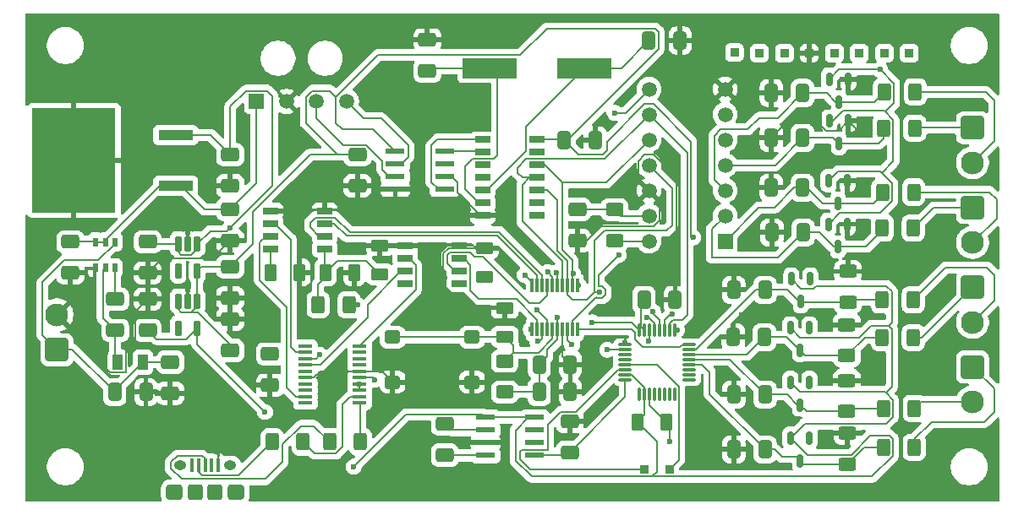
<source format=gbr>
%TF.GenerationSoftware,KiCad,Pcbnew,9.0.4*%
%TF.CreationDate,2025-11-25T13:51:45-06:00*%
%TF.ProjectId,LV Sensor,4c562053-656e-4736-9f72-2e6b69636164,rev?*%
%TF.SameCoordinates,Original*%
%TF.FileFunction,Copper,L1,Top*%
%TF.FilePolarity,Positive*%
%FSLAX46Y46*%
G04 Gerber Fmt 4.6, Leading zero omitted, Abs format (unit mm)*
G04 Created by KiCad (PCBNEW 9.0.4) date 2025-11-25 13:51:45*
%MOMM*%
%LPD*%
G01*
G04 APERTURE LIST*
G04 Aperture macros list*
%AMRoundRect*
0 Rectangle with rounded corners*
0 $1 Rounding radius*
0 $2 $3 $4 $5 $6 $7 $8 $9 X,Y pos of 4 corners*
0 Add a 4 corners polygon primitive as box body*
4,1,4,$2,$3,$4,$5,$6,$7,$8,$9,$2,$3,0*
0 Add four circle primitives for the rounded corners*
1,1,$1+$1,$2,$3*
1,1,$1+$1,$4,$5*
1,1,$1+$1,$6,$7*
1,1,$1+$1,$8,$9*
0 Add four rect primitives between the rounded corners*
20,1,$1+$1,$2,$3,$4,$5,0*
20,1,$1+$1,$4,$5,$6,$7,0*
20,1,$1+$1,$6,$7,$8,$9,0*
20,1,$1+$1,$8,$9,$2,$3,0*%
G04 Aperture macros list end*
%TA.AperFunction,ComponentPad*%
%ADD10R,0.850000X0.850000*%
%TD*%
%TA.AperFunction,SMDPad,CuDef*%
%ADD11RoundRect,0.250000X0.400000X0.625000X-0.400000X0.625000X-0.400000X-0.625000X0.400000X-0.625000X0*%
%TD*%
%TA.AperFunction,SMDPad,CuDef*%
%ADD12RoundRect,0.250000X0.412500X0.650000X-0.412500X0.650000X-0.412500X-0.650000X0.412500X-0.650000X0*%
%TD*%
%TA.AperFunction,SMDPad,CuDef*%
%ADD13RoundRect,0.145000X0.435000X0.740000X-0.435000X0.740000X-0.435000X-0.740000X0.435000X-0.740000X0*%
%TD*%
%TA.AperFunction,SMDPad,CuDef*%
%ADD14RoundRect,0.250000X-0.650000X0.412500X-0.650000X-0.412500X0.650000X-0.412500X0.650000X0.412500X0*%
%TD*%
%TA.AperFunction,ComponentPad*%
%ADD15RoundRect,0.250001X-0.899999X0.899999X-0.899999X-0.899999X0.899999X-0.899999X0.899999X0.899999X0*%
%TD*%
%TA.AperFunction,ComponentPad*%
%ADD16C,2.300000*%
%TD*%
%TA.AperFunction,SMDPad,CuDef*%
%ADD17RoundRect,0.250000X-0.412500X-0.650000X0.412500X-0.650000X0.412500X0.650000X-0.412500X0.650000X0*%
%TD*%
%TA.AperFunction,SMDPad,CuDef*%
%ADD18R,1.528000X0.650000*%
%TD*%
%TA.AperFunction,SMDPad,CuDef*%
%ADD19RoundRect,0.250000X-0.400000X-0.625000X0.400000X-0.625000X0.400000X0.625000X-0.400000X0.625000X0*%
%TD*%
%TA.AperFunction,SMDPad,CuDef*%
%ADD20R,1.460500X0.355600*%
%TD*%
%TA.AperFunction,SMDPad,CuDef*%
%ADD21R,0.508000X0.901700*%
%TD*%
%TA.AperFunction,SMDPad,CuDef*%
%ADD22RoundRect,0.150000X-0.150000X0.512500X-0.150000X-0.512500X0.150000X-0.512500X0.150000X0.512500X0*%
%TD*%
%TA.AperFunction,ComponentPad*%
%ADD23RoundRect,0.250001X0.899999X-0.899999X0.899999X0.899999X-0.899999X0.899999X-0.899999X-0.899999X0*%
%TD*%
%TA.AperFunction,SMDPad,CuDef*%
%ADD24RoundRect,0.145000X-0.740000X0.435000X-0.740000X-0.435000X0.740000X-0.435000X0.740000X0.435000X0*%
%TD*%
%TA.AperFunction,SMDPad,CuDef*%
%ADD25R,1.981200X0.558800*%
%TD*%
%TA.AperFunction,SMDPad,CuDef*%
%ADD26RoundRect,0.250000X0.650000X-0.412500X0.650000X0.412500X-0.650000X0.412500X-0.650000X-0.412500X0*%
%TD*%
%TA.AperFunction,SMDPad,CuDef*%
%ADD27RoundRect,0.250000X0.625000X-0.400000X0.625000X0.400000X-0.625000X0.400000X-0.625000X-0.400000X0*%
%TD*%
%TA.AperFunction,SMDPad,CuDef*%
%ADD28RoundRect,0.250000X-0.525000X-0.400000X0.525000X-0.400000X0.525000X0.400000X-0.525000X0.400000X0*%
%TD*%
%TA.AperFunction,SMDPad,CuDef*%
%ADD29RoundRect,0.250000X-0.625000X0.400000X-0.625000X-0.400000X0.625000X-0.400000X0.625000X0.400000X0*%
%TD*%
%TA.AperFunction,SMDPad,CuDef*%
%ADD30RoundRect,0.100000X-0.100000X-0.575000X0.100000X-0.575000X0.100000X0.575000X-0.100000X0.575000X0*%
%TD*%
%TA.AperFunction,HeatsinkPad*%
%ADD31O,0.890000X1.550000*%
%TD*%
%TA.AperFunction,SMDPad,CuDef*%
%ADD32RoundRect,0.250000X-0.475000X-0.525000X0.475000X-0.525000X0.475000X0.525000X-0.475000X0.525000X0*%
%TD*%
%TA.AperFunction,HeatsinkPad*%
%ADD33O,1.250000X0.950000*%
%TD*%
%TA.AperFunction,SMDPad,CuDef*%
%ADD34RoundRect,0.250000X-0.500000X-0.525000X0.500000X-0.525000X0.500000X0.525000X-0.500000X0.525000X0*%
%TD*%
%TA.AperFunction,SMDPad,CuDef*%
%ADD35R,1.000000X1.500000*%
%TD*%
%TA.AperFunction,SMDPad,CuDef*%
%ADD36R,0.300000X1.425000*%
%TD*%
%TA.AperFunction,SMDPad,CuDef*%
%ADD37O,1.400000X0.299999*%
%TD*%
%TA.AperFunction,SMDPad,CuDef*%
%ADD38O,0.299999X1.400000*%
%TD*%
%TA.AperFunction,SMDPad,CuDef*%
%ADD39RoundRect,0.162500X-0.162500X0.617500X-0.162500X-0.617500X0.162500X-0.617500X0.162500X0.617500X0*%
%TD*%
%TA.AperFunction,SMDPad,CuDef*%
%ADD40R,5.500000X2.000000*%
%TD*%
%TA.AperFunction,SMDPad,CuDef*%
%ADD41R,3.504000X1.016000*%
%TD*%
%TA.AperFunction,SMDPad,CuDef*%
%ADD42R,8.380000X10.490000*%
%TD*%
%TA.AperFunction,SMDPad,CuDef*%
%ADD43R,1.500000X0.650000*%
%TD*%
%TA.AperFunction,ComponentPad*%
%ADD44R,1.498600X1.498600*%
%TD*%
%TA.AperFunction,ComponentPad*%
%ADD45C,1.498600*%
%TD*%
%TA.AperFunction,ComponentPad*%
%ADD46R,1.520000X1.520000*%
%TD*%
%TA.AperFunction,ComponentPad*%
%ADD47C,1.520000*%
%TD*%
%TA.AperFunction,ViaPad*%
%ADD48C,0.600000*%
%TD*%
%TA.AperFunction,Conductor*%
%ADD49C,0.200000*%
%TD*%
G04 APERTURE END LIST*
D10*
%TO.P,TP8,1,1*%
%TO.N,SDO*%
X204000000Y-54250000D03*
%TD*%
D11*
%TO.P,R23,1*%
%TO.N,Net-(J3-Pin_1)*%
X219500000Y-93800000D03*
%TO.P,R23,2*%
%TO.N,Net-(D4-COM)*%
X216400000Y-93800000D03*
%TD*%
D12*
%TO.P,C1,1*%
%TO.N,GND*%
X187562500Y-63000000D03*
%TO.P,C1,2*%
%TO.N,+3V3*%
X184437500Y-63000000D03*
%TD*%
D13*
%TO.P,C17,1*%
%TO.N,-2V5*%
X194703000Y-91250000D03*
%TO.P,C17,2*%
%TO.N,+2V5*%
X191797000Y-91250000D03*
%TD*%
D14*
%TO.P,C18,1*%
%TO.N,Net-(U8-C1+)*%
X172500000Y-91437500D03*
%TO.P,C18,2*%
%TO.N,Net-(U8-C1-)*%
X172500000Y-94562500D03*
%TD*%
D15*
%TO.P,J2,1,Pin_1*%
%TO.N,Net-(J2-Pin_1)*%
X225332500Y-61750000D03*
D16*
%TO.P,J2,2,Pin_2*%
%TO.N,Net-(J2-Pin_2)*%
X225332500Y-65250000D03*
%TD*%
D17*
%TO.P,C21,1*%
%TO.N,Net-(IC1-OSC2)*%
X192937500Y-53000000D03*
%TO.P,C21,2*%
%TO.N,GND*%
X196062500Y-53000000D03*
%TD*%
D18*
%TO.P,IC6,1,VCC1*%
%TO.N,+5V*%
X173961000Y-77405000D03*
%TO.P,IC6,2,OUTA*%
%TO.N,UART0_RX*%
X173961000Y-76135000D03*
%TO.P,IC6,3,INB*%
%TO.N,UART0_TX*%
X173961000Y-74865000D03*
%TO.P,IC6,4,GND1*%
%TO.N,GND*%
X173961000Y-73595000D03*
%TO.P,IC6,5,GND2*%
X168539000Y-73595000D03*
%TO.P,IC6,6,OUTB*%
%TO.N,UART0_TX_ISOLA*%
X168539000Y-74865000D03*
%TO.P,IC6,7,INA*%
%TO.N,UART0_RX_ISOLA*%
X168539000Y-76135000D03*
%TO.P,IC6,8,VCC2*%
%TO.N,+5V*%
X168539000Y-77405000D03*
%TD*%
D14*
%TO.P,C22,1*%
%TO.N,+12V*%
X135000000Y-73187500D03*
%TO.P,C22,2*%
%TO.N,GND*%
X135000000Y-76312500D03*
%TD*%
%TO.P,C19,1*%
%TO.N,GND*%
X185000000Y-91187500D03*
%TO.P,C19,2*%
%TO.N,-2V5*%
X185000000Y-94312500D03*
%TD*%
D19*
%TO.P,R2,1*%
%TO.N,Net-(J16-D-)*%
X155199999Y-93250000D03*
%TO.P,R2,2*%
%TO.N,Net-(U3-USBDM)*%
X158300001Y-93250000D03*
%TD*%
D20*
%TO.P,U3,1,DTR#*%
%TO.N,unconnected-(U3-DTR#-Pad1)*%
X158525850Y-83642499D03*
%TO.P,U3,2,RTS#*%
%TO.N,UART0_RTS_ISOLA*%
X158525850Y-84277500D03*
%TO.P,U3,3,VCCIO*%
%TO.N,Net-(U3-3V3OUT)*%
X158525850Y-84912500D03*
%TO.P,U3,4,RXD*%
%TO.N,UART0_RX_ISOLA*%
X158525850Y-85547500D03*
%TO.P,U3,5,RI#*%
%TO.N,unconnected-(U3-RI#-Pad5)*%
X158525850Y-86182501D03*
%TO.P,U3,6,GND*%
%TO.N,GND*%
X158525850Y-86817499D03*
%TO.P,U3,7,DSR#*%
%TO.N,unconnected-(U3-DSR#-Pad7)*%
X158525850Y-87452500D03*
%TO.P,U3,8,DCD#*%
%TO.N,unconnected-(U3-DCD#-Pad8)*%
X158525850Y-88087500D03*
%TO.P,U3,9,CTS#*%
%TO.N,UART0_CTS_ISOLA*%
X158525850Y-88722500D03*
%TO.P,U3,10,CBUS2*%
%TO.N,unconnected-(U3-CBUS2-Pad10)*%
X158525850Y-89357501D03*
%TO.P,U3,11,USBDP*%
%TO.N,Net-(U3-USBDP)*%
X163974150Y-89357501D03*
%TO.P,U3,12,USBDM*%
%TO.N,Net-(U3-USBDM)*%
X163974150Y-88722500D03*
%TO.P,U3,13,3V3OUT*%
%TO.N,Net-(U3-3V3OUT)*%
X163974150Y-88087500D03*
%TO.P,U3,14,RESET#*%
X163974150Y-87452500D03*
%TO.P,U3,15,VCC*%
%TO.N,Net-(U3-VCC)*%
X163974150Y-86817499D03*
%TO.P,U3,16,GND*%
%TO.N,GND*%
X163974150Y-86182501D03*
%TO.P,U3,17,CBUS1*%
%TO.N,unconnected-(U3-CBUS1-Pad17)*%
X163974150Y-85547500D03*
%TO.P,U3,18,CBUS0*%
%TO.N,unconnected-(U3-CBUS0-Pad18)*%
X163974150Y-84912500D03*
%TO.P,U3,19,CBUS3*%
%TO.N,unconnected-(U3-CBUS3-Pad19)*%
X163974150Y-84277500D03*
%TO.P,U3,20,TXD*%
%TO.N,UART0_TX_ISOLA*%
X163974150Y-83642499D03*
%TD*%
D21*
%TO.P,U0,1,FB*%
%TO.N,/5V out*%
X139450001Y-73198250D03*
%TO.P,U0,2,EN*%
%TO.N,+12V*%
X138500000Y-73198250D03*
%TO.P,U0,3,VIN*%
X137549999Y-73198250D03*
%TO.P,U0,4,GND*%
%TO.N,GND*%
X137549999Y-75801750D03*
%TO.P,U0,5,SW*%
%TO.N,Net-(U0-SW)*%
X138500000Y-75801750D03*
%TO.P,U0,6,BST*%
%TO.N,Net-(U0-BST)*%
X139450001Y-75801750D03*
%TD*%
D22*
%TO.P,D5,1,A*%
%TO.N,GND*%
X212912500Y-61062500D03*
%TO.P,D5,2,K*%
%TO.N,+5V*%
X211012500Y-61062500D03*
%TO.P,D5,3,COM*%
%TO.N,Net-(D5-COM)*%
X211962500Y-63337500D03*
%TD*%
D19*
%TO.P,R10,1*%
%TO.N,Net-(D6-COM)*%
X216500000Y-58150000D03*
%TO.P,R10,2*%
%TO.N,Net-(J2-Pin_2)*%
X219600000Y-58150000D03*
%TD*%
D10*
%TO.P,TP10,1,1*%
%TO.N,SCK*%
X214000000Y-54250000D03*
%TD*%
D22*
%TO.P,D6,1,A*%
%TO.N,GND*%
X212900000Y-56862500D03*
%TO.P,D6,2,K*%
%TO.N,+5V*%
X211000000Y-56862500D03*
%TO.P,D6,3,COM*%
%TO.N,Net-(D6-COM)*%
X211950000Y-59137500D03*
%TD*%
D14*
%TO.P,C23,1*%
%TO.N,Net-(U0-BST)*%
X139500000Y-78937500D03*
%TO.P,C23,2*%
%TO.N,Net-(U0-SW)*%
X139500000Y-82062500D03*
%TD*%
D22*
%TO.P,D3,1,A*%
%TO.N,-2V5*%
X209012500Y-87262500D03*
%TO.P,D3,2,K*%
%TO.N,+2V5*%
X207112500Y-87262500D03*
%TO.P,D3,3,COM*%
%TO.N,Net-(D3-COM)*%
X208062500Y-89537500D03*
%TD*%
%TO.P,D2,1,A*%
%TO.N,-2V5*%
X209012500Y-81812500D03*
%TO.P,D2,2,K*%
%TO.N,+2V5*%
X207112500Y-81812500D03*
%TO.P,D2,3,COM*%
%TO.N,Net-(D2-COM)*%
X208062500Y-84087500D03*
%TD*%
D23*
%TO.P,J5,1,Pin_1*%
%TO.N,/5V out*%
X133667500Y-84000000D03*
D16*
%TO.P,J5,2,Pin_2*%
%TO.N,GND*%
X133667500Y-80500000D03*
%TD*%
D15*
%TO.P,J4,1,Pin_1*%
%TO.N,Net-(J4-Pin_1)*%
X225332500Y-77750000D03*
D16*
%TO.P,J4,2,Pin_2*%
%TO.N,Net-(J4-Pin_2)*%
X225332500Y-81250000D03*
%TD*%
D24*
%TO.P,C4,1*%
%TO.N,GND*%
X178500000Y-79797000D03*
%TO.P,C4,2*%
%TO.N,NRST*%
X178500000Y-82703000D03*
%TD*%
D14*
%TO.P,C9,1*%
%TO.N,Net-(U3-3V3OUT)*%
X155000000Y-84437500D03*
%TO.P,C9,2*%
%TO.N,GND*%
X155000000Y-87562500D03*
%TD*%
D22*
%TO.P,D7,1,A*%
%TO.N,GND*%
X212812500Y-71412500D03*
%TO.P,D7,2,K*%
%TO.N,+5V*%
X210912500Y-71412500D03*
%TO.P,D7,3,COM*%
%TO.N,Net-(D7-COM)*%
X211862500Y-73687500D03*
%TD*%
D25*
%TO.P,U9,1,TXD*%
%TO.N,Net-(IC1-TXCAN)*%
X172463800Y-67905000D03*
%TO.P,U9,2,GND*%
%TO.N,GND*%
X172463800Y-66635000D03*
%TO.P,U9,3,VCC*%
%TO.N,+5V*%
X172463800Y-65365000D03*
%TO.P,U9,4,RXD*%
%TO.N,Net-(IC1-RXCAN)*%
X172463800Y-64095000D03*
%TO.P,U9,5,VIO*%
%TO.N,+3V3*%
X167536200Y-64095000D03*
%TO.P,U9,6,CANL*%
%TO.N,CAN_L*%
X167536200Y-65365000D03*
%TO.P,U9,7,CANH*%
%TO.N,CAN_H*%
X167536200Y-66635000D03*
%TO.P,U9,8,STBY*%
%TO.N,GND*%
X167536200Y-67905000D03*
%TD*%
D26*
%TO.P,C10,1*%
%TO.N,GND*%
X142750000Y-76312500D03*
%TO.P,C10,2*%
%TO.N,+5V*%
X142750000Y-73187500D03*
%TD*%
D22*
%TO.P,D4,1,A*%
%TO.N,-2V5*%
X209012500Y-92862500D03*
%TO.P,D4,2,K*%
%TO.N,+2V5*%
X207112500Y-92862500D03*
%TO.P,D4,3,COM*%
%TO.N,Net-(D4-COM)*%
X208062500Y-95137500D03*
%TD*%
D19*
%TO.P,R20,1*%
%TO.N,Net-(D3-COM)*%
X216400000Y-89900000D03*
%TO.P,R20,2*%
%TO.N,Net-(J3-Pin_2)*%
X219500000Y-89900000D03*
%TD*%
D25*
%TO.P,U8,1,FC*%
%TO.N,+2V5*%
X176564450Y-90794600D03*
%TO.P,U8,2,C1+*%
%TO.N,Net-(U8-C1+)*%
X176564450Y-92064600D03*
%TO.P,U8,3,GND*%
%TO.N,GND*%
X176564450Y-93334600D03*
%TO.P,U8,4,C1-*%
%TO.N,Net-(U8-C1-)*%
X176564450Y-94604600D03*
%TO.P,U8,5,OUT*%
%TO.N,-2V5*%
X181492050Y-94604600D03*
%TO.P,U8,6,LV*%
%TO.N,GND*%
X181492050Y-93334600D03*
%TO.P,U8,7,OSC*%
%TO.N,unconnected-(U8-OSC-Pad7)*%
X181492050Y-92064600D03*
%TO.P,U8,8,V+*%
%TO.N,+2V5*%
X181492050Y-90794600D03*
%TD*%
D12*
%TO.P,C26,1*%
%TO.N,Net-(D3-COM)*%
X204562500Y-88500000D03*
%TO.P,C26,2*%
%TO.N,GND*%
X201437500Y-88500000D03*
%TD*%
D11*
%TO.P,R6,1*%
%TO.N,Net-(J4-Pin_1)*%
X219400000Y-82800000D03*
%TO.P,R6,2*%
%TO.N,Net-(D2-COM)*%
X216300000Y-82800000D03*
%TD*%
D10*
%TO.P,TP5,1,1*%
%TO.N,GND*%
X209000000Y-54250000D03*
%TD*%
D27*
%TO.P,R21,1*%
%TO.N,Net-(D3-COM)*%
X212750000Y-90200000D03*
%TO.P,R21,2*%
%TO.N,GND*%
X212750000Y-87100000D03*
%TD*%
D12*
%TO.P,C20,1*%
%TO.N,Net-(D6-COM)*%
X208312500Y-58250000D03*
%TO.P,C20,2*%
%TO.N,GND*%
X205187500Y-58250000D03*
%TD*%
D10*
%TO.P,TP2,1,1*%
%TO.N,Net-(IC5-PA19_{slash}_SWDIO)*%
X211500000Y-54250000D03*
%TD*%
%TO.P,TP7,1,1*%
%TO.N,EXTERNAL_CS*%
X216500000Y-54250000D03*
%TD*%
D27*
%TO.P,R22,1*%
%TO.N,Net-(D4-COM)*%
X212800000Y-95500000D03*
%TO.P,R22,2*%
%TO.N,GND*%
X212800000Y-92400000D03*
%TD*%
D18*
%TO.P,IC7,1,VCC1*%
%TO.N,+5V*%
X160461000Y-73905000D03*
%TO.P,IC7,2,OUTA*%
%TO.N,UART0_CTS*%
X160461000Y-72635000D03*
%TO.P,IC7,3,INB*%
%TO.N,UART0_RTS*%
X160461000Y-71365000D03*
%TO.P,IC7,4,GND1*%
%TO.N,GND*%
X160461000Y-70095000D03*
%TO.P,IC7,5,GND2*%
X155039000Y-70095000D03*
%TO.P,IC7,6,OUTB*%
%TO.N,UART0_RTS_ISOLA*%
X155039000Y-71365000D03*
%TO.P,IC7,7,INA*%
%TO.N,UART0_CTS_ISOLA*%
X155039000Y-72635000D03*
%TO.P,IC7,8,VCC2*%
%TO.N,+5V*%
X155039000Y-73905000D03*
%TD*%
D26*
%TO.P,C13,1*%
%TO.N,+2V5*%
X142750000Y-82062500D03*
%TO.P,C13,2*%
%TO.N,GND*%
X142750000Y-78937500D03*
%TD*%
D28*
%TO.P,SW1,1,1*%
%TO.N,NRST*%
X167270000Y-82750000D03*
X175230000Y-82750000D03*
%TO.P,SW1,2,2*%
%TO.N,GND*%
X167270000Y-87250000D03*
X175230000Y-87250000D03*
%TD*%
D15*
%TO.P,J1,1,Pin_1*%
%TO.N,Net-(J1-Pin_1)*%
X225332500Y-69750000D03*
D16*
%TO.P,J1,2,Pin_2*%
%TO.N,Net-(J1-Pin_2)*%
X225332500Y-73250000D03*
%TD*%
D29*
%TO.P,R1,1*%
%TO.N,NRST*%
X178500000Y-85149998D03*
%TO.P,R1,2*%
%TO.N,+3V3*%
X178500000Y-88250000D03*
%TD*%
D17*
%TO.P,C15,1*%
%TO.N,GND*%
X205187500Y-62750000D03*
%TO.P,C15,2*%
%TO.N,Net-(D5-COM)*%
X208312500Y-62750000D03*
%TD*%
D19*
%TO.P,R3,1*%
%TO.N,Net-(J16-D+)*%
X160949999Y-93250000D03*
%TO.P,R3,2*%
%TO.N,Net-(U3-USBDP)*%
X164050001Y-93250000D03*
%TD*%
D30*
%TO.P,J16,1,VBUS*%
%TO.N,unconnected-(J16-VBUS-Pad1)*%
X147200000Y-95600000D03*
%TO.P,J16,2,D-*%
%TO.N,Net-(J16-D-)*%
X147850000Y-95600000D03*
%TO.P,J16,3,D+*%
%TO.N,Net-(J16-D+)*%
X148500000Y-95600000D03*
%TO.P,J16,4,ID*%
%TO.N,unconnected-(J16-ID-Pad4)*%
X149150000Y-95600000D03*
%TO.P,J16,5,GND*%
%TO.N,GND*%
X149800000Y-95600000D03*
D31*
%TO.P,J16,6,Shield*%
%TO.N,unconnected-(J16-Shield-Pad6)_7*%
X145000000Y-98300000D03*
D32*
%TO.N,unconnected-(J16-Shield-Pad6)_5*%
X145475000Y-98300000D03*
D33*
%TO.N,unconnected-(J16-Shield-Pad6)_3*%
X146000000Y-95600000D03*
D34*
%TO.N,unconnected-(J16-Shield-Pad6)_6*%
X147500000Y-98300000D03*
%TO.N,unconnected-(J16-Shield-Pad6)_1*%
X149500000Y-98300000D03*
D33*
%TO.N,unconnected-(J16-Shield-Pad6)_4*%
X151000000Y-95600000D03*
D32*
%TO.N,unconnected-(J16-Shield-Pad6)*%
X151525000Y-98300000D03*
D31*
%TO.N,unconnected-(J16-Shield-Pad6)_2*%
X152000000Y-98300000D03*
%TD*%
D12*
%TO.P,C29,1*%
%TO.N,Net-(D1-COM)*%
X204562500Y-78000000D03*
%TO.P,C29,2*%
%TO.N,GND*%
X201437500Y-78000000D03*
%TD*%
D27*
%TO.P,R4,1*%
%TO.N,Net-(D1-COM)*%
X212850000Y-79250000D03*
%TO.P,R4,2*%
%TO.N,GND*%
X212850000Y-76150000D03*
%TD*%
D35*
%TO.P,L1,1,1*%
%TO.N,/5V out*%
X142250000Y-85250000D03*
%TO.P,L1,2,2*%
%TO.N,Net-(U0-SW)*%
X139750000Y-85250000D03*
%TD*%
D10*
%TO.P,TP4,1,1*%
%TO.N,Net-(U7-GPIO1)*%
X195000000Y-96000000D03*
%TD*%
D19*
%TO.P,R24,1*%
%TO.N,+5V*%
X159800000Y-79500000D03*
%TO.P,R24,2*%
%TO.N,Net-(U3-VCC)*%
X162900000Y-79500000D03*
%TD*%
D26*
%TO.P,C3,1*%
%TO.N,GND*%
X151000000Y-73062500D03*
%TO.P,C3,2*%
%TO.N,+12V*%
X151000000Y-69937500D03*
%TD*%
D17*
%TO.P,C28,1*%
%TO.N,GND*%
X201437500Y-94000000D03*
%TO.P,C28,2*%
%TO.N,Net-(D4-COM)*%
X204562500Y-94000000D03*
%TD*%
D26*
%TO.P,C12,1*%
%TO.N,+3V3*%
X151000000Y-84062500D03*
%TO.P,C12,2*%
%TO.N,GND*%
X151000000Y-80937500D03*
%TD*%
D29*
%TO.P,R9,1*%
%TO.N,+5V*%
X189500000Y-69950000D03*
%TO.P,R9,2*%
X189500000Y-73050000D03*
%TD*%
D24*
%TO.P,C31,1*%
%TO.N,GND*%
X166000000Y-73547000D03*
%TO.P,C31,2*%
%TO.N,+5V*%
X166000000Y-76453000D03*
%TD*%
D36*
%TO.P,IC5,1,PA26_/_A1*%
%TO.N,ADC_DRDY*%
X181250000Y-81962000D03*
%TO.P,IC5,2,PA27_/_A0*%
%TO.N,UART0_TX*%
X181750000Y-81962000D03*
%TO.P,IC5,3,PA28_/_A5*%
%TO.N,EXTERNAL_CS*%
X182250000Y-81962000D03*
%TO.P,IC5,4,PA0*%
%TO.N,CS_CAN*%
X182750000Y-81962000D03*
%TO.P,IC5,5,PA1_/_NRST*%
%TO.N,NRST*%
X183250000Y-81962000D03*
%TO.P,IC5,6,VDD*%
%TO.N,+3V3*%
X183750000Y-81962000D03*
%TO.P,IC5,7,VSS*%
%TO.N,GND*%
X184250000Y-81962000D03*
%TO.P,IC5,8,PA2*%
%TO.N,CS_ADC8*%
X184750000Y-81962000D03*
%TO.P,IC5,9,PA4*%
%TO.N,CAN_FD_INT*%
X185250000Y-81962000D03*
%TO.P,IC5,10,PA6*%
%TO.N,ADC_START*%
X185750000Y-81962000D03*
%TO.P,IC5,11,PA11*%
%TO.N,ADC_RESET*%
X185750000Y-77538000D03*
%TO.P,IC5,12,PA16_/_A8*%
%TO.N,SDI*%
X185250000Y-77538000D03*
%TO.P,IC5,13,PA17*%
%TO.N,SCK*%
X184750000Y-77538000D03*
%TO.P,IC5,14,PA18_/_A7*%
%TO.N,SDO*%
X184250000Y-77538000D03*
%TO.P,IC5,15,PA19_/_SWDIO*%
%TO.N,Net-(IC5-PA19_{slash}_SWDIO)*%
X183750000Y-77538000D03*
%TO.P,IC5,16,PA20_/_A6_/_SWCLK*%
%TO.N,Net-(IC5-PA20_{slash}_A6_{slash}_SWCLK)*%
X183250000Y-77538000D03*
%TO.P,IC5,17,PA22_/_A4*%
%TO.N,UART0_RX*%
X182750000Y-77538000D03*
%TO.P,IC5,18,PA23*%
%TO.N,UART0_CTS*%
X182250000Y-77538000D03*
%TO.P,IC5,19,PA24_/_A3*%
%TO.N,UART0_RTS*%
X181750000Y-77538000D03*
%TO.P,IC5,20,PA25_/_A2*%
%TO.N,CS_ADC4*%
X181250000Y-77538000D03*
%TD*%
D17*
%TO.P,C5,1*%
%TO.N,+3V3*%
X181937500Y-88250000D03*
%TO.P,C5,2*%
%TO.N,GND*%
X185062500Y-88250000D03*
%TD*%
D15*
%TO.P,J3,1,Pin_1*%
%TO.N,Net-(J3-Pin_1)*%
X225332500Y-85750000D03*
D16*
%TO.P,J3,2,Pin_2*%
%TO.N,Net-(J3-Pin_2)*%
X225332500Y-89250000D03*
%TD*%
D12*
%TO.P,C16,1*%
%TO.N,Net-(D7-COM)*%
X208375000Y-72250000D03*
%TO.P,C16,2*%
%TO.N,GND*%
X205250000Y-72250000D03*
%TD*%
D37*
%TO.P,U7,1,AINCOM*%
%TO.N,unconnected-(U7-AINCOM-Pad1)*%
X196950001Y-87000002D03*
%TO.P,U7,2,AIN5*%
%TO.N,unconnected-(U7-AIN5-Pad2)*%
X196950001Y-86500000D03*
%TO.P,U7,3,AIN4*%
%TO.N,unconnected-(U7-AIN4-Pad3)*%
X196950001Y-86000001D03*
%TO.P,U7,4,AIN3*%
%TO.N,Net-(D4-COM)*%
X196950001Y-85500002D03*
%TO.P,U7,5,AIN2*%
%TO.N,Net-(D3-COM)*%
X196950001Y-85000000D03*
%TO.P,U7,6,AIN1*%
%TO.N,Net-(D2-COM)*%
X196950001Y-84500002D03*
%TO.P,U7,7,AIN0*%
%TO.N,Net-(D1-COM)*%
X196950001Y-84000000D03*
%TO.P,U7,8,START_SYNC*%
%TO.N,ADC_START*%
X196950001Y-83500001D03*
D38*
%TO.P,U7,9,CS_N*%
%TO.N,CS_ADC8*%
X195500002Y-82050001D03*
%TO.P,U7,10,DIN*%
%TO.N,SDO*%
X195000000Y-82050001D03*
%TO.P,U7,11,SCLK*%
%TO.N,SCK*%
X194500001Y-82050001D03*
%TO.P,U7,12,DOUT_DRDY_N*%
%TO.N,SDI*%
X194000002Y-82050001D03*
%TO.P,U7,13,DRDY_N*%
%TO.N,ADC_DRDY*%
X193500000Y-82050001D03*
%TO.P,U7,14,DGND*%
%TO.N,GND*%
X193000002Y-82050001D03*
%TO.P,U7,15,IOVDD*%
%TO.N,+3V3*%
X192500000Y-82050001D03*
%TO.P,U7,16,DVDD*%
X192000001Y-82050001D03*
D37*
%TO.P,U7,17,CLK*%
%TO.N,GND*%
X190550001Y-83500001D03*
%TO.P,U7,18,RESET_N*%
%TO.N,ADC_RESET*%
X190550001Y-84000000D03*
%TO.P,U7,19,GPIO3*%
%TO.N,unconnected-(U7-GPIO3-Pad19)*%
X190550001Y-84500002D03*
%TO.P,U7,20,GPIO2*%
%TO.N,unconnected-(U7-GPIO2-Pad20)*%
X190550001Y-85000000D03*
%TO.P,U7,21,GPIO1*%
%TO.N,Net-(U7-GPIO1)*%
X190550001Y-85500002D03*
%TO.P,U7,22,GPIO0*%
%TO.N,Net-(U7-GPIO0)*%
X190550001Y-86000001D03*
%TO.P,U7,23,REFOUT*%
%TO.N,+2V5*%
X190550001Y-86500000D03*
%TO.P,U7,24,REFCOM*%
%TO.N,-2V5*%
X190550001Y-87000002D03*
D38*
%TO.P,U7,25,NC*%
%TO.N,unconnected-(U7-NC-Pad25)*%
X192000001Y-88450001D03*
%TO.P,U7,26,AVDD*%
%TO.N,+2V5*%
X192500000Y-88450001D03*
%TO.P,U7,27,AVSS*%
%TO.N,-2V5*%
X193000002Y-88450001D03*
%TO.P,U7,28,AVSS-SW*%
%TO.N,unconnected-(U7-AVSS-SW-Pad28)*%
X193500000Y-88450001D03*
%TO.P,U7,29,REFN0*%
%TO.N,unconnected-(U7-REFN0-Pad29)*%
X194000002Y-88450001D03*
%TO.P,U7,30,REFP0*%
%TO.N,unconnected-(U7-REFP0-Pad30)*%
X194500001Y-88450001D03*
%TO.P,U7,31,REFN1*%
%TO.N,unconnected-(U7-REFN1-Pad31)*%
X195000000Y-88450001D03*
%TO.P,U7,32,REFP1*%
%TO.N,unconnected-(U7-REFP1-Pad32)*%
X195500002Y-88450001D03*
%TD*%
D24*
%TO.P,C32,1*%
%TO.N,GND*%
X176500000Y-73797000D03*
%TO.P,C32,2*%
%TO.N,+5V*%
X176500000Y-76703000D03*
%TD*%
D26*
%TO.P,C24,1*%
%TO.N,GND*%
X145000000Y-88375000D03*
%TO.P,C24,2*%
%TO.N,/5V out*%
X145000000Y-85250000D03*
%TD*%
D17*
%TO.P,C8,1*%
%TO.N,+3V3*%
X181937500Y-85500000D03*
%TO.P,C8,2*%
%TO.N,GND*%
X185062500Y-85500000D03*
%TD*%
D39*
%TO.P,IC4,1,IN*%
%TO.N,+3V3*%
X147700000Y-79150000D03*
%TO.P,IC4,2,GND*%
%TO.N,GND*%
X146750000Y-79150000D03*
%TO.P,IC4,3,EN*%
%TO.N,+3V3*%
X145800000Y-79150000D03*
%TO.P,IC4,4,NC*%
%TO.N,unconnected-(IC4-NC-Pad4)*%
X145800000Y-81850000D03*
%TO.P,IC4,5,OUT*%
%TO.N,+2V5*%
X147700000Y-81850000D03*
%TD*%
D26*
%TO.P,C35,1*%
%TO.N,Net-(IC1-OSC1)*%
X170750000Y-56062500D03*
%TO.P,C35,2*%
%TO.N,GND*%
X170750000Y-52937500D03*
%TD*%
D22*
%TO.P,D8,1,A*%
%TO.N,GND*%
X212812500Y-67062500D03*
%TO.P,D8,2,K*%
%TO.N,+5V*%
X210912500Y-67062500D03*
%TO.P,D8,3,COM*%
%TO.N,Net-(D8-COM)*%
X211862500Y-69337500D03*
%TD*%
D39*
%TO.P,IC3,1,IN*%
%TO.N,+5V*%
X147700000Y-73400000D03*
%TO.P,IC3,2,GND*%
%TO.N,GND*%
X146750000Y-73400000D03*
%TO.P,IC3,3,EN*%
%TO.N,+5V*%
X145800000Y-73400000D03*
%TO.P,IC3,4,NC*%
%TO.N,unconnected-(IC3-NC-Pad4)*%
X145800000Y-76100000D03*
%TO.P,IC3,5,OUT*%
%TO.N,+3V3*%
X147700000Y-76100000D03*
%TD*%
D13*
%TO.P,C34,1*%
%TO.N,GND*%
X157953000Y-76250000D03*
%TO.P,C34,2*%
%TO.N,+5V*%
X155047000Y-76250000D03*
%TD*%
D19*
%TO.P,R12,1*%
%TO.N,Net-(D7-COM)*%
X216300000Y-71800000D03*
%TO.P,R12,2*%
%TO.N,Net-(J1-Pin_1)*%
X219400000Y-71800000D03*
%TD*%
D10*
%TO.P,TP3,1,1*%
%TO.N,Net-(U7-GPIO0)*%
X192500000Y-96000000D03*
%TD*%
D27*
%TO.P,R7,1*%
%TO.N,Net-(D2-COM)*%
X212750000Y-84600000D03*
%TO.P,R7,2*%
%TO.N,GND*%
X212750000Y-81500000D03*
%TD*%
D22*
%TO.P,D1,1,A*%
%TO.N,-2V5*%
X209100000Y-76912500D03*
%TO.P,D1,2,K*%
%TO.N,+2V5*%
X207200000Y-76912500D03*
%TO.P,D1,3,COM*%
%TO.N,Net-(D1-COM)*%
X208150000Y-79187500D03*
%TD*%
D40*
%TO.P,Y1,1,1*%
%TO.N,Net-(IC1-OSC1)*%
X177000000Y-55750000D03*
%TO.P,Y1,2,2*%
%TO.N,Net-(IC1-OSC2)*%
X186500000Y-55750000D03*
%TD*%
D12*
%TO.P,C14,1*%
%TO.N,Net-(D8-COM)*%
X208312500Y-67750000D03*
%TO.P,C14,2*%
%TO.N,GND*%
X205187500Y-67750000D03*
%TD*%
D10*
%TO.P,TP9,1,1*%
%TO.N,SDI*%
X206500000Y-54250000D03*
%TD*%
%TO.P,TP6,1,1*%
%TO.N,NRST*%
X219000000Y-54250000D03*
%TD*%
D12*
%TO.P,C7,1*%
%TO.N,GND*%
X195562500Y-79000000D03*
%TO.P,C7,2*%
%TO.N,+3V3*%
X192437500Y-79000000D03*
%TD*%
D41*
%TO.P,IC2,1,INPUT*%
%TO.N,+12V*%
X145559000Y-67540000D03*
D42*
%TO.P,IC2,2,GROUND*%
%TO.N,GND*%
X135346000Y-65000000D03*
D41*
%TO.P,IC2,3,OUTPUT*%
%TO.N,+5V*%
X145559000Y-62460000D03*
%TD*%
D19*
%TO.P,R8,1*%
%TO.N,Net-(D5-COM)*%
X216450000Y-61800000D03*
%TO.P,R8,2*%
%TO.N,Net-(J2-Pin_1)*%
X219550000Y-61800000D03*
%TD*%
%TO.P,R14,1*%
%TO.N,Net-(D8-COM)*%
X216350000Y-68200000D03*
%TO.P,R14,2*%
%TO.N,Net-(J1-Pin_2)*%
X219450000Y-68200000D03*
%TD*%
D14*
%TO.P,C6,1*%
%TO.N,+5V*%
X151000000Y-64437500D03*
%TO.P,C6,2*%
%TO.N,GND*%
X151000000Y-67562500D03*
%TD*%
%TO.P,C30,1*%
%TO.N,+5V*%
X185750000Y-69937500D03*
%TO.P,C30,2*%
%TO.N,GND*%
X185750000Y-73062500D03*
%TD*%
D26*
%TO.P,C2,1*%
%TO.N,GND*%
X163750000Y-67562500D03*
%TO.P,C2,2*%
%TO.N,+3V3*%
X163750000Y-64437500D03*
%TD*%
D14*
%TO.P,C11,1*%
%TO.N,+3V3*%
X151000000Y-75687500D03*
%TO.P,C11,2*%
%TO.N,GND*%
X151000000Y-78812500D03*
%TD*%
D10*
%TO.P,TP1,1,1*%
%TO.N,Net-(IC5-PA20_{slash}_A6_{slash}_SWCLK)*%
X201500000Y-54200000D03*
%TD*%
D43*
%TO.P,IC1,1,TXCAN*%
%TO.N,Net-(IC1-TXCAN)*%
X176300000Y-62940000D03*
%TO.P,IC1,2,RXCAN*%
%TO.N,Net-(IC1-RXCAN)*%
X176300000Y-64210000D03*
%TO.P,IC1,3,CLKO/SOF*%
%TO.N,unconnected-(IC1-CLKO{slash}SOF-Pad3)*%
X176300000Y-65480000D03*
%TO.P,IC1,4,~{INT}*%
%TO.N,CAN_FD_INT*%
X176300000Y-66750000D03*
%TO.P,IC1,5,OSC2*%
%TO.N,Net-(IC1-OSC2)*%
X176300000Y-68020000D03*
%TO.P,IC1,6,OSC1*%
%TO.N,Net-(IC1-OSC1)*%
X176300000Y-69290000D03*
%TO.P,IC1,7,VSS*%
%TO.N,GND*%
X176300000Y-70560000D03*
%TO.P,IC1,8,~{INT1}/GPIO1*%
%TO.N,unconnected-(IC1-~{INT1}{slash}GPIO1-Pad8)*%
X181700000Y-70560000D03*
%TO.P,IC1,9,~{INT0}/GPIO0/XSTBY*%
%TO.N,unconnected-(IC1-~{INT0}{slash}GPIO0{slash}XSTBY-Pad9)*%
X181700000Y-69290000D03*
%TO.P,IC1,10,SCK*%
%TO.N,SCK*%
X181700000Y-68020000D03*
%TO.P,IC1,11,SDI*%
%TO.N,SDO*%
X181700000Y-66750000D03*
%TO.P,IC1,12,SDO*%
%TO.N,SDI*%
X181700000Y-65480000D03*
%TO.P,IC1,13,NCS*%
%TO.N,CS_CAN*%
X181700000Y-64210000D03*
%TO.P,IC1,14,VDD*%
%TO.N,+3V3*%
X181700000Y-62940000D03*
%TD*%
D13*
%TO.P,C33,1*%
%TO.N,GND*%
X163453000Y-76250000D03*
%TO.P,C33,2*%
%TO.N,+5V*%
X160547000Y-76250000D03*
%TD*%
D19*
%TO.P,R5,1*%
%TO.N,Net-(D1-COM)*%
X216300000Y-79000000D03*
%TO.P,R5,2*%
%TO.N,Net-(J4-Pin_2)*%
X219400000Y-79000000D03*
%TD*%
D17*
%TO.P,C27,1*%
%TO.N,GND*%
X201375000Y-82750000D03*
%TO.P,C27,2*%
%TO.N,Net-(D2-COM)*%
X204500000Y-82750000D03*
%TD*%
D44*
%TO.P,U10,1,CH0*%
%TO.N,Net-(D8-COM)*%
X200560000Y-73120000D03*
D45*
%TO.P,U10,2,CH1*%
%TO.N,Net-(D7-COM)*%
X200560000Y-70580000D03*
%TO.P,U10,3,CH2*%
%TO.N,Net-(D6-COM)*%
X200560000Y-68040000D03*
%TO.P,U10,4,CH3*%
%TO.N,Net-(D5-COM)*%
X200560000Y-65500000D03*
%TO.P,U10,5,NC*%
%TO.N,unconnected-(U10-NC-Pad5)*%
X200560000Y-62960000D03*
%TO.P,U10,6,NC*%
%TO.N,unconnected-(U10-NC-Pad6)*%
X200560000Y-60420000D03*
%TO.P,U10,7,DGND*%
%TO.N,GND*%
X200560000Y-57880000D03*
%TO.P,U10,8,CS/SHDN*%
%TO.N,CS_ADC4*%
X192940000Y-57880000D03*
%TO.P,U10,9,DIN*%
%TO.N,SDO*%
X192940000Y-60420000D03*
%TO.P,U10,10,DOUT*%
%TO.N,SDI*%
X192940000Y-62960000D03*
%TO.P,U10,11,CLK*%
%TO.N,SCK*%
X192940000Y-65500000D03*
%TO.P,U10,12,AGND*%
%TO.N,GND*%
X192940000Y-68040000D03*
%TO.P,U10,13,VREF*%
%TO.N,+5V*%
X192940000Y-70580000D03*
%TO.P,U10,14,VDD*%
X192940000Y-73120000D03*
%TD*%
D12*
%TO.P,C25,1*%
%TO.N,GND*%
X142562500Y-88250000D03*
%TO.P,C25,2*%
%TO.N,/5V out*%
X139437500Y-88250000D03*
%TD*%
D46*
%TO.P,J6,1,1*%
%TO.N,+12V*%
X153650000Y-59100400D03*
D47*
%TO.P,J6,2,2*%
%TO.N,GND*%
X156650000Y-59100400D03*
%TO.P,J6,3,3*%
%TO.N,CAN_H*%
X159650000Y-59100400D03*
%TO.P,J6,4,4*%
%TO.N,CAN_L*%
X162650000Y-59100400D03*
%TD*%
D48*
%TO.N,+5V*%
X176500000Y-76703000D03*
X151018080Y-71768080D03*
X160461000Y-73905000D03*
X172463800Y-65365000D03*
X166000000Y-76453000D03*
X216060160Y-55899000D03*
X173961000Y-77405000D03*
X168539000Y-77405000D03*
X155039000Y-73905000D03*
%TO.N,Net-(U3-3V3OUT)*%
X163974150Y-87495301D03*
X155000000Y-84500000D03*
X160000000Y-84500000D03*
%TO.N,NRST*%
X178500000Y-82703000D03*
%TO.N,-2V5*%
X209012500Y-87262500D03*
X195000000Y-93250000D03*
X209100000Y-76912500D03*
X185000000Y-94312500D03*
X209012500Y-81812500D03*
X209012500Y-92862500D03*
%TO.N,+3V3*%
X183750000Y-80750000D03*
X187250000Y-81250000D03*
X192637980Y-78799520D03*
X197350000Y-72750000D03*
%TO.N,+2V5*%
X163361161Y-95750000D03*
X154500000Y-90250000D03*
%TO.N,CS_CAN*%
X181700000Y-64210000D03*
X181744766Y-79994764D03*
%TO.N,CS_ADC4*%
X180500000Y-76500000D03*
X189500000Y-60250000D03*
%TO.N,ADC_DRDY*%
X192750000Y-80750000D03*
X181099998Y-81962000D03*
%TO.N,Net-(IC5-PA20_{slash}_A6_{slash}_SWCLK)*%
X182783896Y-76232618D03*
%TO.N,ADC_RESET*%
X185900002Y-77538000D03*
X188750000Y-84000000D03*
%TO.N,EXTERNAL_CS*%
X181766137Y-83174502D03*
%TO.N,Net-(IC5-PA19_{slash}_SWDIO)*%
X183650000Y-76250000D03*
%TO.N,CS_ADC8*%
X195750000Y-82000000D03*
X185234211Y-83515789D03*
%TO.N,Net-(U3-VCC)*%
X163750000Y-79500000D03*
X165500000Y-87000000D03*
%TO.N,SCK*%
X195230828Y-80414557D03*
X188000000Y-78250000D03*
%TO.N,CAN_FD_INT*%
X176300000Y-66750000D03*
X189901000Y-74500000D03*
%TO.N,SDI*%
X185350000Y-76392487D03*
X193346814Y-80217255D03*
%TO.N,GND*%
X212812500Y-67062500D03*
X195562500Y-79000000D03*
X155000000Y-87453000D03*
X201726537Y-78289035D03*
X167270000Y-87250000D03*
X187562500Y-63000000D03*
X201437500Y-88500000D03*
X163500000Y-76250000D03*
X145000000Y-88375000D03*
X213250000Y-58250000D03*
X150050000Y-92000000D03*
X212912500Y-61062500D03*
X176300000Y-70560000D03*
X212812500Y-71412500D03*
X205187500Y-67750000D03*
X201500000Y-94000000D03*
X202250000Y-80500000D03*
X212800000Y-92400000D03*
X205250000Y-72250000D03*
X192894345Y-83116714D03*
X165650000Y-73547000D03*
X181492050Y-93334600D03*
X201750000Y-98250000D03*
X190500000Y-83350000D03*
X212750000Y-87100000D03*
X185000000Y-88250000D03*
X201375000Y-82750000D03*
X185000000Y-91250000D03*
X176500000Y-73797000D03*
X214750000Y-62000000D03*
%TD*%
D49*
%TO.N,+12V*%
X153650000Y-67287500D02*
X153650000Y-59100400D01*
X143961400Y-67540000D02*
X145559000Y-67540000D01*
X148437500Y-69937500D02*
X151000000Y-69937500D01*
X138500000Y-73198250D02*
X138500000Y-73001400D01*
X145559000Y-67540000D02*
X146040000Y-67540000D01*
X137539249Y-73187500D02*
X137549999Y-73198250D01*
X138500000Y-73001400D02*
X143961400Y-67540000D01*
X135000000Y-73187500D02*
X137539249Y-73187500D01*
X137549999Y-73198250D02*
X138500000Y-73198250D01*
X151000000Y-69937500D02*
X153650000Y-67287500D01*
X146040000Y-67540000D02*
X148437500Y-69937500D01*
%TO.N,+5V*%
X217301000Y-69060160D02*
X217301000Y-67339840D01*
X216461160Y-60000000D02*
X212391968Y-60000000D01*
X216230580Y-66269420D02*
X217401000Y-65099000D01*
X160547000Y-76250000D02*
X160547000Y-76703000D01*
X151000000Y-59628400D02*
X151000000Y-64437500D01*
X150687160Y-72099000D02*
X149001000Y-72099000D01*
X155250000Y-58578400D02*
X154711000Y-58039400D01*
X155047000Y-76250000D02*
X155047000Y-73913000D01*
X147700000Y-73400000D02*
X147700000Y-73889990D01*
X216230580Y-66269420D02*
X216060160Y-66099000D01*
X160547000Y-76047000D02*
X160461000Y-75961000D01*
X149022500Y-62460000D02*
X151000000Y-64437500D01*
X161733000Y-75064000D02*
X164611000Y-75064000D01*
X217451000Y-57289840D02*
X216060160Y-55899000D01*
X154711000Y-58039400D02*
X152589000Y-58039400D01*
X145800000Y-74179999D02*
X145800000Y-73400000D01*
X145559000Y-62460000D02*
X149022500Y-62460000D01*
X211329468Y-61062500D02*
X211012500Y-61062500D01*
X147700000Y-73889990D02*
X147108990Y-74481000D01*
X166000000Y-76453000D02*
X166000000Y-76500000D01*
X160547000Y-76250000D02*
X161733000Y-75064000D01*
X217301000Y-67339840D02*
X216230580Y-66269420D01*
X189570000Y-73120000D02*
X189500000Y-73050000D01*
X216605580Y-60144420D02*
X216461160Y-60000000D01*
X185762500Y-69950000D02*
X185750000Y-69937500D01*
X142962500Y-73400000D02*
X142750000Y-73187500D01*
X159800000Y-77450000D02*
X159800000Y-79500000D01*
X216060160Y-66099000D02*
X211876000Y-66099000D01*
X160547000Y-76250000D02*
X160547000Y-76047000D01*
X216060160Y-55899000D02*
X211963500Y-55899000D01*
X146101001Y-74481000D02*
X145800000Y-74179999D01*
X211876000Y-66099000D02*
X210912500Y-67062500D01*
X192940000Y-73120000D02*
X189570000Y-73120000D01*
X160461000Y-75961000D02*
X160461000Y-73905000D01*
X190130000Y-70580000D02*
X192940000Y-70580000D01*
X212391968Y-60000000D02*
X211329468Y-61062500D01*
X160547000Y-76703000D02*
X159800000Y-77450000D01*
X155250000Y-67536160D02*
X155250000Y-58578400D01*
X211963500Y-55899000D02*
X211000000Y-56862500D01*
X210912500Y-71412500D02*
X212024000Y-70301000D01*
X152589000Y-58039400D02*
X151000000Y-59628400D01*
X164611000Y-75064000D02*
X166000000Y-76453000D01*
X189500000Y-69950000D02*
X185762500Y-69950000D01*
X189500000Y-69950000D02*
X190130000Y-70580000D01*
X151018080Y-71768080D02*
X155250000Y-67536160D01*
X151018080Y-71768080D02*
X150687160Y-72099000D01*
X147108990Y-74481000D02*
X146101001Y-74481000D01*
X145800000Y-73400000D02*
X142962500Y-73400000D01*
X217401000Y-60939840D02*
X216605580Y-60144420D01*
X155047000Y-73913000D02*
X155039000Y-73905000D01*
X217451000Y-59299000D02*
X217451000Y-57289840D01*
X217401000Y-65099000D02*
X217401000Y-60939840D01*
X212024000Y-70301000D02*
X216060160Y-70301000D01*
X216605580Y-60144420D02*
X217451000Y-59299000D01*
X216060160Y-70301000D02*
X217301000Y-69060160D01*
X149001000Y-72099000D02*
X147700000Y-73400000D01*
%TO.N,Net-(U3-3V3OUT)*%
X155000000Y-84547000D02*
X155000000Y-84500000D01*
X163974150Y-88087500D02*
X163974150Y-87452500D01*
X159587500Y-84912500D02*
X160000000Y-84500000D01*
X158525850Y-84912500D02*
X159587500Y-84912500D01*
%TO.N,NRST*%
X179350998Y-84299000D02*
X178500000Y-85149998D01*
X175277000Y-82703000D02*
X175230000Y-82750000D01*
X179350998Y-84299000D02*
X179350998Y-83553998D01*
X181877500Y-84299000D02*
X179350998Y-84299000D01*
X183250000Y-82926500D02*
X181877500Y-84299000D01*
X183250000Y-81962000D02*
X183250000Y-82926500D01*
X175230000Y-82750000D02*
X167270000Y-82750000D01*
X178500000Y-82703000D02*
X175277000Y-82703000D01*
X179350998Y-83553998D02*
X178500000Y-82703000D01*
%TO.N,/5V out*%
X132216500Y-82549000D02*
X133667500Y-84000000D01*
X133667500Y-84000000D02*
X135187500Y-84000000D01*
X133667500Y-84000000D02*
X133667500Y-82891101D01*
X139437500Y-88250000D02*
X139437500Y-88062500D01*
X135187500Y-84000000D02*
X139437500Y-88250000D01*
X139437500Y-88062500D02*
X142250000Y-85250000D01*
X139450001Y-73198250D02*
X139450001Y-73395100D01*
X137795201Y-75049900D02*
X134413940Y-75049900D01*
X132216500Y-77247340D02*
X132216500Y-82549000D01*
X142250000Y-85250000D02*
X145000000Y-85250000D01*
X139450001Y-73395100D02*
X137795201Y-75049900D01*
X134413940Y-75049900D02*
X132216500Y-77247340D01*
%TO.N,Net-(U8-C1+)*%
X173127100Y-92064600D02*
X172500000Y-91437500D01*
X176564450Y-92064600D02*
X173127100Y-92064600D01*
%TO.N,-2V5*%
X190550001Y-88762499D02*
X190550001Y-87000002D01*
X181492050Y-94604600D02*
X184707900Y-94604600D01*
X185000000Y-94312500D02*
X190550001Y-88762499D01*
X194703000Y-91250000D02*
X195000000Y-91547000D01*
X194703000Y-91250000D02*
X193000002Y-89547002D01*
X193000002Y-89547002D02*
X193000002Y-88450001D01*
X195000000Y-91547000D02*
X195000000Y-93250000D01*
X184707900Y-94604600D02*
X185000000Y-94312500D01*
%TO.N,+3V3*%
X188747375Y-63997374D02*
X188747375Y-63127276D01*
X192149000Y-79288500D02*
X192437500Y-79000000D01*
X158589000Y-61259481D02*
X158589000Y-58660919D01*
X153250000Y-73437500D02*
X153250000Y-70193000D01*
X167536200Y-64095000D02*
X165322200Y-61881000D01*
X147700000Y-76100000D02*
X148112500Y-75687500D01*
X159005500Y-64437500D02*
X163750000Y-64437500D01*
X193901000Y-52114840D02*
X193901000Y-53885160D01*
X180051000Y-54449000D02*
X182701000Y-51799000D01*
X181937500Y-85500000D02*
X182750000Y-84687500D01*
X192000001Y-82050001D02*
X191200000Y-81250000D01*
X165322200Y-61881000D02*
X162210519Y-61881000D01*
X151000000Y-83500000D02*
X151000000Y-84062500D01*
X145800000Y-79929999D02*
X145800000Y-79150000D01*
X148112500Y-75687500D02*
X151000000Y-75687500D01*
X147108990Y-80231000D02*
X147731000Y-80231000D01*
X188291749Y-64453000D02*
X188747375Y-63997374D01*
X151000000Y-75687500D02*
X153250000Y-73437500D01*
X182701000Y-51799000D02*
X193585160Y-51799000D01*
X184437500Y-63000000D02*
X185890500Y-64453000D01*
X197151000Y-63145651D02*
X197151000Y-72750000D01*
X188747375Y-63127276D02*
X192504951Y-59369700D01*
X192500000Y-82050001D02*
X192149000Y-81699001D01*
X193901000Y-53885160D02*
X184846160Y-62940000D01*
X153250000Y-70193000D02*
X159005500Y-64437500D01*
X197151000Y-72750000D02*
X197350000Y-72750000D01*
X178500000Y-88250000D02*
X181937500Y-88250000D01*
X161767019Y-64437500D02*
X158589000Y-61259481D01*
X147700000Y-79150000D02*
X147700000Y-79639990D01*
X147108990Y-80231000D02*
X146101001Y-80231000D01*
X182750000Y-84687500D02*
X182750000Y-83993600D01*
X185890500Y-64453000D02*
X188291749Y-64453000D01*
X163750000Y-64437500D02*
X161767019Y-64437500D01*
X183750000Y-82993600D02*
X183750000Y-81962000D01*
X192149000Y-81699001D02*
X192149000Y-79288500D01*
X161589000Y-61259481D02*
X161589000Y-58660919D01*
X165800919Y-54449000D02*
X180051000Y-54449000D01*
X147731000Y-80231000D02*
X151000000Y-83500000D01*
X161589000Y-58660919D02*
X165800919Y-54449000D01*
X191200000Y-81250000D02*
X187250000Y-81250000D01*
X183750000Y-80750000D02*
X183750000Y-81962000D01*
X146101001Y-80231000D02*
X145800000Y-79929999D01*
X147700000Y-79150000D02*
X147700000Y-76100000D01*
X158589000Y-58660919D02*
X159210519Y-58039400D01*
X159210519Y-58039400D02*
X160967481Y-58039400D01*
X160967481Y-58039400D02*
X161589000Y-58660919D01*
X181937500Y-88250000D02*
X181937500Y-85500000D01*
X193375049Y-59369700D02*
X197151000Y-63145651D01*
X147700000Y-79639990D02*
X147108990Y-80231000D01*
X184846160Y-62940000D02*
X181700000Y-62940000D01*
X162210519Y-61881000D02*
X161589000Y-61259481D01*
X182750000Y-83993600D02*
X183750000Y-82993600D01*
X192504951Y-59369700D02*
X193375049Y-59369700D01*
X193585160Y-51799000D02*
X193901000Y-52114840D01*
%TO.N,Net-(U0-BST)*%
X139450001Y-75801750D02*
X139450001Y-78887501D01*
X139450001Y-78887501D02*
X139500000Y-78937500D01*
%TO.N,+2V5*%
X208076000Y-82776000D02*
X207112500Y-81812500D01*
X215285160Y-96726000D02*
X193274000Y-96726000D01*
X217351000Y-90760160D02*
X217351000Y-89039840D01*
X176243850Y-90474000D02*
X176564450Y-90794600D01*
X207112500Y-92862500D02*
X208526000Y-91449000D01*
X192500000Y-87762191D02*
X191237809Y-86500000D01*
X216655580Y-88344420D02*
X216537160Y-88226000D01*
X143618500Y-82931000D02*
X146619000Y-82931000D01*
X217251000Y-78139840D02*
X216727128Y-77615968D01*
X216727128Y-77615968D02*
X209701000Y-77615968D01*
X216935160Y-81624000D02*
X215158900Y-81624000D01*
X193750000Y-93203000D02*
X191797000Y-91250000D01*
X216935160Y-81624000D02*
X217251000Y-81308160D01*
X163361161Y-95750000D02*
X168637161Y-90474000D01*
X191797000Y-91250000D02*
X192500000Y-90547000D01*
X192500000Y-90547000D02*
X192500000Y-88450001D01*
X216655580Y-88344420D02*
X217251000Y-87749000D01*
X213183900Y-94549000D02*
X215108900Y-92624000D01*
X142750000Y-82062500D02*
X143618500Y-82931000D01*
X176564450Y-90794600D02*
X181492050Y-90794600D01*
X215158900Y-81624000D02*
X214006900Y-82776000D01*
X208163500Y-77876000D02*
X207200000Y-76912500D01*
X208076000Y-88226000D02*
X207112500Y-87262500D01*
X217251000Y-81308160D02*
X217251000Y-78139840D01*
X209440968Y-77876000D02*
X208163500Y-77876000D01*
X207112500Y-92862500D02*
X208799000Y-94549000D01*
X168637161Y-90474000D02*
X176243850Y-90474000D01*
X209701000Y-77615968D02*
X209440968Y-77876000D01*
X193750000Y-96250000D02*
X193750000Y-93203000D01*
X214006900Y-82776000D02*
X208076000Y-82776000D01*
X163335161Y-95776000D02*
X163361161Y-95750000D01*
X147700000Y-81850000D02*
X147700000Y-83450000D01*
X216537160Y-88226000D02*
X208076000Y-88226000D01*
X217035160Y-92624000D02*
X217351000Y-92939840D01*
X191237809Y-86500000D02*
X190550001Y-86500000D01*
X179599000Y-92085650D02*
X179599000Y-95150650D01*
X193274000Y-96726000D02*
X193750000Y-96250000D01*
X217351000Y-89039840D02*
X216655580Y-88344420D01*
X208799000Y-94549000D02*
X213183900Y-94549000D01*
X217251000Y-81939840D02*
X216935160Y-81624000D01*
X216662160Y-91449000D02*
X217351000Y-90760160D01*
X147700000Y-83450000D02*
X154500000Y-90250000D01*
X181492050Y-90794600D02*
X180890050Y-90794600D01*
X217251000Y-87749000D02*
X217251000Y-81939840D01*
X217351000Y-92939840D02*
X217351000Y-94660160D01*
X181174350Y-96726000D02*
X193274000Y-96726000D01*
X179599000Y-95150650D02*
X181174350Y-96726000D01*
X208526000Y-91449000D02*
X216662160Y-91449000D01*
X215108900Y-92624000D02*
X217035160Y-92624000D01*
X192500000Y-88450001D02*
X192500000Y-87762191D01*
X180890050Y-90794600D02*
X179599000Y-92085650D01*
X217351000Y-94660160D02*
X215285160Y-96726000D01*
X146619000Y-82931000D02*
X147700000Y-81850000D01*
%TO.N,Net-(U3-USBDM)*%
X162250000Y-93761159D02*
X162250000Y-89500000D01*
X158300001Y-93250000D02*
X159476001Y-94426000D01*
X161585159Y-94426000D02*
X162250000Y-93761159D01*
X162250000Y-89500000D02*
X163027500Y-88722500D01*
X159476001Y-94426000D02*
X161585159Y-94426000D01*
X163027500Y-88722500D02*
X163974150Y-88722500D01*
%TO.N,Net-(U3-USBDP)*%
X164050001Y-89433352D02*
X163974150Y-89357501D01*
X164050001Y-93250000D02*
X164050001Y-89433352D01*
%TO.N,CS_CAN*%
X182750000Y-80999998D02*
X181744766Y-79994764D01*
X182750000Y-81962000D02*
X182750000Y-80999998D01*
%TO.N,UART0_RX*%
X182750000Y-78569600D02*
X182002600Y-79317000D01*
X176284758Y-74678000D02*
X175465000Y-74678000D01*
X175465000Y-74678000D02*
X175026000Y-74239000D01*
X173522000Y-76135000D02*
X173961000Y-76135000D01*
X173011000Y-74239000D02*
X172750000Y-74500000D01*
X182750000Y-77538000D02*
X182750000Y-78569600D01*
X172750000Y-74500000D02*
X172750000Y-75363000D01*
X175026000Y-74239000D02*
X173011000Y-74239000D01*
X180923758Y-79317000D02*
X176284758Y-74678000D01*
X172750000Y-75363000D02*
X173522000Y-76135000D01*
X182002600Y-79317000D02*
X180923758Y-79317000D01*
%TO.N,CS_ADC4*%
X190570000Y-60250000D02*
X192940000Y-57880000D01*
X181250000Y-77538000D02*
X181250000Y-77250000D01*
X181250000Y-77250000D02*
X180500000Y-76500000D01*
X189500000Y-60250000D02*
X190570000Y-60250000D01*
%TO.N,UART0_CTS*%
X159000000Y-71250000D02*
X159000000Y-71750000D01*
X159000000Y-71750000D02*
X159885000Y-72635000D01*
X159885000Y-72635000D02*
X160461000Y-72635000D01*
X182250000Y-77538000D02*
X182250000Y-76506400D01*
X161526000Y-70739000D02*
X159511000Y-70739000D01*
X182250000Y-76506400D02*
X177937600Y-72194000D01*
X159511000Y-70739000D02*
X159000000Y-71250000D01*
X177937600Y-72194000D02*
X162981000Y-72194000D01*
X162981000Y-72194000D02*
X161526000Y-70739000D01*
%TO.N,Net-(U0-SW)*%
X138250000Y-80812500D02*
X139500000Y-82062500D01*
X138250000Y-76051750D02*
X138250000Y-80812500D01*
X139500000Y-82062500D02*
X139500000Y-85000000D01*
X138500000Y-75801750D02*
X138250000Y-76051750D01*
X139500000Y-85000000D02*
X139750000Y-85250000D01*
%TO.N,ADC_DRDY*%
X193500000Y-82050001D02*
X193500000Y-81362189D01*
X192887811Y-80750000D02*
X192750000Y-80750000D01*
X193500000Y-81362189D02*
X192887811Y-80750000D01*
%TO.N,Net-(IC5-PA20_{slash}_A6_{slash}_SWCLK)*%
X182783896Y-76232618D02*
X183250000Y-76698722D01*
X183250000Y-76698722D02*
X183250000Y-77538000D01*
%TO.N,ADC_RESET*%
X190550001Y-84000000D02*
X188750000Y-84000000D01*
%TO.N,UART0_TX*%
X174400000Y-74865000D02*
X173961000Y-74865000D01*
X181750000Y-81962000D02*
X181750000Y-80997500D01*
X175026000Y-75491000D02*
X174400000Y-74865000D01*
X179668500Y-78916000D02*
X175916000Y-78916000D01*
X175026000Y-78026000D02*
X175026000Y-75491000D01*
X181750000Y-80997500D02*
X179668500Y-78916000D01*
X175916000Y-78916000D02*
X175026000Y-78026000D01*
%TO.N,EXTERNAL_CS*%
X182001998Y-83174502D02*
X181766137Y-83174502D01*
X182250000Y-81962000D02*
X182250000Y-82926500D01*
X182250000Y-82926500D02*
X182001998Y-83174502D01*
%TO.N,UART0_RTS*%
X181750000Y-77538000D02*
X181750000Y-76573500D01*
X177771500Y-72595000D02*
X162655000Y-72595000D01*
X161425000Y-71365000D02*
X160461000Y-71365000D01*
X162655000Y-72595000D02*
X161425000Y-71365000D01*
X181750000Y-76573500D02*
X177771500Y-72595000D01*
%TO.N,Net-(IC5-PA19_{slash}_SWDIO)*%
X183750000Y-76350000D02*
X183750000Y-77538000D01*
X183650000Y-76250000D02*
X183750000Y-76350000D01*
%TO.N,Net-(D1-COM)*%
X208150000Y-79187500D02*
X207937500Y-79187500D01*
X207937500Y-79187500D02*
X206750000Y-78000000D01*
X206750000Y-78000000D02*
X204562500Y-78000000D01*
X212850000Y-79250000D02*
X208212500Y-79250000D01*
X216300000Y-79000000D02*
X213100000Y-79000000D01*
X213100000Y-79000000D02*
X212850000Y-79250000D01*
X208212500Y-79250000D02*
X208150000Y-79187500D01*
X197637812Y-84000000D02*
X196950001Y-84000000D01*
X204562500Y-78000000D02*
X203637812Y-78000000D01*
X203637812Y-78000000D02*
X197637812Y-84000000D01*
%TO.N,Net-(D2-COM)*%
X214550000Y-82800000D02*
X212750000Y-84600000D01*
X206725000Y-82750000D02*
X204500000Y-82750000D01*
X212750000Y-84600000D02*
X208575000Y-84600000D01*
X208062500Y-84087500D02*
X206725000Y-82750000D01*
X208575000Y-84600000D02*
X208062500Y-84087500D01*
X202749998Y-84500002D02*
X196950001Y-84500002D01*
X216300000Y-82800000D02*
X214550000Y-82800000D01*
X204500000Y-82750000D02*
X202749998Y-84500002D01*
%TO.N,Net-(D3-COM)*%
X208725000Y-90200000D02*
X208062500Y-89537500D01*
X206750000Y-88500000D02*
X204562500Y-88500000D01*
X213050000Y-89900000D02*
X212750000Y-90200000D01*
X208062500Y-89537500D02*
X207787500Y-89537500D01*
X216400000Y-89900000D02*
X213050000Y-89900000D01*
X212750000Y-90200000D02*
X208725000Y-90200000D01*
X207787500Y-89537500D02*
X206750000Y-88500000D01*
X201062500Y-85000000D02*
X196950001Y-85000000D01*
X204562500Y-88500000D02*
X201062500Y-85000000D01*
%TO.N,Net-(D4-COM)*%
X207675000Y-94750000D02*
X206250000Y-94750000D01*
X205500000Y-94000000D02*
X204562500Y-94000000D01*
X214500000Y-93800000D02*
X212800000Y-95500000D01*
X208425000Y-95500000D02*
X208062500Y-95137500D01*
X216400000Y-93800000D02*
X214500000Y-93800000D01*
X198250002Y-85500002D02*
X196950001Y-85500002D01*
X206250000Y-94750000D02*
X205500000Y-94000000D01*
X212800000Y-95500000D02*
X208425000Y-95500000D01*
X199000000Y-88437500D02*
X199000000Y-86250000D01*
X204562500Y-94000000D02*
X199000000Y-88437500D01*
X208062500Y-95137500D02*
X207675000Y-94750000D01*
X199000000Y-86250000D02*
X198250002Y-85500002D01*
%TO.N,Net-(D5-COM)*%
X208312500Y-62750000D02*
X205562500Y-65500000D01*
X205562500Y-65500000D02*
X200560000Y-65500000D01*
X211375000Y-62750000D02*
X208312500Y-62750000D01*
X215912500Y-63337500D02*
X211962500Y-63337500D01*
X216450000Y-62800000D02*
X215912500Y-63337500D01*
X211962500Y-63337500D02*
X211375000Y-62750000D01*
X216450000Y-61800000D02*
X216450000Y-62800000D01*
%TO.N,Net-(D6-COM)*%
X200124951Y-61909700D02*
X199509700Y-62524951D01*
X202840300Y-61909700D02*
X200124951Y-61909700D01*
X199509700Y-66989700D02*
X200560000Y-68040000D01*
X204000000Y-60750000D02*
X202840300Y-61909700D01*
X199509700Y-62524951D02*
X199509700Y-66989700D01*
X210725000Y-58250000D02*
X208312500Y-58250000D01*
X216500000Y-58150000D02*
X215512500Y-59137500D01*
X211612500Y-59137500D02*
X210725000Y-58250000D01*
X211950000Y-59137500D02*
X211612500Y-59137500D01*
X208312500Y-58250000D02*
X205812500Y-60750000D01*
X215512500Y-59137500D02*
X211950000Y-59137500D01*
X205812500Y-60750000D02*
X204000000Y-60750000D01*
%TO.N,Net-(D7-COM)*%
X208375000Y-72250000D02*
X205875000Y-74750000D01*
X199250000Y-74750000D02*
X199250000Y-71890000D01*
X214687500Y-73687500D02*
X216300000Y-72075000D01*
X211437500Y-73687500D02*
X210000000Y-72250000D01*
X205875000Y-74750000D02*
X199250000Y-74750000D01*
X199250000Y-71890000D02*
X200560000Y-70580000D01*
X211862500Y-73687500D02*
X211437500Y-73687500D01*
X214687500Y-73687500D02*
X211862500Y-73687500D01*
X216300000Y-71800000D02*
X216300000Y-72200000D01*
X216300000Y-72075000D02*
X216300000Y-71800000D01*
X210000000Y-72250000D02*
X208375000Y-72250000D01*
%TO.N,Net-(D8-COM)*%
X205500000Y-69750000D02*
X207500000Y-67750000D01*
X216350000Y-68400000D02*
X215412500Y-69337500D01*
X211862500Y-69337500D02*
X210337500Y-69337500D01*
X215412500Y-69337500D02*
X211862500Y-69337500D01*
X216350000Y-68200000D02*
X216350000Y-68400000D01*
X208750000Y-67750000D02*
X208312500Y-67750000D01*
X200560000Y-73120000D02*
X203930000Y-69750000D01*
X207500000Y-67750000D02*
X208312500Y-67750000D01*
X210337500Y-69337500D02*
X208750000Y-67750000D01*
X203930000Y-69750000D02*
X205500000Y-69750000D01*
%TO.N,Net-(IC1-TXCAN)*%
X171172200Y-63514600D02*
X171746800Y-62940000D01*
X171746800Y-62940000D02*
X176300000Y-62940000D01*
X172463800Y-67905000D02*
X171861800Y-67905000D01*
X171172200Y-67215400D02*
X171172200Y-63514600D01*
X171861800Y-67905000D02*
X171172200Y-67215400D01*
%TO.N,Net-(IC1-RXCAN)*%
X172463800Y-64095000D02*
X176185000Y-64095000D01*
X176185000Y-64095000D02*
X176300000Y-64210000D01*
%TO.N,Net-(IC1-OSC1)*%
X176300000Y-69290000D02*
X175893000Y-69290000D01*
X177396000Y-64854000D02*
X177750000Y-64500000D01*
X177000000Y-55750000D02*
X171062500Y-55750000D01*
X174500000Y-65603000D02*
X175249000Y-64854000D01*
X175893000Y-69290000D02*
X174500000Y-67897000D01*
X174500000Y-67897000D02*
X174500000Y-65603000D01*
X175249000Y-64854000D02*
X177396000Y-64854000D01*
X171062500Y-55750000D02*
X170750000Y-56062500D01*
X177750000Y-64500000D02*
X177750000Y-56500000D01*
X177750000Y-56500000D02*
X177000000Y-55750000D01*
%TO.N,ADC_START*%
X191549001Y-82299001D02*
X191549001Y-82949058D01*
X196213191Y-83549000D02*
X196044477Y-83717714D01*
X185750000Y-81962000D02*
X191212000Y-81962000D01*
X192317657Y-83717714D02*
X191998943Y-83399000D01*
X191549001Y-82949058D02*
X191998943Y-83399000D01*
X196901002Y-83549000D02*
X196213191Y-83549000D01*
X191212000Y-81962000D02*
X191549001Y-82299001D01*
X196950001Y-83500001D02*
X196901002Y-83549000D01*
X196044477Y-83717714D02*
X192317657Y-83717714D01*
%TO.N,Net-(J1-Pin_2)*%
X227750000Y-68900000D02*
X227050000Y-68200000D01*
X227750000Y-70832500D02*
X227750000Y-68900000D01*
X227050000Y-68200000D02*
X219450000Y-68200000D01*
X225332500Y-73250000D02*
X227750000Y-70832500D01*
%TO.N,Net-(J1-Pin_1)*%
X225332500Y-69750000D02*
X221450000Y-69750000D01*
X221450000Y-69750000D02*
X219400000Y-71800000D01*
%TO.N,Net-(J2-Pin_1)*%
X225332500Y-61750000D02*
X219600000Y-61750000D01*
X219600000Y-61750000D02*
X219550000Y-61800000D01*
%TO.N,Net-(J2-Pin_2)*%
X226650000Y-58150000D02*
X219600000Y-58150000D01*
X225332500Y-65250000D02*
X227500000Y-63082500D01*
X227500000Y-63082500D02*
X227500000Y-59000000D01*
X227500000Y-59000000D02*
X226650000Y-58150000D01*
%TO.N,Net-(J3-Pin_2)*%
X220150000Y-89250000D02*
X219500000Y-89900000D01*
X225332500Y-89250000D02*
X220150000Y-89250000D01*
%TO.N,Net-(J3-Pin_1)*%
X227500000Y-90250000D02*
X227500000Y-87917500D01*
X219500000Y-93800000D02*
X219500000Y-93000000D01*
X219500000Y-93000000D02*
X221250000Y-91250000D01*
X226500000Y-91250000D02*
X227500000Y-90250000D01*
X221250000Y-91250000D02*
X226500000Y-91250000D01*
X227500000Y-87917500D02*
X225332500Y-85750000D01*
%TO.N,Net-(J4-Pin_2)*%
X226750000Y-75750000D02*
X222650000Y-75750000D01*
X225332500Y-81250000D02*
X227500000Y-79082500D01*
X222650000Y-75750000D02*
X219400000Y-79000000D01*
X227500000Y-79082500D02*
X227500000Y-76500000D01*
X227500000Y-76500000D02*
X226750000Y-75750000D01*
%TO.N,Net-(J4-Pin_1)*%
X219400000Y-82800000D02*
X220282500Y-82800000D01*
X220282500Y-82800000D02*
X225332500Y-77750000D01*
%TO.N,Net-(J16-D+)*%
X158088841Y-91650000D02*
X159350000Y-91650000D01*
X146129570Y-96977000D02*
X154523000Y-96977000D01*
X156250000Y-93488841D02*
X158088841Y-91650000D01*
X148198999Y-94624000D02*
X145728570Y-94624000D01*
X159350000Y-91650000D02*
X160949999Y-93250000D01*
X145074000Y-95921430D02*
X146129570Y-96977000D01*
X154523000Y-96977000D02*
X156250000Y-95250000D01*
X148500000Y-95600000D02*
X148500000Y-94925001D01*
X148500000Y-94925001D02*
X148198999Y-94624000D01*
X145728570Y-94624000D02*
X145074000Y-95278570D01*
X156250000Y-95250000D02*
X156250000Y-93488841D01*
X145074000Y-95278570D02*
X145074000Y-95921430D01*
%TO.N,Net-(J16-D-)*%
X148151001Y-96576000D02*
X151873999Y-96576000D01*
X151873999Y-96576000D02*
X155199999Y-93250000D01*
X147850000Y-95600000D02*
X147850000Y-96274999D01*
X147850000Y-96274999D02*
X148151001Y-96576000D01*
%TO.N,CS_ADC8*%
X195500002Y-82050001D02*
X195699999Y-82050001D01*
X184749998Y-81962002D02*
X184750000Y-81962000D01*
X195699999Y-82050001D02*
X195750000Y-82000000D01*
X185234211Y-83515789D02*
X184749998Y-83031576D01*
X184749998Y-83031576D02*
X184749998Y-81962002D01*
%TO.N,Net-(U3-VCC)*%
X165317499Y-86817499D02*
X165500000Y-87000000D01*
X163974150Y-86817499D02*
X165317499Y-86817499D01*
%TO.N,UART0_TX_ISOLA*%
X169604000Y-78012649D02*
X163974150Y-83642499D01*
X168539000Y-74865000D02*
X168960000Y-74865000D01*
X168960000Y-74865000D02*
X169604000Y-75509000D01*
X169604000Y-75509000D02*
X169604000Y-78012649D01*
%TO.N,UART0_RX_ISOLA*%
X168539000Y-76135000D02*
X168127758Y-76135000D01*
X164751000Y-79511758D02*
X164751000Y-80810160D01*
X164751000Y-80810160D02*
X160013660Y-85547500D01*
X168127758Y-76135000D02*
X164751000Y-79511758D01*
X160013660Y-85547500D02*
X158525850Y-85547500D01*
%TO.N,UART0_CTS_ISOLA*%
X157595600Y-88722500D02*
X158525850Y-88722500D01*
X153974000Y-73261000D02*
X153974000Y-77053000D01*
X155039000Y-72635000D02*
X154600000Y-72635000D01*
X156671000Y-87797900D02*
X157595600Y-88722500D01*
X156671000Y-79750000D02*
X156671000Y-87797900D01*
X154600000Y-72635000D02*
X153974000Y-73261000D01*
X153974000Y-77053000D02*
X156671000Y-79750000D01*
%TO.N,CAN_L*%
X168827800Y-64675400D02*
X168138200Y-65365000D01*
X162650000Y-59100400D02*
X164369600Y-60820000D01*
X164369600Y-60820000D02*
X166133200Y-60820000D01*
X166133200Y-60820000D02*
X168827800Y-63514600D01*
X168827800Y-63514600D02*
X168827800Y-64675400D01*
X168138200Y-65365000D02*
X167536200Y-65365000D01*
%TO.N,CAN_H*%
X159650000Y-60820000D02*
X162304000Y-63474000D01*
X166244600Y-65083440D02*
X166244600Y-65945400D01*
X166934200Y-66635000D02*
X167536200Y-66635000D01*
X159650000Y-60820000D02*
X159650000Y-59100400D01*
X162304000Y-63474000D02*
X164635160Y-63474000D01*
X164635160Y-63474000D02*
X166244600Y-65083440D01*
X166244600Y-65945400D02*
X166934200Y-66635000D01*
%TO.N,Net-(U8-C1-)*%
X172542100Y-94604600D02*
X172500000Y-94562500D01*
X176564450Y-94604600D02*
X172542100Y-94604600D01*
%TO.N,UART0_RTS_ISOLA*%
X157595600Y-84277500D02*
X158525850Y-84277500D01*
X155039000Y-71365000D02*
X155478000Y-71365000D01*
X157072000Y-83753900D02*
X157595600Y-84277500D01*
X157072000Y-72959000D02*
X157072000Y-83753900D01*
X155478000Y-71365000D02*
X157072000Y-72959000D01*
%TO.N,Net-(U7-GPIO0)*%
X189862190Y-86000001D02*
X190550001Y-86000001D01*
X180000000Y-94224650D02*
X180200450Y-94024200D01*
X182783650Y-91555190D02*
X184114840Y-90224000D01*
X182783650Y-94024200D02*
X182783650Y-91555190D01*
X192500000Y-96000000D02*
X181015450Y-96000000D01*
X180200450Y-94024200D02*
X182783650Y-94024200D01*
X180000000Y-94984550D02*
X180000000Y-94224650D01*
X184114840Y-90224000D02*
X185638191Y-90224000D01*
X181015450Y-96000000D02*
X180000000Y-94984550D01*
X185638191Y-90224000D02*
X189862190Y-86000001D01*
%TO.N,Net-(U7-GPIO1)*%
X195951002Y-95048998D02*
X195000000Y-96000000D01*
X193737813Y-85500002D02*
X195951002Y-87713191D01*
X195951002Y-87713191D02*
X195951002Y-95048998D01*
X190550001Y-85500002D02*
X193737813Y-85500002D01*
%TO.N,Net-(IC1-OSC2)*%
X176725000Y-68020000D02*
X180649000Y-64096000D01*
X186500000Y-55750000D02*
X190187500Y-55750000D01*
X180649000Y-64096000D02*
X180649000Y-61601000D01*
X180649000Y-61601000D02*
X186500000Y-55750000D01*
X176300000Y-68020000D02*
X176725000Y-68020000D01*
X190187500Y-55750000D02*
X192937500Y-53000000D01*
%TO.N,SCK*%
X194470081Y-82020081D02*
X194500001Y-82050001D01*
X194470081Y-81029919D02*
X194470081Y-82020081D01*
X183750000Y-74067100D02*
X183750000Y-69000000D01*
X195085443Y-80414557D02*
X194470081Y-81029919D01*
X187500000Y-78250000D02*
X188000000Y-78250000D01*
X182770000Y-68020000D02*
X181700000Y-68020000D01*
X195250000Y-67810000D02*
X192940000Y-65500000D01*
X186750000Y-79000000D02*
X185250000Y-79000000D01*
X195230828Y-80414557D02*
X195085443Y-80414557D01*
X187500000Y-78250000D02*
X187500000Y-73077905D01*
X184750000Y-78500000D02*
X184750000Y-77538000D01*
X187500000Y-78250000D02*
X186750000Y-79000000D01*
X183750000Y-69000000D02*
X182770000Y-68020000D01*
X194680300Y-72069700D02*
X195250000Y-71500000D01*
X185250000Y-79000000D02*
X184750000Y-78500000D01*
X188508205Y-72069700D02*
X194680300Y-72069700D01*
X187500000Y-73077905D02*
X188508205Y-72069700D01*
X184750000Y-75067100D02*
X183750000Y-74067100D01*
X184750000Y-77538000D02*
X184750000Y-75067100D01*
X195250000Y-71500000D02*
X195250000Y-67810000D01*
%TO.N,SDO*%
X180250000Y-67500000D02*
X181000000Y-66750000D01*
X188506000Y-64854000D02*
X180646000Y-64854000D01*
X179750000Y-66250000D02*
X180250000Y-66750000D01*
X179750000Y-65750000D02*
X179750000Y-66250000D01*
X195049002Y-82000999D02*
X195000000Y-82050001D01*
X184250000Y-77538000D02*
X184250000Y-75134200D01*
X196750000Y-80500000D02*
X196250000Y-81000000D01*
X180250000Y-66750000D02*
X181700000Y-66750000D01*
X195362193Y-81000000D02*
X195000000Y-81362193D01*
X180250000Y-71134200D02*
X180250000Y-67500000D01*
X180646000Y-64854000D02*
X179750000Y-65750000D01*
X192940000Y-60420000D02*
X196750000Y-64230000D01*
X196750000Y-64230000D02*
X196750000Y-80500000D01*
X181000000Y-66750000D02*
X181700000Y-66750000D01*
X195000000Y-81362193D02*
X195000000Y-82050001D01*
X184250000Y-75134200D02*
X180250000Y-71134200D01*
X196250000Y-81000000D02*
X195362193Y-81000000D01*
X192940000Y-60420000D02*
X188506000Y-64854000D01*
%TO.N,CAN_FD_INT*%
X187901000Y-76500000D02*
X187901000Y-77649000D01*
X185250000Y-81067100D02*
X185250000Y-81962000D01*
X188601000Y-78498943D02*
X188248943Y-78851000D01*
X189901000Y-74500000D02*
X187901000Y-76500000D01*
X187751057Y-78851000D02*
X187608578Y-78708521D01*
X188248943Y-77649000D02*
X188601000Y-78001057D01*
X187608578Y-78708521D02*
X185250000Y-81067100D01*
X188248943Y-78851000D02*
X187751057Y-78851000D01*
X187901000Y-77649000D02*
X188248943Y-77649000D01*
X188601000Y-78001057D02*
X188601000Y-78498943D01*
%TO.N,SDI*%
X185250000Y-75000000D02*
X184250000Y-74000000D01*
X193346814Y-80356884D02*
X194000002Y-81010072D01*
X182480000Y-65480000D02*
X181700000Y-65480000D01*
X188650000Y-67250000D02*
X192940000Y-62960000D01*
X184250000Y-67250000D02*
X188650000Y-67250000D01*
X193346814Y-80217255D02*
X193346814Y-80356884D01*
X194000002Y-81010072D02*
X194000002Y-82050001D01*
X184250000Y-67250000D02*
X182480000Y-65480000D01*
X185250000Y-77538000D02*
X185250000Y-75000000D01*
X184250000Y-74000000D02*
X184250000Y-67250000D01*
%TO.N,GND*%
X205187500Y-62750000D02*
X207578468Y-60359032D01*
X166202501Y-86182501D02*
X167270000Y-87250000D01*
X195651000Y-66725651D02*
X193375049Y-64449700D01*
X173755400Y-68255400D02*
X173755400Y-67215400D01*
X141500000Y-83250000D02*
X141500000Y-80187500D01*
X201375000Y-81375000D02*
X202250000Y-80500000D01*
X212900000Y-56862500D02*
X212900000Y-57900000D01*
X186754600Y-73062500D02*
X185750000Y-73062500D01*
X207578468Y-60359032D02*
X209004564Y-60359032D01*
X163453000Y-76250000D02*
X163500000Y-76250000D01*
X144180500Y-74882000D02*
X142750000Y-76312500D01*
X173755400Y-67215400D02*
X173175000Y-66635000D01*
X140551000Y-84199000D02*
X141500000Y-83250000D01*
X138949000Y-86301000D02*
X140551000Y-86301000D01*
X193990300Y-71015049D02*
X193375049Y-71630300D01*
X173175000Y-66635000D02*
X172463800Y-66635000D01*
X185062500Y-88250000D02*
X185000000Y-88250000D01*
X184250000Y-84687500D02*
X185062500Y-85500000D01*
X214750000Y-62000000D02*
X213850000Y-62000000D01*
X188186800Y-71630300D02*
X186754600Y-73062500D01*
X149800000Y-95600000D02*
X149800000Y-92250000D01*
X201375000Y-82750000D02*
X201375000Y-81375000D01*
X193375049Y-64449700D02*
X192504951Y-64449700D01*
X176300000Y-70560000D02*
X176060000Y-70560000D01*
X159400902Y-86817499D02*
X158525850Y-86817499D01*
X192504951Y-64449700D02*
X191889700Y-65064951D01*
X212900000Y-57900000D02*
X213250000Y-58250000D01*
X163974150Y-86182501D02*
X160035900Y-86182501D01*
X185000000Y-91187500D02*
X185000000Y-91250000D01*
X195562500Y-79000000D02*
X195651000Y-78911500D01*
X160035900Y-86182501D02*
X159400902Y-86817499D01*
X151000000Y-73062500D02*
X149180500Y-74882000D01*
X172885900Y-73797000D02*
X172349000Y-74333900D01*
X176060000Y-70560000D02*
X173755400Y-68255400D01*
X195651000Y-78911500D02*
X195651000Y-66725651D01*
X191889700Y-65064951D02*
X191889700Y-66989700D01*
X174662000Y-79797000D02*
X178500000Y-79797000D01*
X149180500Y-74882000D02*
X144180500Y-74882000D01*
X137549999Y-84901999D02*
X138949000Y-86301000D01*
X210671532Y-62026000D02*
X211949000Y-62026000D01*
X193000002Y-82050001D02*
X193000002Y-83011057D01*
X213850000Y-62000000D02*
X212912500Y-61062500D01*
X172349000Y-74333900D02*
X172349000Y-77484000D01*
X193000002Y-83011057D02*
X192894345Y-83116714D01*
X193990300Y-69090300D02*
X193990300Y-71015049D01*
X201437500Y-94000000D02*
X201500000Y-94000000D01*
X190550001Y-83500001D02*
X190550001Y-83400001D01*
X191889700Y-66989700D02*
X192940000Y-68040000D01*
X209004564Y-60359032D02*
X210671532Y-62026000D01*
X149800000Y-92250000D02*
X150050000Y-92000000D01*
X176500000Y-73797000D02*
X172885900Y-73797000D01*
X192940000Y-68040000D02*
X193990300Y-69090300D01*
X190550001Y-83400001D02*
X190500000Y-83350000D01*
X211949000Y-62026000D02*
X212912500Y-61062500D01*
X137549999Y-75801750D02*
X137549999Y-84901999D01*
X184250000Y-81962000D02*
X184250000Y-84687500D01*
X140551000Y-86301000D02*
X140551000Y-84199000D01*
X163974150Y-86182501D02*
X166202501Y-86182501D01*
X141500000Y-80187500D02*
X142750000Y-78937500D01*
X193375049Y-71630300D02*
X188186800Y-71630300D01*
X150000000Y-92000000D02*
X150050000Y-92000000D01*
X172349000Y-77484000D02*
X174662000Y-79797000D01*
%TD*%
%TA.AperFunction,Conductor*%
%TO.N,GND*%
G36*
X207312266Y-68889481D02*
G01*
X207356613Y-68917981D01*
X207431344Y-68992712D01*
X207580666Y-69084814D01*
X207747203Y-69139999D01*
X207849991Y-69150500D01*
X208775008Y-69150499D01*
X208775016Y-69150498D01*
X208775019Y-69150498D01*
X208835389Y-69144331D01*
X208877797Y-69139999D01*
X209044334Y-69084814D01*
X209079172Y-69063325D01*
X209146564Y-69044886D01*
X209213227Y-69065809D01*
X209231949Y-69081184D01*
X209852639Y-69701874D01*
X209852649Y-69701885D01*
X209856979Y-69706215D01*
X209856980Y-69706216D01*
X209968784Y-69818020D01*
X210048840Y-69864239D01*
X210055595Y-69868139D01*
X210055597Y-69868141D01*
X210093651Y-69890111D01*
X210105715Y-69897077D01*
X210258443Y-69938001D01*
X210258446Y-69938001D01*
X210424153Y-69938001D01*
X210424169Y-69938000D01*
X210967567Y-69938000D01*
X210993083Y-69945492D01*
X211019400Y-69949353D01*
X211026091Y-69955184D01*
X211034606Y-69957685D01*
X211052019Y-69977781D01*
X211072073Y-69995258D01*
X211077457Y-70007138D01*
X211080361Y-70010489D01*
X211086643Y-70027404D01*
X211105092Y-70090904D01*
X211104893Y-70160774D01*
X211066951Y-70219444D01*
X211003313Y-70248288D01*
X210986016Y-70249500D01*
X210696798Y-70249500D01*
X210659932Y-70252401D01*
X210659926Y-70252402D01*
X210502106Y-70298254D01*
X210502103Y-70298255D01*
X210360637Y-70381917D01*
X210360629Y-70381923D01*
X210244423Y-70498129D01*
X210244417Y-70498137D01*
X210160755Y-70639603D01*
X210160754Y-70639606D01*
X210114902Y-70797426D01*
X210114901Y-70797432D01*
X210112000Y-70834298D01*
X210112000Y-71525499D01*
X210109449Y-71534184D01*
X210110738Y-71543144D01*
X210099760Y-71567183D01*
X210092315Y-71592538D01*
X210085474Y-71598465D01*
X210081714Y-71606700D01*
X210059480Y-71620989D01*
X210039511Y-71638293D01*
X210028997Y-71640580D01*
X210022936Y-71644476D01*
X209988005Y-71649498D01*
X209988002Y-71649499D01*
X209920943Y-71649499D01*
X209920939Y-71649499D01*
X209913333Y-71649500D01*
X209913332Y-71649499D01*
X209913331Y-71649500D01*
X209660143Y-71649500D01*
X209593104Y-71629815D01*
X209547349Y-71577011D01*
X209536785Y-71538102D01*
X209531403Y-71485422D01*
X209527499Y-71447203D01*
X209472314Y-71280666D01*
X209380212Y-71131344D01*
X209256156Y-71007288D01*
X209143223Y-70937631D01*
X209106836Y-70915187D01*
X209106831Y-70915185D01*
X209065532Y-70901500D01*
X208940297Y-70860001D01*
X208940295Y-70860000D01*
X208837510Y-70849500D01*
X207912498Y-70849500D01*
X207912480Y-70849501D01*
X207809703Y-70860000D01*
X207809700Y-70860001D01*
X207643168Y-70915185D01*
X207643163Y-70915187D01*
X207493842Y-71007289D01*
X207369789Y-71131342D01*
X207277687Y-71280663D01*
X207277685Y-71280668D01*
X207258341Y-71339046D01*
X207222501Y-71447203D01*
X207222501Y-71447204D01*
X207222500Y-71447204D01*
X207212000Y-71549983D01*
X207212000Y-72512402D01*
X207192315Y-72579441D01*
X207175681Y-72600083D01*
X206611350Y-73164413D01*
X206550027Y-73197898D01*
X206480335Y-73192914D01*
X206424402Y-73151042D01*
X206399985Y-73085578D01*
X206401811Y-73059481D01*
X206401318Y-73059431D01*
X206412499Y-72949986D01*
X206412500Y-72949973D01*
X206412500Y-72500000D01*
X205500000Y-72500000D01*
X205500000Y-73649999D01*
X205712472Y-73649999D01*
X205712486Y-73649998D01*
X205821931Y-73638818D01*
X205822110Y-73640579D01*
X205882948Y-73645132D01*
X205938743Y-73687187D01*
X205962945Y-73752732D01*
X205947868Y-73820955D01*
X205926913Y-73848851D01*
X205662584Y-74113181D01*
X205601261Y-74146666D01*
X205574903Y-74149500D01*
X201917565Y-74149500D01*
X201850526Y-74129815D01*
X201804771Y-74077011D01*
X201794827Y-74007853D01*
X201801383Y-73982166D01*
X201803391Y-73976783D01*
X201809800Y-73917173D01*
X201809799Y-72949986D01*
X204087501Y-72949986D01*
X204097994Y-73052697D01*
X204153141Y-73219119D01*
X204153143Y-73219124D01*
X204245184Y-73368345D01*
X204369154Y-73492315D01*
X204518375Y-73584356D01*
X204518380Y-73584358D01*
X204684802Y-73639505D01*
X204684809Y-73639506D01*
X204787519Y-73649999D01*
X204999999Y-73649999D01*
X205000000Y-73649998D01*
X205000000Y-72500000D01*
X204087501Y-72500000D01*
X204087501Y-72949986D01*
X201809799Y-72949986D01*
X201809799Y-72770796D01*
X201829484Y-72703758D01*
X201846113Y-72683121D01*
X202979222Y-71550013D01*
X204087500Y-71550013D01*
X204087500Y-72000000D01*
X205000000Y-72000000D01*
X205500000Y-72000000D01*
X206412499Y-72000000D01*
X206412499Y-71550028D01*
X206412498Y-71550013D01*
X206402005Y-71447302D01*
X206346858Y-71280880D01*
X206346856Y-71280875D01*
X206254815Y-71131654D01*
X206130845Y-71007684D01*
X205981624Y-70915643D01*
X205981619Y-70915641D01*
X205815197Y-70860494D01*
X205815190Y-70860493D01*
X205712486Y-70850000D01*
X205500000Y-70850000D01*
X205500000Y-72000000D01*
X205000000Y-72000000D01*
X205000000Y-70850000D01*
X204787529Y-70850000D01*
X204787512Y-70850001D01*
X204684802Y-70860494D01*
X204518380Y-70915641D01*
X204518375Y-70915643D01*
X204369154Y-71007684D01*
X204245184Y-71131654D01*
X204153143Y-71280875D01*
X204153141Y-71280880D01*
X204097994Y-71447302D01*
X204097993Y-71447309D01*
X204087500Y-71550013D01*
X202979222Y-71550013D01*
X204142417Y-70386819D01*
X204203740Y-70353334D01*
X204230098Y-70350500D01*
X205413331Y-70350500D01*
X205413347Y-70350501D01*
X205420943Y-70350501D01*
X205579054Y-70350501D01*
X205579057Y-70350501D01*
X205731785Y-70309577D01*
X205796771Y-70272057D01*
X205868716Y-70230520D01*
X205980520Y-70118716D01*
X205980520Y-70118714D01*
X205990724Y-70108511D01*
X205990728Y-70108506D01*
X207181253Y-68917980D01*
X207242574Y-68884497D01*
X207312266Y-68889481D01*
G37*
%TD.AperFunction*%
%TA.AperFunction,Conductor*%
G36*
X215049728Y-70905819D02*
G01*
X215065049Y-70905191D01*
X215082572Y-70915463D01*
X215102058Y-70921185D01*
X215112097Y-70932771D01*
X215125326Y-70940526D01*
X215134513Y-70958641D01*
X215147813Y-70973989D01*
X215150466Y-70990093D01*
X215156931Y-71002839D01*
X215158377Y-71038103D01*
X215149500Y-71124983D01*
X215149500Y-72324902D01*
X215129815Y-72391941D01*
X215113181Y-72412583D01*
X214475084Y-73050681D01*
X214413761Y-73084166D01*
X214387403Y-73087000D01*
X212757433Y-73087000D01*
X212690394Y-73067315D01*
X212644639Y-73014511D01*
X212638357Y-72997596D01*
X212614245Y-72914604D01*
X212614244Y-72914603D01*
X212614244Y-72914602D01*
X212530581Y-72773135D01*
X212530578Y-72773132D01*
X212525798Y-72766969D01*
X212527482Y-72765662D01*
X212499257Y-72713972D01*
X212504241Y-72644280D01*
X212536252Y-72596557D01*
X212562498Y-72572295D01*
X213062500Y-72572295D01*
X213062501Y-72572295D01*
X213064986Y-72572100D01*
X213222698Y-72526281D01*
X213364052Y-72442685D01*
X213364061Y-72442678D01*
X213480178Y-72326561D01*
X213480185Y-72326552D01*
X213563782Y-72185196D01*
X213563783Y-72185193D01*
X213609599Y-72027495D01*
X213609600Y-72027489D01*
X213612499Y-71990649D01*
X213612500Y-71990634D01*
X213612500Y-71662500D01*
X213062500Y-71662500D01*
X213062500Y-72572295D01*
X212562498Y-72572295D01*
X212562500Y-72572293D01*
X212562500Y-71662500D01*
X212012500Y-71662500D01*
X212012500Y-71990649D01*
X212015399Y-72027489D01*
X212015400Y-72027495D01*
X212061216Y-72185193D01*
X212061217Y-72185196D01*
X212148788Y-72333271D01*
X212147066Y-72334288D01*
X212168757Y-72389545D01*
X212155072Y-72458062D01*
X212106517Y-72508303D01*
X212045242Y-72524500D01*
X211680395Y-72524500D01*
X211613356Y-72504815D01*
X211567601Y-72452011D01*
X211557657Y-72382853D01*
X211578171Y-72334503D01*
X211576610Y-72333580D01*
X211594339Y-72303602D01*
X211664244Y-72185398D01*
X211710098Y-72027569D01*
X211713000Y-71990694D01*
X211713000Y-71512597D01*
X211732685Y-71445558D01*
X211749319Y-71424916D01*
X211975416Y-71198819D01*
X212036739Y-71165334D01*
X212063097Y-71162500D01*
X213612500Y-71162500D01*
X213612500Y-71025500D01*
X213632185Y-70958461D01*
X213684989Y-70912706D01*
X213736500Y-70901500D01*
X215035019Y-70901500D01*
X215049728Y-70905819D01*
G37*
%TD.AperFunction*%
%TA.AperFunction,Conductor*%
G36*
X211105039Y-63370185D02*
G01*
X211150794Y-63422989D01*
X211162000Y-63474500D01*
X211162000Y-63915701D01*
X211164901Y-63952567D01*
X211164902Y-63952573D01*
X211210754Y-64110393D01*
X211210755Y-64110395D01*
X211210756Y-64110398D01*
X211227866Y-64139330D01*
X211294417Y-64251862D01*
X211294423Y-64251870D01*
X211410629Y-64368076D01*
X211410633Y-64368079D01*
X211410635Y-64368081D01*
X211552102Y-64451744D01*
X211593724Y-64463836D01*
X211709926Y-64497597D01*
X211709929Y-64497597D01*
X211709931Y-64497598D01*
X211746806Y-64500500D01*
X211746814Y-64500500D01*
X212178186Y-64500500D01*
X212178194Y-64500500D01*
X212215069Y-64497598D01*
X212215071Y-64497597D01*
X212215073Y-64497597D01*
X212279995Y-64478735D01*
X212372898Y-64451744D01*
X212514365Y-64368081D01*
X212630581Y-64251865D01*
X212714244Y-64110398D01*
X212714245Y-64110395D01*
X212738357Y-64027404D01*
X212775964Y-63968519D01*
X212839436Y-63939313D01*
X212857433Y-63938000D01*
X215825831Y-63938000D01*
X215825847Y-63938001D01*
X215833443Y-63938001D01*
X215991554Y-63938001D01*
X215991557Y-63938001D01*
X216144285Y-63897077D01*
X216201203Y-63864215D01*
X216281216Y-63818020D01*
X216393020Y-63706216D01*
X216393021Y-63706214D01*
X216588819Y-63510416D01*
X216650142Y-63476931D01*
X216719834Y-63481915D01*
X216775767Y-63523787D01*
X216800184Y-63589251D01*
X216800500Y-63598097D01*
X216800500Y-64798902D01*
X216780815Y-64865941D01*
X216764181Y-64886583D01*
X216188584Y-65462180D01*
X216161658Y-65476882D01*
X216135839Y-65493476D01*
X216129636Y-65494367D01*
X216127261Y-65495665D01*
X216100904Y-65498499D01*
X215981103Y-65498499D01*
X215981099Y-65498499D01*
X215973492Y-65498500D01*
X215973491Y-65498499D01*
X215973491Y-65498500D01*
X211962670Y-65498500D01*
X211962654Y-65498499D01*
X211955058Y-65498499D01*
X211796943Y-65498499D01*
X211720579Y-65518961D01*
X211644214Y-65539423D01*
X211644209Y-65539426D01*
X211507290Y-65618475D01*
X211507282Y-65618481D01*
X211259531Y-65866232D01*
X211198208Y-65899717D01*
X211162125Y-65902169D01*
X211128209Y-65899500D01*
X211128194Y-65899500D01*
X210696806Y-65899500D01*
X210696798Y-65899500D01*
X210659932Y-65902401D01*
X210659926Y-65902402D01*
X210502106Y-65948254D01*
X210502103Y-65948255D01*
X210360637Y-66031917D01*
X210360629Y-66031923D01*
X210244423Y-66148129D01*
X210244417Y-66148137D01*
X210160755Y-66289603D01*
X210160754Y-66289606D01*
X210114902Y-66447426D01*
X210114901Y-66447432D01*
X210112000Y-66484298D01*
X210112000Y-67640701D01*
X210114901Y-67677567D01*
X210114902Y-67677573D01*
X210160754Y-67835393D01*
X210160755Y-67835396D01*
X210160756Y-67835398D01*
X210177212Y-67863223D01*
X210244417Y-67976862D01*
X210244423Y-67976870D01*
X210360629Y-68093076D01*
X210360633Y-68093079D01*
X210360635Y-68093081D01*
X210502102Y-68176744D01*
X210504367Y-68177402D01*
X210659926Y-68222597D01*
X210659929Y-68222597D01*
X210659931Y-68222598D01*
X210696806Y-68225500D01*
X210696814Y-68225500D01*
X211094605Y-68225500D01*
X211161644Y-68245185D01*
X211207399Y-68297989D01*
X211217343Y-68367147D01*
X211196828Y-68415496D01*
X211198390Y-68416420D01*
X211110755Y-68564603D01*
X211110754Y-68564604D01*
X211086643Y-68647596D01*
X211049036Y-68706481D01*
X210985564Y-68735687D01*
X210967567Y-68737000D01*
X210637597Y-68737000D01*
X210570558Y-68717315D01*
X210549916Y-68700681D01*
X209511818Y-67662583D01*
X209478333Y-67601260D01*
X209475499Y-67574902D01*
X209475499Y-67049998D01*
X209475498Y-67049981D01*
X209464999Y-66947203D01*
X209464998Y-66947200D01*
X209458980Y-66929039D01*
X209409814Y-66780666D01*
X209317712Y-66631344D01*
X209193656Y-66507288D01*
X209073191Y-66432985D01*
X209044336Y-66415187D01*
X209044331Y-66415185D01*
X209042862Y-66414698D01*
X208877797Y-66360001D01*
X208877795Y-66360000D01*
X208775010Y-66349500D01*
X207849998Y-66349500D01*
X207849980Y-66349501D01*
X207747203Y-66360000D01*
X207747200Y-66360001D01*
X207580668Y-66415185D01*
X207580663Y-66415187D01*
X207431342Y-66507289D01*
X207307289Y-66631342D01*
X207215187Y-66780663D01*
X207215185Y-66780668D01*
X207194953Y-66841725D01*
X207160001Y-66947203D01*
X207160001Y-66947204D01*
X207160000Y-66947204D01*
X207149500Y-67049983D01*
X207149500Y-67199902D01*
X207140857Y-67229336D01*
X207134332Y-67259329D01*
X207130577Y-67264344D01*
X207129815Y-67266941D01*
X207113181Y-67287583D01*
X207019478Y-67381286D01*
X206437082Y-67963681D01*
X206375759Y-67997166D01*
X206349401Y-68000000D01*
X204025001Y-68000000D01*
X204025001Y-68449986D01*
X204035494Y-68552697D01*
X204090641Y-68719119D01*
X204090643Y-68719124D01*
X204182684Y-68868345D01*
X204252158Y-68937819D01*
X204262770Y-68957255D01*
X204277271Y-68973989D01*
X204279187Y-68987320D01*
X204285643Y-68999142D01*
X204284063Y-69021228D01*
X204287215Y-69043147D01*
X204281619Y-69055398D01*
X204280659Y-69068834D01*
X204267388Y-69086560D01*
X204258190Y-69106703D01*
X204246858Y-69113985D01*
X204238787Y-69124767D01*
X204218041Y-69132504D01*
X204199412Y-69144477D01*
X204177493Y-69147628D01*
X204173323Y-69149184D01*
X204164477Y-69149500D01*
X204016670Y-69149500D01*
X204016654Y-69149499D01*
X204009058Y-69149499D01*
X203850943Y-69149499D01*
X203774579Y-69169961D01*
X203698214Y-69190423D01*
X203698209Y-69190426D01*
X203561290Y-69269475D01*
X203561282Y-69269481D01*
X202015180Y-70815582D01*
X201953857Y-70849067D01*
X201884165Y-70844083D01*
X201828232Y-70802211D01*
X201803815Y-70736747D01*
X201805026Y-70708500D01*
X201809800Y-70678362D01*
X201809800Y-70481633D01*
X201779026Y-70287337D01*
X201730665Y-70138499D01*
X201718235Y-70100243D01*
X201718233Y-70100240D01*
X201718233Y-70100238D01*
X201670796Y-70007138D01*
X201628925Y-69924962D01*
X201513294Y-69765810D01*
X201374190Y-69626706D01*
X201215038Y-69511075D01*
X201053713Y-69428876D01*
X201037245Y-69420485D01*
X200986449Y-69372510D01*
X200969654Y-69304689D01*
X200992191Y-69238555D01*
X201037245Y-69199515D01*
X201055089Y-69190423D01*
X201215038Y-69108925D01*
X201374190Y-68993294D01*
X201513294Y-68854190D01*
X201628925Y-68695038D01*
X201718235Y-68519757D01*
X201779026Y-68332662D01*
X201792881Y-68245185D01*
X201809800Y-68138366D01*
X201809800Y-67941633D01*
X201779026Y-67747337D01*
X201744373Y-67640686D01*
X201718235Y-67560243D01*
X201718233Y-67560240D01*
X201718233Y-67560238D01*
X201657956Y-67441939D01*
X201628925Y-67384962D01*
X201513294Y-67225810D01*
X201374190Y-67086706D01*
X201323687Y-67050013D01*
X204025000Y-67050013D01*
X204025000Y-67500000D01*
X204937500Y-67500000D01*
X204937500Y-66378326D01*
X205437500Y-66378326D01*
X205437500Y-67500000D01*
X206349999Y-67500000D01*
X206349999Y-67050028D01*
X206349998Y-67050013D01*
X206339505Y-66947302D01*
X206284358Y-66780880D01*
X206284356Y-66780875D01*
X206192315Y-66631654D01*
X206068345Y-66507684D01*
X205919124Y-66415643D01*
X205919119Y-66415641D01*
X205752697Y-66360494D01*
X205752690Y-66360493D01*
X205649986Y-66350000D01*
X205499522Y-66350000D01*
X205437500Y-66378326D01*
X204937500Y-66378326D01*
X204937500Y-66350000D01*
X204725029Y-66350000D01*
X204725012Y-66350001D01*
X204622302Y-66360494D01*
X204455880Y-66415641D01*
X204455875Y-66415643D01*
X204306654Y-66507684D01*
X204182684Y-66631654D01*
X204090643Y-66780875D01*
X204090641Y-66780880D01*
X204035494Y-66947302D01*
X204035493Y-66947309D01*
X204025000Y-67050013D01*
X201323687Y-67050013D01*
X201215038Y-66971075D01*
X201168188Y-66947204D01*
X201037245Y-66880485D01*
X200986449Y-66832510D01*
X200969654Y-66764689D01*
X200992191Y-66698555D01*
X201037245Y-66659515D01*
X201091925Y-66631654D01*
X201215038Y-66568925D01*
X201374190Y-66453294D01*
X201513294Y-66314190D01*
X201628925Y-66155038D01*
X201631413Y-66151614D01*
X201686743Y-66108949D01*
X201731731Y-66100500D01*
X205475831Y-66100500D01*
X205475847Y-66100501D01*
X205483443Y-66100501D01*
X205641554Y-66100501D01*
X205641557Y-66100501D01*
X205794285Y-66059577D01*
X205855114Y-66024457D01*
X205931216Y-65980520D01*
X206043020Y-65868716D01*
X206043020Y-65868714D01*
X206053224Y-65858511D01*
X206053228Y-65858506D01*
X207727797Y-64183936D01*
X207789118Y-64150453D01*
X207828076Y-64148261D01*
X207849991Y-64150500D01*
X208775008Y-64150499D01*
X208775016Y-64150498D01*
X208775019Y-64150498D01*
X208831302Y-64144748D01*
X208877797Y-64139999D01*
X209044334Y-64084814D01*
X209193656Y-63992712D01*
X209317712Y-63868656D01*
X209409814Y-63719334D01*
X209464999Y-63552797D01*
X209469329Y-63510416D01*
X209474286Y-63461897D01*
X209500683Y-63397205D01*
X209557864Y-63357054D01*
X209597644Y-63350500D01*
X211038000Y-63350500D01*
X211105039Y-63370185D01*
G37*
%TD.AperFunction*%
%TA.AperFunction,Conductor*%
G36*
X215569618Y-66719185D02*
G01*
X215615373Y-66771989D01*
X215625317Y-66841147D01*
X215596292Y-66904703D01*
X215567675Y-66929039D01*
X215481344Y-66982287D01*
X215357289Y-67106342D01*
X215265187Y-67255663D01*
X215265185Y-67255668D01*
X215246353Y-67312500D01*
X215210001Y-67422203D01*
X215210001Y-67422204D01*
X215210000Y-67422204D01*
X215199500Y-67524983D01*
X215199500Y-68613000D01*
X215179815Y-68680039D01*
X215127011Y-68725794D01*
X215075500Y-68737000D01*
X212757433Y-68737000D01*
X212690394Y-68717315D01*
X212644639Y-68664511D01*
X212638357Y-68647596D01*
X212614245Y-68564604D01*
X212614244Y-68564603D01*
X212614244Y-68564602D01*
X212530581Y-68423135D01*
X212530578Y-68423132D01*
X212525798Y-68416969D01*
X212527482Y-68415662D01*
X212499257Y-68363972D01*
X212504241Y-68294280D01*
X212536252Y-68246557D01*
X212562498Y-68222295D01*
X213062500Y-68222295D01*
X213062501Y-68222295D01*
X213064986Y-68222100D01*
X213222698Y-68176281D01*
X213364052Y-68092685D01*
X213364061Y-68092678D01*
X213480178Y-67976561D01*
X213480185Y-67976552D01*
X213563782Y-67835196D01*
X213563783Y-67835193D01*
X213609599Y-67677495D01*
X213609600Y-67677489D01*
X213612499Y-67640649D01*
X213612500Y-67640634D01*
X213612500Y-67312500D01*
X213062500Y-67312500D01*
X213062500Y-68222295D01*
X212562498Y-68222295D01*
X212562500Y-68222293D01*
X212562500Y-67312500D01*
X212012500Y-67312500D01*
X212012500Y-67640649D01*
X212015399Y-67677489D01*
X212015400Y-67677495D01*
X212061216Y-67835193D01*
X212061217Y-67835196D01*
X212148788Y-67983271D01*
X212147066Y-67984288D01*
X212168757Y-68039545D01*
X212155072Y-68108062D01*
X212106517Y-68158303D01*
X212045242Y-68174500D01*
X211680395Y-68174500D01*
X211613356Y-68154815D01*
X211567601Y-68102011D01*
X211557657Y-68032853D01*
X211578171Y-67984503D01*
X211576610Y-67983580D01*
X211590526Y-67960048D01*
X211664244Y-67835398D01*
X211699360Y-67714530D01*
X211710097Y-67677573D01*
X211710098Y-67677567D01*
X211712166Y-67651286D01*
X211713000Y-67640694D01*
X211713000Y-67162597D01*
X211732685Y-67095558D01*
X211749319Y-67074916D01*
X211913596Y-66910639D01*
X211975417Y-66848818D01*
X212036739Y-66815334D01*
X212063097Y-66812500D01*
X213612500Y-66812500D01*
X213617072Y-66807927D01*
X213632185Y-66756461D01*
X213684989Y-66710706D01*
X213736500Y-66699500D01*
X215502579Y-66699500D01*
X215569618Y-66719185D01*
G37*
%TD.AperFunction*%
%TA.AperFunction,Conductor*%
G36*
X210491942Y-58870185D02*
G01*
X210512584Y-58886819D01*
X211113181Y-59487416D01*
X211127170Y-59513036D01*
X211143561Y-59537183D01*
X211145004Y-59545696D01*
X211146666Y-59548739D01*
X211148651Y-59567206D01*
X211149461Y-59571980D01*
X211149500Y-59573531D01*
X211149500Y-59715694D01*
X211152402Y-59752569D01*
X211154153Y-59758597D01*
X211154500Y-59772383D01*
X211136507Y-59839896D01*
X211084869Y-59886964D01*
X211030539Y-59899500D01*
X210796798Y-59899500D01*
X210759932Y-59902401D01*
X210759926Y-59902402D01*
X210602106Y-59948254D01*
X210602103Y-59948255D01*
X210460637Y-60031917D01*
X210460629Y-60031923D01*
X210344423Y-60148129D01*
X210344417Y-60148137D01*
X210260755Y-60289603D01*
X210260754Y-60289606D01*
X210214902Y-60447426D01*
X210214901Y-60447432D01*
X210212000Y-60484298D01*
X210212000Y-61640701D01*
X210214901Y-61677567D01*
X210214902Y-61677573D01*
X210260754Y-61835393D01*
X210260755Y-61835396D01*
X210335852Y-61962379D01*
X210353035Y-62030103D01*
X210330875Y-62096366D01*
X210276409Y-62140129D01*
X210229120Y-62149500D01*
X209597643Y-62149500D01*
X209530604Y-62129815D01*
X209484849Y-62077011D01*
X209474285Y-62038102D01*
X209466549Y-61962379D01*
X209464999Y-61947203D01*
X209409814Y-61780666D01*
X209317712Y-61631344D01*
X209193656Y-61507288D01*
X209065438Y-61428203D01*
X209044336Y-61415187D01*
X209044331Y-61415185D01*
X209022008Y-61407788D01*
X208877797Y-61360001D01*
X208877795Y-61360000D01*
X208775010Y-61349500D01*
X207849998Y-61349500D01*
X207849980Y-61349501D01*
X207747203Y-61360000D01*
X207747200Y-61360001D01*
X207580668Y-61415185D01*
X207580663Y-61415187D01*
X207431342Y-61507289D01*
X207307289Y-61631342D01*
X207215187Y-61780663D01*
X207215185Y-61780668D01*
X207195586Y-61839815D01*
X207160001Y-61947203D01*
X207160001Y-61947204D01*
X207160000Y-61947204D01*
X207149500Y-62049983D01*
X207149500Y-63012402D01*
X207129815Y-63079441D01*
X207113181Y-63100083D01*
X206548850Y-63664413D01*
X206487527Y-63697898D01*
X206417835Y-63692914D01*
X206361902Y-63651042D01*
X206337485Y-63585578D01*
X206339311Y-63559481D01*
X206338818Y-63559431D01*
X206349999Y-63449986D01*
X206350000Y-63449973D01*
X206350000Y-63000000D01*
X205437500Y-63000000D01*
X205437500Y-64149999D01*
X205649972Y-64149999D01*
X205649986Y-64149998D01*
X205759431Y-64138818D01*
X205759610Y-64140579D01*
X205820448Y-64145132D01*
X205876243Y-64187187D01*
X205900445Y-64252732D01*
X205885368Y-64320955D01*
X205864413Y-64348851D01*
X205350084Y-64863181D01*
X205288761Y-64896666D01*
X205262403Y-64899500D01*
X201731731Y-64899500D01*
X201664692Y-64879815D01*
X201631413Y-64848386D01*
X201595460Y-64798902D01*
X201513294Y-64685810D01*
X201374190Y-64546706D01*
X201215038Y-64431075D01*
X201147351Y-64396587D01*
X201037245Y-64340485D01*
X200986449Y-64292510D01*
X200969654Y-64224689D01*
X200992191Y-64158555D01*
X201037245Y-64119515D01*
X201065267Y-64105237D01*
X201215038Y-64028925D01*
X201374190Y-63913294D01*
X201513294Y-63774190D01*
X201628925Y-63615038D01*
X201713023Y-63449986D01*
X204025001Y-63449986D01*
X204035494Y-63552697D01*
X204090641Y-63719119D01*
X204090643Y-63719124D01*
X204182684Y-63868345D01*
X204306654Y-63992315D01*
X204455875Y-64084356D01*
X204455880Y-64084358D01*
X204622302Y-64139505D01*
X204622309Y-64139506D01*
X204725019Y-64149999D01*
X204937499Y-64149999D01*
X204937500Y-64149998D01*
X204937500Y-63000000D01*
X204025001Y-63000000D01*
X204025001Y-63449986D01*
X201713023Y-63449986D01*
X201718235Y-63439757D01*
X201779026Y-63252662D01*
X201780602Y-63242710D01*
X201809800Y-63058366D01*
X201809800Y-62861633D01*
X201779026Y-62667337D01*
X201778019Y-62663142D01*
X201781513Y-62593360D01*
X201822179Y-62536544D01*
X201887106Y-62510733D01*
X201898594Y-62510200D01*
X202753631Y-62510200D01*
X202753647Y-62510201D01*
X202761243Y-62510201D01*
X202919354Y-62510201D01*
X202919357Y-62510201D01*
X203072085Y-62469277D01*
X203137890Y-62431284D01*
X203209016Y-62390220D01*
X203320820Y-62278416D01*
X203320820Y-62278414D01*
X203331024Y-62268211D01*
X203331027Y-62268206D01*
X203855627Y-61743607D01*
X203916949Y-61710123D01*
X203986641Y-61715107D01*
X204042574Y-61756979D01*
X204066991Y-61822443D01*
X204061013Y-61870293D01*
X204035494Y-61947302D01*
X204035493Y-61947309D01*
X204025000Y-62050013D01*
X204025000Y-62500000D01*
X206349999Y-62500000D01*
X206349999Y-62050028D01*
X206349998Y-62050013D01*
X206339505Y-61947302D01*
X206284358Y-61780880D01*
X206284356Y-61780875D01*
X206192315Y-61631654D01*
X206068341Y-61507680D01*
X206067620Y-61507236D01*
X206067229Y-61506801D01*
X206063031Y-61503482D01*
X206060794Y-61502708D01*
X206041627Y-61478336D01*
X206020897Y-61455286D01*
X206020217Y-61451110D01*
X206017604Y-61447787D01*
X206014657Y-61416932D01*
X206009678Y-61386323D01*
X206011364Y-61382442D01*
X206010962Y-61378233D01*
X206025165Y-61350682D01*
X206037524Y-61322242D01*
X206041592Y-61318819D01*
X206042978Y-61316131D01*
X206070688Y-61294339D01*
X206070713Y-61294318D01*
X206094649Y-61280499D01*
X206181216Y-61230520D01*
X206293020Y-61118716D01*
X206293020Y-61118714D01*
X206303224Y-61108511D01*
X206303228Y-61108506D01*
X207727797Y-59683936D01*
X207789118Y-59650453D01*
X207828076Y-59648261D01*
X207849991Y-59650500D01*
X208775008Y-59650499D01*
X208775016Y-59650498D01*
X208775019Y-59650498D01*
X208833960Y-59644477D01*
X208877797Y-59639999D01*
X209044334Y-59584814D01*
X209193656Y-59492712D01*
X209317712Y-59368656D01*
X209409814Y-59219334D01*
X209464999Y-59052797D01*
X209474286Y-58961897D01*
X209500683Y-58897205D01*
X209557864Y-58857054D01*
X209597644Y-58850500D01*
X210424903Y-58850500D01*
X210491942Y-58870185D01*
G37*
%TD.AperFunction*%
%TA.AperFunction,Conductor*%
G36*
X215307975Y-60602724D02*
G01*
X215315771Y-60601456D01*
X215341026Y-60612429D01*
X215367438Y-60620185D01*
X215372608Y-60626152D01*
X215379853Y-60629300D01*
X215395167Y-60652186D01*
X215413193Y-60672989D01*
X215414316Y-60680803D01*
X215418709Y-60687368D01*
X215419218Y-60714897D01*
X215423137Y-60742147D01*
X215419889Y-60751106D01*
X215420003Y-60757226D01*
X215405939Y-60789593D01*
X215399531Y-60799984D01*
X215365187Y-60855663D01*
X215365185Y-60855668D01*
X215359844Y-60871786D01*
X215310001Y-61022203D01*
X215310001Y-61022204D01*
X215310000Y-61022204D01*
X215299500Y-61124983D01*
X215299500Y-62475001D01*
X215299501Y-62475018D01*
X215310001Y-62577801D01*
X215311418Y-62584420D01*
X215309117Y-62584912D01*
X215311141Y-62643832D01*
X215275406Y-62703871D01*
X215212883Y-62735060D01*
X215191035Y-62737000D01*
X212857433Y-62737000D01*
X212790394Y-62717315D01*
X212744639Y-62664511D01*
X212738357Y-62647596D01*
X212714245Y-62564604D01*
X212714244Y-62564603D01*
X212714244Y-62564602D01*
X212630581Y-62423135D01*
X212630578Y-62423132D01*
X212625798Y-62416969D01*
X212627482Y-62415662D01*
X212599257Y-62363972D01*
X212604241Y-62294280D01*
X212636252Y-62246557D01*
X212662498Y-62222295D01*
X213162500Y-62222295D01*
X213162501Y-62222295D01*
X213164986Y-62222100D01*
X213322698Y-62176281D01*
X213464052Y-62092685D01*
X213464061Y-62092678D01*
X213580178Y-61976561D01*
X213580185Y-61976552D01*
X213663782Y-61835196D01*
X213663783Y-61835193D01*
X213709599Y-61677495D01*
X213709600Y-61677489D01*
X213712499Y-61640649D01*
X213712500Y-61640634D01*
X213712500Y-61312500D01*
X213162500Y-61312500D01*
X213162500Y-62222295D01*
X212662498Y-62222295D01*
X212662500Y-62222293D01*
X212662500Y-61186500D01*
X212682185Y-61119461D01*
X212734989Y-61073706D01*
X212786500Y-61062500D01*
X212912500Y-61062500D01*
X212912500Y-60936500D01*
X212932185Y-60869461D01*
X212984989Y-60823706D01*
X213036500Y-60812500D01*
X213712500Y-60812500D01*
X213712500Y-60724500D01*
X213732185Y-60657461D01*
X213784989Y-60611706D01*
X213836500Y-60600500D01*
X215300399Y-60600500D01*
X215307975Y-60602724D01*
G37*
%TD.AperFunction*%
%TA.AperFunction,Conductor*%
G36*
X212031834Y-61311883D02*
G01*
X212087767Y-61353755D01*
X212112184Y-61419219D01*
X212112500Y-61428065D01*
X212112500Y-61640649D01*
X212115399Y-61677489D01*
X212115400Y-61677495D01*
X212161216Y-61835193D01*
X212161217Y-61835196D01*
X212248788Y-61983271D01*
X212247066Y-61984288D01*
X212268757Y-62039545D01*
X212255072Y-62108062D01*
X212206517Y-62158303D01*
X212145242Y-62174500D01*
X211780395Y-62174500D01*
X211713356Y-62154815D01*
X211667601Y-62102011D01*
X211657657Y-62032853D01*
X211678171Y-61984503D01*
X211676610Y-61983580D01*
X211698123Y-61947203D01*
X211764244Y-61835398D01*
X211810098Y-61677569D01*
X211813000Y-61640694D01*
X211813000Y-61479565D01*
X211821644Y-61450124D01*
X211828168Y-61420138D01*
X211831922Y-61415122D01*
X211832685Y-61412526D01*
X211849319Y-61391884D01*
X211900819Y-61340384D01*
X211962142Y-61306899D01*
X212031834Y-61311883D01*
G37*
%TD.AperFunction*%
%TA.AperFunction,Conductor*%
G36*
X215494960Y-56503777D02*
G01*
X215510129Y-56503118D01*
X215542840Y-56516371D01*
X215549104Y-56520022D01*
X215549871Y-56520789D01*
X215680981Y-56608394D01*
X215749152Y-56636631D01*
X215756395Y-56640853D01*
X215774870Y-56660391D01*
X215795805Y-56677261D01*
X215798511Y-56685392D01*
X215804400Y-56691620D01*
X215809378Y-56718043D01*
X215817870Y-56743556D01*
X215815750Y-56751860D01*
X215817337Y-56760282D01*
X215807241Y-56785199D01*
X215800591Y-56811255D01*
X215794318Y-56817095D01*
X215791100Y-56825038D01*
X215759046Y-56853521D01*
X215631342Y-56932289D01*
X215507289Y-57056342D01*
X215415187Y-57205663D01*
X215415185Y-57205668D01*
X215388295Y-57286818D01*
X215360001Y-57372203D01*
X215360001Y-57372204D01*
X215360000Y-57372204D01*
X215349500Y-57474983D01*
X215349500Y-58399901D01*
X215340855Y-58429339D01*
X215334334Y-58459324D01*
X215330577Y-58464342D01*
X215329815Y-58466940D01*
X215313185Y-58487579D01*
X215300087Y-58500678D01*
X215238765Y-58534165D01*
X215212402Y-58537000D01*
X212844933Y-58537000D01*
X212777894Y-58517315D01*
X212732139Y-58464511D01*
X212725857Y-58447596D01*
X212701745Y-58364604D01*
X212701744Y-58364603D01*
X212701744Y-58364602D01*
X212618081Y-58223135D01*
X212618078Y-58223132D01*
X212613298Y-58216969D01*
X212614982Y-58215662D01*
X212586757Y-58163972D01*
X212591741Y-58094280D01*
X212623752Y-58046557D01*
X212649998Y-58022295D01*
X213150000Y-58022295D01*
X213150001Y-58022295D01*
X213152486Y-58022100D01*
X213310198Y-57976281D01*
X213451552Y-57892685D01*
X213451561Y-57892678D01*
X213567678Y-57776561D01*
X213567685Y-57776552D01*
X213651282Y-57635196D01*
X213651283Y-57635193D01*
X213697099Y-57477495D01*
X213697100Y-57477489D01*
X213699999Y-57440649D01*
X213700000Y-57440634D01*
X213700000Y-57112500D01*
X213150000Y-57112500D01*
X213150000Y-58022295D01*
X212649998Y-58022295D01*
X212650000Y-58022293D01*
X212650000Y-57112500D01*
X212100000Y-57112500D01*
X212100000Y-57440649D01*
X212102899Y-57477489D01*
X212102900Y-57477495D01*
X212148716Y-57635193D01*
X212148717Y-57635196D01*
X212236288Y-57783271D01*
X212234566Y-57784288D01*
X212256257Y-57839545D01*
X212242572Y-57908062D01*
X212194017Y-57958303D01*
X212132742Y-57974500D01*
X211767895Y-57974500D01*
X211700856Y-57954815D01*
X211655101Y-57902011D01*
X211645157Y-57832853D01*
X211665671Y-57784503D01*
X211664110Y-57783580D01*
X211699344Y-57724002D01*
X211751744Y-57635398D01*
X211788537Y-57508758D01*
X211797597Y-57477573D01*
X211797598Y-57477567D01*
X211797801Y-57474991D01*
X211800500Y-57440694D01*
X211800500Y-56962597D01*
X211820185Y-56895558D01*
X211836819Y-56874916D01*
X211993692Y-56718043D01*
X212062917Y-56648818D01*
X212124239Y-56615334D01*
X212150597Y-56612500D01*
X213700000Y-56612500D01*
X213704572Y-56607927D01*
X213719685Y-56556461D01*
X213772489Y-56510706D01*
X213824000Y-56499500D01*
X215480394Y-56499500D01*
X215494960Y-56503777D01*
G37*
%TD.AperFunction*%
%TA.AperFunction,Conductor*%
G36*
X227942539Y-50270185D02*
G01*
X227988294Y-50322989D01*
X227999500Y-50374500D01*
X227999500Y-58350902D01*
X227979815Y-58417941D01*
X227927011Y-58463696D01*
X227857853Y-58473640D01*
X227794297Y-58444615D01*
X227787819Y-58438583D01*
X227137590Y-57788355D01*
X227137588Y-57788352D01*
X227018717Y-57669481D01*
X227018716Y-57669480D01*
X226931904Y-57619360D01*
X226931904Y-57619359D01*
X226931900Y-57619358D01*
X226881785Y-57590423D01*
X226729057Y-57549499D01*
X226570943Y-57549499D01*
X226563347Y-57549499D01*
X226563331Y-57549500D01*
X220870089Y-57549500D01*
X220803050Y-57529815D01*
X220757295Y-57477011D01*
X220746731Y-57438102D01*
X220742883Y-57400437D01*
X220739999Y-57372203D01*
X220684814Y-57205666D01*
X220592712Y-57056344D01*
X220468656Y-56932288D01*
X220375641Y-56874916D01*
X220319336Y-56840187D01*
X220319331Y-56840185D01*
X220273620Y-56825038D01*
X220152797Y-56785001D01*
X220152795Y-56785000D01*
X220050010Y-56774500D01*
X219149998Y-56774500D01*
X219149980Y-56774501D01*
X219047203Y-56785000D01*
X219047200Y-56785001D01*
X218880668Y-56840185D01*
X218880663Y-56840187D01*
X218731342Y-56932289D01*
X218607289Y-57056342D01*
X218515187Y-57205663D01*
X218515185Y-57205668D01*
X218488295Y-57286818D01*
X218460001Y-57372203D01*
X218460001Y-57372204D01*
X218460000Y-57372204D01*
X218449500Y-57474983D01*
X218449500Y-58825001D01*
X218449501Y-58825018D01*
X218460000Y-58927796D01*
X218460001Y-58927799D01*
X218515185Y-59094331D01*
X218515187Y-59094336D01*
X218546072Y-59144408D01*
X218607288Y-59243656D01*
X218731344Y-59367712D01*
X218880666Y-59459814D01*
X219047203Y-59514999D01*
X219149991Y-59525500D01*
X220050008Y-59525499D01*
X220050016Y-59525498D01*
X220050019Y-59525498D01*
X220106302Y-59519748D01*
X220152797Y-59514999D01*
X220319334Y-59459814D01*
X220468656Y-59367712D01*
X220592712Y-59243656D01*
X220684814Y-59094334D01*
X220739999Y-58927797D01*
X220743944Y-58889180D01*
X220746732Y-58861897D01*
X220773129Y-58797205D01*
X220830310Y-58757054D01*
X220870090Y-58750500D01*
X226349903Y-58750500D01*
X226416942Y-58770185D01*
X226437584Y-58786819D01*
X226863181Y-59212416D01*
X226896666Y-59273739D01*
X226899500Y-59300097D01*
X226899500Y-60157994D01*
X226879815Y-60225033D01*
X226827011Y-60270788D01*
X226757853Y-60280732D01*
X226708313Y-60259440D01*
X226707302Y-60261080D01*
X226551837Y-60165187D01*
X226551835Y-60165186D01*
X226468565Y-60137593D01*
X226385297Y-60110001D01*
X226385295Y-60110000D01*
X226282515Y-60099500D01*
X226282508Y-60099500D01*
X224382492Y-60099500D01*
X224382484Y-60099500D01*
X224279704Y-60110000D01*
X224279703Y-60110001D01*
X224113164Y-60165186D01*
X224113162Y-60165187D01*
X223963848Y-60257286D01*
X223963844Y-60257289D01*
X223839789Y-60381344D01*
X223839786Y-60381348D01*
X223747687Y-60530662D01*
X223747686Y-60530664D01*
X223692501Y-60697203D01*
X223692500Y-60697204D01*
X223682000Y-60799984D01*
X223682000Y-61025500D01*
X223662315Y-61092539D01*
X223609511Y-61138294D01*
X223558000Y-61149500D01*
X220814981Y-61149500D01*
X220747942Y-61129815D01*
X220702187Y-61077011D01*
X220691623Y-61038101D01*
X220689999Y-61022203D01*
X220689998Y-61022200D01*
X220669182Y-60959383D01*
X220634814Y-60855666D01*
X220542712Y-60706344D01*
X220418656Y-60582288D01*
X220269334Y-60490186D01*
X220102797Y-60435001D01*
X220102795Y-60435000D01*
X220000010Y-60424500D01*
X219099998Y-60424500D01*
X219099980Y-60424501D01*
X218997203Y-60435000D01*
X218997200Y-60435001D01*
X218830668Y-60490185D01*
X218830663Y-60490187D01*
X218681342Y-60582289D01*
X218557289Y-60706342D01*
X218465187Y-60855663D01*
X218465185Y-60855668D01*
X218459844Y-60871786D01*
X218410001Y-61022203D01*
X218410001Y-61022204D01*
X218410000Y-61022204D01*
X218399500Y-61124983D01*
X218399500Y-62475001D01*
X218399501Y-62475018D01*
X218410000Y-62577796D01*
X218410001Y-62577799D01*
X218465185Y-62744331D01*
X218465187Y-62744336D01*
X218484769Y-62776084D01*
X218557288Y-62893656D01*
X218681344Y-63017712D01*
X218830666Y-63109814D01*
X218997203Y-63164999D01*
X219099991Y-63175500D01*
X220000008Y-63175499D01*
X220000016Y-63175498D01*
X220000019Y-63175498D01*
X220056302Y-63169748D01*
X220102797Y-63164999D01*
X220269334Y-63109814D01*
X220418656Y-63017712D01*
X220542712Y-62893656D01*
X220634814Y-62744334D01*
X220689999Y-62577797D01*
X220700500Y-62475009D01*
X220700500Y-62474500D01*
X220700531Y-62474394D01*
X220700660Y-62471861D01*
X220700820Y-62471869D01*
X220700821Y-62471868D01*
X220700844Y-62471870D01*
X220701265Y-62471891D01*
X220720185Y-62407461D01*
X220772989Y-62361706D01*
X220824500Y-62350500D01*
X223558000Y-62350500D01*
X223625039Y-62370185D01*
X223670794Y-62422989D01*
X223682000Y-62474500D01*
X223682000Y-62700015D01*
X223692500Y-62802795D01*
X223692501Y-62802796D01*
X223747686Y-62969335D01*
X223747687Y-62969337D01*
X223839786Y-63118651D01*
X223839789Y-63118655D01*
X223963844Y-63242710D01*
X223963848Y-63242713D01*
X224113162Y-63334812D01*
X224113164Y-63334813D01*
X224113166Y-63334814D01*
X224279703Y-63389999D01*
X224382492Y-63400500D01*
X224382497Y-63400500D01*
X224900636Y-63400500D01*
X224967675Y-63420185D01*
X225013430Y-63472989D01*
X225023374Y-63542147D01*
X224994349Y-63605703D01*
X224938955Y-63642431D01*
X224698923Y-63720422D01*
X224467445Y-63838368D01*
X224257274Y-63991066D01*
X224257268Y-63991071D01*
X224073571Y-64174768D01*
X224073566Y-64174774D01*
X223920868Y-64384945D01*
X223802922Y-64616423D01*
X223722640Y-64863506D01*
X223682000Y-65120097D01*
X223682000Y-65379902D01*
X223722640Y-65636493D01*
X223802922Y-65883576D01*
X223878507Y-66031917D01*
X223913452Y-66100501D01*
X223920868Y-66115054D01*
X224065493Y-66314114D01*
X224073569Y-66325229D01*
X224257271Y-66508931D01*
X224467449Y-66661634D01*
X224557994Y-66707769D01*
X224698923Y-66779577D01*
X224698925Y-66779577D01*
X224698928Y-66779579D01*
X224946007Y-66859860D01*
X225076231Y-66880485D01*
X225202598Y-66900500D01*
X225202603Y-66900500D01*
X225462402Y-66900500D01*
X225575798Y-66882539D01*
X225718993Y-66859860D01*
X225966072Y-66779579D01*
X226197551Y-66661634D01*
X226407729Y-66508931D01*
X226591431Y-66325229D01*
X226744134Y-66115051D01*
X226862079Y-65883572D01*
X226942360Y-65636493D01*
X226965039Y-65493298D01*
X226983000Y-65379902D01*
X226983000Y-65120097D01*
X226942360Y-64863506D01*
X226925697Y-64812225D01*
X226874088Y-64653390D01*
X226872094Y-64583553D01*
X226904337Y-64527396D01*
X227787819Y-63643915D01*
X227849142Y-63610430D01*
X227918834Y-63615414D01*
X227974767Y-63657286D01*
X227999184Y-63722750D01*
X227999500Y-63731596D01*
X227999500Y-68000903D01*
X227979815Y-68067942D01*
X227927011Y-68113697D01*
X227857853Y-68123641D01*
X227794297Y-68094616D01*
X227787819Y-68088584D01*
X227537590Y-67838355D01*
X227537588Y-67838352D01*
X227418717Y-67719481D01*
X227418716Y-67719480D01*
X227331904Y-67669360D01*
X227331904Y-67669359D01*
X227331900Y-67669358D01*
X227281785Y-67640423D01*
X227129057Y-67599499D01*
X226970943Y-67599499D01*
X226963347Y-67599499D01*
X226963331Y-67599500D01*
X220720089Y-67599500D01*
X220653050Y-67579815D01*
X220607295Y-67527011D01*
X220596731Y-67488102D01*
X220592015Y-67441939D01*
X220589999Y-67422203D01*
X220534814Y-67255666D01*
X220442712Y-67106344D01*
X220318656Y-66982288D01*
X220169334Y-66890186D01*
X220002797Y-66835001D01*
X220002795Y-66835000D01*
X219900010Y-66824500D01*
X218999998Y-66824500D01*
X218999980Y-66824501D01*
X218897203Y-66835000D01*
X218897200Y-66835001D01*
X218730668Y-66890185D01*
X218730663Y-66890187D01*
X218581342Y-66982289D01*
X218457289Y-67106342D01*
X218365187Y-67255663D01*
X218365185Y-67255668D01*
X218346353Y-67312500D01*
X218310001Y-67422203D01*
X218310001Y-67422204D01*
X218310000Y-67422204D01*
X218299500Y-67524983D01*
X218299500Y-68875001D01*
X218299501Y-68875018D01*
X218310000Y-68977796D01*
X218310001Y-68977799D01*
X218365185Y-69144331D01*
X218365187Y-69144336D01*
X218368989Y-69150500D01*
X218457288Y-69293656D01*
X218581344Y-69417712D01*
X218730666Y-69509814D01*
X218897203Y-69564999D01*
X218999991Y-69575500D01*
X219900008Y-69575499D01*
X219900016Y-69575498D01*
X219900019Y-69575498D01*
X219956302Y-69569748D01*
X220002797Y-69564999D01*
X220169334Y-69509814D01*
X220318656Y-69417712D01*
X220442712Y-69293656D01*
X220534814Y-69144334D01*
X220589999Y-68977797D01*
X220594648Y-68932289D01*
X220596732Y-68911897D01*
X220623129Y-68847205D01*
X220680310Y-68807054D01*
X220720090Y-68800500D01*
X223558000Y-68800500D01*
X223566685Y-68803050D01*
X223575647Y-68801762D01*
X223599687Y-68812740D01*
X223625039Y-68820185D01*
X223630966Y-68827025D01*
X223639203Y-68830787D01*
X223653492Y-68853021D01*
X223670794Y-68872989D01*
X223673081Y-68883503D01*
X223676977Y-68889565D01*
X223682000Y-68924500D01*
X223682000Y-69025500D01*
X223662315Y-69092539D01*
X223609511Y-69138294D01*
X223558000Y-69149500D01*
X221536670Y-69149500D01*
X221536654Y-69149499D01*
X221529058Y-69149499D01*
X221370943Y-69149499D01*
X221218215Y-69190423D01*
X221089900Y-69264506D01*
X221081281Y-69269482D01*
X219960861Y-70389902D01*
X219899538Y-70423387D01*
X219860582Y-70425579D01*
X219850028Y-70424501D01*
X219850012Y-70424500D01*
X219850009Y-70424500D01*
X219850003Y-70424500D01*
X218949998Y-70424500D01*
X218949980Y-70424501D01*
X218847203Y-70435000D01*
X218847200Y-70435001D01*
X218680668Y-70490185D01*
X218680663Y-70490187D01*
X218531342Y-70582289D01*
X218407289Y-70706342D01*
X218315187Y-70855663D01*
X218315185Y-70855668D01*
X218293475Y-70921185D01*
X218260001Y-71022203D01*
X218260001Y-71022204D01*
X218260000Y-71022204D01*
X218249500Y-71124983D01*
X218249500Y-72475001D01*
X218249501Y-72475018D01*
X218260000Y-72577796D01*
X218260001Y-72577799D01*
X218315185Y-72744331D01*
X218315187Y-72744336D01*
X218346890Y-72795735D01*
X218407288Y-72893656D01*
X218531344Y-73017712D01*
X218680666Y-73109814D01*
X218847203Y-73164999D01*
X218949991Y-73175500D01*
X219850008Y-73175499D01*
X219850016Y-73175498D01*
X219850019Y-73175498D01*
X219906302Y-73169748D01*
X219952797Y-73164999D01*
X220119334Y-73109814D01*
X220268656Y-73017712D01*
X220392712Y-72893656D01*
X220484814Y-72744334D01*
X220539999Y-72577797D01*
X220550500Y-72475009D01*
X220550499Y-71550096D01*
X220570183Y-71483058D01*
X220586813Y-71462421D01*
X221662417Y-70386819D01*
X221723740Y-70353334D01*
X221750098Y-70350500D01*
X223558000Y-70350500D01*
X223625039Y-70370185D01*
X223670794Y-70422989D01*
X223682000Y-70474500D01*
X223682000Y-70700015D01*
X223692500Y-70802795D01*
X223692501Y-70802797D01*
X223718508Y-70881281D01*
X223747686Y-70969335D01*
X223747687Y-70969337D01*
X223839786Y-71118651D01*
X223839789Y-71118655D01*
X223963844Y-71242710D01*
X223963848Y-71242713D01*
X224113162Y-71334812D01*
X224113164Y-71334813D01*
X224113166Y-71334814D01*
X224279703Y-71389999D01*
X224382492Y-71400500D01*
X224382497Y-71400500D01*
X224900636Y-71400500D01*
X224967675Y-71420185D01*
X225013430Y-71472989D01*
X225023374Y-71542147D01*
X224994349Y-71605703D01*
X224938955Y-71642431D01*
X224698923Y-71720422D01*
X224467445Y-71838368D01*
X224257274Y-71991066D01*
X224257268Y-71991071D01*
X224073571Y-72174768D01*
X224073566Y-72174774D01*
X223920868Y-72384945D01*
X223802922Y-72616423D01*
X223722640Y-72863506D01*
X223682000Y-73120097D01*
X223682000Y-73379902D01*
X223722640Y-73636493D01*
X223802922Y-73883576D01*
X223882371Y-74039500D01*
X223919913Y-74113181D01*
X223920868Y-74115054D01*
X224057108Y-74302573D01*
X224073569Y-74325229D01*
X224257271Y-74508931D01*
X224467449Y-74661634D01*
X224608472Y-74733489D01*
X224698923Y-74779577D01*
X224698925Y-74779577D01*
X224698928Y-74779579D01*
X224946007Y-74859860D01*
X225067941Y-74879172D01*
X225202598Y-74900500D01*
X225202603Y-74900500D01*
X225462402Y-74900500D01*
X225575798Y-74882539D01*
X225718993Y-74859860D01*
X225966072Y-74779579D01*
X226197551Y-74661634D01*
X226407729Y-74508931D01*
X226591431Y-74325229D01*
X226744134Y-74115051D01*
X226862079Y-73883572D01*
X226942360Y-73636493D01*
X226968331Y-73472516D01*
X226983000Y-73379902D01*
X226983000Y-73120097D01*
X226942360Y-72863506D01*
X226912624Y-72771989D01*
X226874088Y-72653390D01*
X226872094Y-72583553D01*
X226904337Y-72527396D01*
X227787820Y-71643914D01*
X227849142Y-71610430D01*
X227918834Y-71615414D01*
X227974767Y-71657286D01*
X227999184Y-71722750D01*
X227999500Y-71731596D01*
X227999500Y-75850903D01*
X227979815Y-75917942D01*
X227927011Y-75963697D01*
X227857853Y-75973641D01*
X227794297Y-75944616D01*
X227787819Y-75938584D01*
X227237590Y-75388355D01*
X227237588Y-75388352D01*
X227118717Y-75269481D01*
X227118709Y-75269475D01*
X227010464Y-75206980D01*
X227010464Y-75206981D01*
X226981783Y-75190422D01*
X226915008Y-75172530D01*
X226829057Y-75149499D01*
X226670943Y-75149499D01*
X226663347Y-75149499D01*
X226663331Y-75149500D01*
X222570943Y-75149500D01*
X222418213Y-75190423D01*
X222389538Y-75206980D01*
X222389537Y-75206980D01*
X222281287Y-75269477D01*
X222281282Y-75269481D01*
X222169478Y-75381286D01*
X219960861Y-77589902D01*
X219899538Y-77623387D01*
X219860582Y-77625579D01*
X219850028Y-77624501D01*
X219850012Y-77624500D01*
X219850009Y-77624500D01*
X219850003Y-77624500D01*
X218949998Y-77624500D01*
X218949980Y-77624501D01*
X218847203Y-77635000D01*
X218847200Y-77635001D01*
X218680668Y-77690185D01*
X218680663Y-77690187D01*
X218531342Y-77782289D01*
X218407289Y-77906342D01*
X218315187Y-78055663D01*
X218315185Y-78055668D01*
X218293666Y-78120608D01*
X218260001Y-78222203D01*
X218260001Y-78222204D01*
X218260000Y-78222204D01*
X218249500Y-78324983D01*
X218249500Y-79675001D01*
X218249501Y-79675018D01*
X218260000Y-79777796D01*
X218260001Y-79777799D01*
X218315185Y-79944331D01*
X218315187Y-79944336D01*
X218330602Y-79969328D01*
X218407288Y-80093656D01*
X218531344Y-80217712D01*
X218680666Y-80309814D01*
X218847203Y-80364999D01*
X218949991Y-80375500D01*
X219850008Y-80375499D01*
X219850016Y-80375498D01*
X219850019Y-80375498D01*
X219909361Y-80369436D01*
X219952797Y-80364999D01*
X220119334Y-80309814D01*
X220268656Y-80217712D01*
X220392712Y-80093656D01*
X220484814Y-79944334D01*
X220539999Y-79777797D01*
X220550500Y-79675009D01*
X220550499Y-78750095D01*
X220570183Y-78683057D01*
X220586813Y-78662420D01*
X222862416Y-76386819D01*
X222923739Y-76353334D01*
X222950097Y-76350500D01*
X223637058Y-76350500D01*
X223704097Y-76370185D01*
X223749852Y-76422989D01*
X223759796Y-76492147D01*
X223749439Y-76526907D01*
X223747686Y-76530665D01*
X223692501Y-76697203D01*
X223692500Y-76697204D01*
X223682000Y-76799984D01*
X223682000Y-78499902D01*
X223662315Y-78566941D01*
X223645681Y-78587583D01*
X220547497Y-81685767D01*
X220486174Y-81719252D01*
X220416482Y-81714268D01*
X220372135Y-81685767D01*
X220268657Y-81582289D01*
X220268656Y-81582288D01*
X220139618Y-81502697D01*
X220119336Y-81490187D01*
X220119331Y-81490185D01*
X220090161Y-81480519D01*
X219952797Y-81435001D01*
X219952795Y-81435000D01*
X219850010Y-81424500D01*
X218949998Y-81424500D01*
X218949980Y-81424501D01*
X218847203Y-81435000D01*
X218847200Y-81435001D01*
X218680668Y-81490185D01*
X218680663Y-81490187D01*
X218531342Y-81582289D01*
X218407289Y-81706342D01*
X218315187Y-81855663D01*
X218315185Y-81855668D01*
X218305723Y-81884223D01*
X218260001Y-82022203D01*
X218260001Y-82022204D01*
X218260000Y-82022204D01*
X218249500Y-82124983D01*
X218249500Y-83475001D01*
X218249501Y-83475018D01*
X218260000Y-83577796D01*
X218260001Y-83577799D01*
X218315185Y-83744331D01*
X218315187Y-83744336D01*
X218318240Y-83749286D01*
X218407288Y-83893656D01*
X218531344Y-84017712D01*
X218680666Y-84109814D01*
X218847203Y-84164999D01*
X218949991Y-84175500D01*
X219850008Y-84175499D01*
X219850016Y-84175498D01*
X219850019Y-84175498D01*
X219906302Y-84169748D01*
X219952797Y-84164999D01*
X220119334Y-84109814D01*
X220268656Y-84017712D01*
X220392712Y-83893656D01*
X220484814Y-83744334D01*
X220539999Y-83577797D01*
X220550500Y-83475009D01*
X220550499Y-83410260D01*
X220570183Y-83343222D01*
X220592572Y-83317180D01*
X220601824Y-83309035D01*
X220651216Y-83280520D01*
X220763020Y-83168716D01*
X220763021Y-83168713D01*
X223800658Y-80131075D01*
X223861978Y-80097593D01*
X223931670Y-80102577D01*
X223987603Y-80144449D01*
X224012020Y-80209913D01*
X223997168Y-80278186D01*
X223988655Y-80291643D01*
X223920867Y-80384946D01*
X223802922Y-80616423D01*
X223722640Y-80863506D01*
X223682000Y-81120097D01*
X223682000Y-81379902D01*
X223722640Y-81636493D01*
X223802922Y-81883576D01*
X223877872Y-82030671D01*
X223917065Y-82107592D01*
X223920868Y-82115054D01*
X224048410Y-82290601D01*
X224073569Y-82325229D01*
X224257271Y-82508931D01*
X224467449Y-82661634D01*
X224586675Y-82722383D01*
X224698923Y-82779577D01*
X224698925Y-82779577D01*
X224698928Y-82779579D01*
X224946007Y-82859860D01*
X225078206Y-82880797D01*
X225202598Y-82900500D01*
X225202603Y-82900500D01*
X225462402Y-82900500D01*
X225575798Y-82882539D01*
X225718993Y-82859860D01*
X225966072Y-82779579D01*
X226197551Y-82661634D01*
X226407729Y-82508931D01*
X226591431Y-82325229D01*
X226744134Y-82115051D01*
X226862079Y-81883572D01*
X226942360Y-81636493D01*
X226977411Y-81415186D01*
X226983000Y-81379902D01*
X226983000Y-81120097D01*
X226942360Y-80863506D01*
X226915511Y-80780875D01*
X226874088Y-80653390D01*
X226872094Y-80583553D01*
X226904337Y-80527396D01*
X227787819Y-79643915D01*
X227849142Y-79610430D01*
X227918834Y-79615414D01*
X227974767Y-79657286D01*
X227999184Y-79722750D01*
X227999500Y-79731596D01*
X227999500Y-87268403D01*
X227979815Y-87335442D01*
X227927011Y-87381197D01*
X227857853Y-87391141D01*
X227794297Y-87362116D01*
X227787819Y-87356084D01*
X227019319Y-86587584D01*
X226985834Y-86526261D01*
X226983000Y-86499903D01*
X226983000Y-84799997D01*
X226982999Y-84799984D01*
X226982735Y-84797404D01*
X226972499Y-84697203D01*
X226917314Y-84530666D01*
X226909605Y-84518168D01*
X226825213Y-84381348D01*
X226825210Y-84381344D01*
X226701155Y-84257289D01*
X226701151Y-84257286D01*
X226551837Y-84165187D01*
X226551835Y-84165186D01*
X226464466Y-84136235D01*
X226385297Y-84110001D01*
X226385295Y-84110000D01*
X226282515Y-84099500D01*
X226282508Y-84099500D01*
X224382492Y-84099500D01*
X224382484Y-84099500D01*
X224279704Y-84110000D01*
X224279703Y-84110001D01*
X224113164Y-84165186D01*
X224113162Y-84165187D01*
X223963848Y-84257286D01*
X223963844Y-84257289D01*
X223839789Y-84381344D01*
X223839786Y-84381348D01*
X223747687Y-84530662D01*
X223747686Y-84530664D01*
X223692501Y-84697203D01*
X223692500Y-84697204D01*
X223682000Y-84799984D01*
X223682000Y-86700015D01*
X223692500Y-86802795D01*
X223692501Y-86802797D01*
X223703289Y-86835352D01*
X223747686Y-86969335D01*
X223747687Y-86969337D01*
X223839786Y-87118651D01*
X223839789Y-87118655D01*
X223963844Y-87242710D01*
X223963848Y-87242713D01*
X224113162Y-87334812D01*
X224113164Y-87334813D01*
X224113166Y-87334814D01*
X224279703Y-87389999D01*
X224382492Y-87400500D01*
X224900636Y-87400500D01*
X224967675Y-87420185D01*
X225013430Y-87472989D01*
X225023374Y-87542147D01*
X224994349Y-87605703D01*
X224938955Y-87642431D01*
X224698923Y-87720422D01*
X224467445Y-87838368D01*
X224257274Y-87991066D01*
X224257268Y-87991071D01*
X224073571Y-88174768D01*
X224073566Y-88174774D01*
X223920868Y-88384945D01*
X223920866Y-88384949D01*
X223820566Y-88581796D01*
X223772593Y-88632591D01*
X223710083Y-88649500D01*
X220350664Y-88649500D01*
X220285568Y-88631039D01*
X220219340Y-88590189D01*
X220219335Y-88590187D01*
X220219334Y-88590186D01*
X220052797Y-88535001D01*
X220052795Y-88535000D01*
X219950010Y-88524500D01*
X219049998Y-88524500D01*
X219049980Y-88524501D01*
X218947203Y-88535000D01*
X218947200Y-88535001D01*
X218780668Y-88590185D01*
X218780663Y-88590187D01*
X218631342Y-88682289D01*
X218507289Y-88806342D01*
X218415187Y-88955663D01*
X218415185Y-88955668D01*
X218397918Y-89007778D01*
X218360001Y-89122203D01*
X218360001Y-89122204D01*
X218360000Y-89122204D01*
X218349500Y-89224983D01*
X218349500Y-90575001D01*
X218349501Y-90575018D01*
X218360000Y-90677796D01*
X218360001Y-90677799D01*
X218415185Y-90844331D01*
X218415187Y-90844336D01*
X218432118Y-90871786D01*
X218507288Y-90993656D01*
X218631344Y-91117712D01*
X218780666Y-91209814D01*
X218947203Y-91264999D01*
X219049991Y-91275500D01*
X219950008Y-91275499D01*
X219950016Y-91275498D01*
X219950019Y-91275498D01*
X220006302Y-91269748D01*
X220052797Y-91264999D01*
X220054128Y-91264558D01*
X220054997Y-91264528D01*
X220059422Y-91263581D01*
X220059590Y-91264369D01*
X220123956Y-91262151D01*
X220184000Y-91297879D01*
X220215197Y-91360397D01*
X220207642Y-91429857D01*
X220180821Y-91469942D01*
X219262582Y-92388181D01*
X219201259Y-92421666D01*
X219174902Y-92424500D01*
X219049999Y-92424500D01*
X219049980Y-92424501D01*
X218947203Y-92435000D01*
X218947200Y-92435001D01*
X218780668Y-92490185D01*
X218780663Y-92490187D01*
X218631342Y-92582289D01*
X218507289Y-92706342D01*
X218415187Y-92855663D01*
X218415185Y-92855668D01*
X218400794Y-92899097D01*
X218360001Y-93022203D01*
X218360001Y-93022204D01*
X218360000Y-93022204D01*
X218349500Y-93124983D01*
X218349500Y-94475001D01*
X218349501Y-94475018D01*
X218360000Y-94577796D01*
X218360001Y-94577799D01*
X218415185Y-94744331D01*
X218415187Y-94744336D01*
X218443590Y-94790385D01*
X218507288Y-94893656D01*
X218631344Y-95017712D01*
X218780666Y-95109814D01*
X218947203Y-95164999D01*
X219049991Y-95175500D01*
X219950008Y-95175499D01*
X219950016Y-95175498D01*
X219950019Y-95175498D01*
X220006302Y-95169748D01*
X220052797Y-95164999D01*
X220219334Y-95109814D01*
X220368656Y-95017712D01*
X220492712Y-94893656D01*
X220584814Y-94744334D01*
X220639999Y-94577797D01*
X220650500Y-94475009D01*
X220650499Y-93124992D01*
X220649292Y-93113181D01*
X220639999Y-93022203D01*
X220639998Y-93022200D01*
X220602866Y-92910144D01*
X220586160Y-92859730D01*
X220583759Y-92789904D01*
X220616184Y-92733049D01*
X221462417Y-91886819D01*
X221523740Y-91853334D01*
X221550098Y-91850500D01*
X226413331Y-91850500D01*
X226413347Y-91850501D01*
X226420943Y-91850501D01*
X226579054Y-91850501D01*
X226579057Y-91850501D01*
X226731785Y-91809577D01*
X226781904Y-91780639D01*
X226868716Y-91730520D01*
X226980520Y-91618716D01*
X226980520Y-91618714D01*
X226990728Y-91608507D01*
X226990729Y-91608504D01*
X227787820Y-90811415D01*
X227849142Y-90777931D01*
X227918834Y-90782915D01*
X227974767Y-90824787D01*
X227999184Y-90890251D01*
X227999500Y-90899097D01*
X227999500Y-99125500D01*
X227979815Y-99192539D01*
X227927011Y-99238294D01*
X227875500Y-99249500D01*
X152952376Y-99249500D01*
X152885337Y-99229815D01*
X152839582Y-99177011D01*
X152829638Y-99107853D01*
X152837815Y-99078048D01*
X152909163Y-98905796D01*
X152909165Y-98905792D01*
X152945500Y-98723124D01*
X152945500Y-97876876D01*
X152945500Y-97876873D01*
X152945499Y-97876871D01*
X152915428Y-97725691D01*
X152921655Y-97656100D01*
X152964518Y-97600922D01*
X153030408Y-97577678D01*
X153037045Y-97577500D01*
X154436331Y-97577500D01*
X154436347Y-97577501D01*
X154443943Y-97577501D01*
X154602054Y-97577501D01*
X154602057Y-97577501D01*
X154754785Y-97536577D01*
X154807652Y-97506054D01*
X154891716Y-97457520D01*
X155003520Y-97345716D01*
X155003520Y-97345714D01*
X155013724Y-97335511D01*
X155013728Y-97335506D01*
X156608506Y-95740728D01*
X156608511Y-95740724D01*
X156618714Y-95730520D01*
X156618716Y-95730520D01*
X156730520Y-95618716D01*
X156783398Y-95527128D01*
X156787880Y-95519366D01*
X156809574Y-95481790D01*
X156809575Y-95481789D01*
X156809575Y-95481787D01*
X156809577Y-95481785D01*
X156850501Y-95329057D01*
X156850501Y-95170943D01*
X156850501Y-95163348D01*
X156850500Y-95163330D01*
X156850500Y-93788937D01*
X156859144Y-93759496D01*
X156865668Y-93729510D01*
X156869422Y-93724494D01*
X156870185Y-93721898D01*
X156886815Y-93701260D01*
X156937821Y-93650254D01*
X156999143Y-93616770D01*
X157068835Y-93621754D01*
X157124768Y-93663626D01*
X157149185Y-93729090D01*
X157149501Y-93737935D01*
X157149501Y-93925000D01*
X157149502Y-93925019D01*
X157160001Y-94027796D01*
X157160002Y-94027799D01*
X157215186Y-94194331D01*
X157215188Y-94194336D01*
X157229609Y-94217716D01*
X157307289Y-94343656D01*
X157431345Y-94467712D01*
X157580667Y-94559814D01*
X157747204Y-94614999D01*
X157849992Y-94625500D01*
X158750009Y-94625499D01*
X158760577Y-94624419D01*
X158762501Y-94624777D01*
X158764335Y-94624093D01*
X158796695Y-94631132D01*
X158829269Y-94637187D01*
X158831301Y-94638660D01*
X158832608Y-94638945D01*
X158860862Y-94660096D01*
X158991140Y-94790374D01*
X158991150Y-94790385D01*
X158995480Y-94794715D01*
X158995481Y-94794716D01*
X159107285Y-94906520D01*
X159177751Y-94947203D01*
X159177752Y-94947204D01*
X159203948Y-94962328D01*
X159244216Y-94985577D01*
X159396944Y-95026500D01*
X161498490Y-95026500D01*
X161498506Y-95026501D01*
X161506102Y-95026501D01*
X161664213Y-95026501D01*
X161664216Y-95026501D01*
X161816944Y-94985577D01*
X161883409Y-94947203D01*
X161953875Y-94906520D01*
X162065679Y-94794716D01*
X162065679Y-94794714D01*
X162075883Y-94784511D01*
X162075887Y-94784506D01*
X162618713Y-94241680D01*
X162618716Y-94241679D01*
X162730520Y-94129875D01*
X162735586Y-94121098D01*
X162746334Y-94110040D01*
X162763854Y-94100145D01*
X162778412Y-94086258D01*
X162793653Y-94083316D01*
X162807172Y-94075682D01*
X162827261Y-94076830D01*
X162847016Y-94073018D01*
X162861429Y-94078783D01*
X162876928Y-94079670D01*
X162893205Y-94091495D01*
X162911887Y-94098969D01*
X162920894Y-94111612D01*
X162933455Y-94120737D01*
X162940755Y-94139487D01*
X162952430Y-94155873D01*
X162952965Y-94157453D01*
X162965184Y-94194327D01*
X162965188Y-94194336D01*
X162979609Y-94217716D01*
X163057289Y-94343656D01*
X163181345Y-94467712D01*
X163330667Y-94559814D01*
X163418832Y-94589029D01*
X163420787Y-94590382D01*
X163423160Y-94590552D01*
X163449359Y-94610164D01*
X163476276Y-94628800D01*
X163477189Y-94630997D01*
X163479094Y-94632423D01*
X163490532Y-94663089D01*
X163503099Y-94693316D01*
X163502679Y-94695658D01*
X163503511Y-94697887D01*
X163496554Y-94729865D01*
X163490784Y-94762092D01*
X163489007Y-94764559D01*
X163488659Y-94766160D01*
X163467509Y-94794415D01*
X163346499Y-94915426D01*
X163285176Y-94948911D01*
X163283009Y-94949362D01*
X163127669Y-94980261D01*
X163127659Y-94980264D01*
X162981988Y-95040602D01*
X162981975Y-95040609D01*
X162850872Y-95128210D01*
X162850868Y-95128213D01*
X162739374Y-95239707D01*
X162739371Y-95239711D01*
X162651770Y-95370814D01*
X162651763Y-95370827D01*
X162591425Y-95516498D01*
X162591422Y-95516510D01*
X162560661Y-95671153D01*
X162560661Y-95828846D01*
X162591422Y-95983489D01*
X162591425Y-95983501D01*
X162651763Y-96129172D01*
X162651770Y-96129185D01*
X162739371Y-96260288D01*
X162739374Y-96260292D01*
X162850868Y-96371786D01*
X162850872Y-96371789D01*
X162981975Y-96459390D01*
X162981988Y-96459397D01*
X163127659Y-96519735D01*
X163127664Y-96519737D01*
X163282314Y-96550499D01*
X163282317Y-96550500D01*
X163282319Y-96550500D01*
X163440005Y-96550500D01*
X163440006Y-96550499D01*
X163594658Y-96519737D01*
X163740340Y-96459394D01*
X163871450Y-96371789D01*
X163982950Y-96260289D01*
X164070555Y-96129179D01*
X164075961Y-96116129D01*
X164093834Y-96072978D01*
X164130898Y-95983497D01*
X164153218Y-95871288D01*
X164161799Y-95828150D01*
X164194184Y-95766239D01*
X164195679Y-95764716D01*
X165860413Y-94099983D01*
X171099500Y-94099983D01*
X171099500Y-95025001D01*
X171099501Y-95025019D01*
X171110000Y-95127796D01*
X171110001Y-95127799D01*
X171165185Y-95294331D01*
X171165187Y-95294336D01*
X171185825Y-95327795D01*
X171257288Y-95443656D01*
X171381344Y-95567712D01*
X171530666Y-95659814D01*
X171697203Y-95714999D01*
X171799991Y-95725500D01*
X173200008Y-95725499D01*
X173302797Y-95714999D01*
X173469334Y-95659814D01*
X173618656Y-95567712D01*
X173742712Y-95443656D01*
X173834814Y-95294334D01*
X173836219Y-95290093D01*
X173875992Y-95232650D01*
X173940508Y-95205828D01*
X173953924Y-95205100D01*
X175128495Y-95205100D01*
X175195534Y-95224785D01*
X175216176Y-95241419D01*
X175216300Y-95241543D01*
X175216303Y-95241545D01*
X175216304Y-95241546D01*
X175331519Y-95327796D01*
X175331520Y-95327796D01*
X175331521Y-95327797D01*
X175466367Y-95378091D01*
X175466366Y-95378091D01*
X175473294Y-95378835D01*
X175525977Y-95384500D01*
X177602922Y-95384499D01*
X177662533Y-95378091D01*
X177797381Y-95327796D01*
X177912596Y-95241546D01*
X177998846Y-95126331D01*
X178049141Y-94991483D01*
X178055550Y-94931873D01*
X178055549Y-94277328D01*
X178049141Y-94217717D01*
X178040420Y-94194336D01*
X177998847Y-94082871D01*
X177998846Y-94082869D01*
X177985037Y-94064423D01*
X177969368Y-94043492D01*
X177944952Y-93978029D01*
X177959803Y-93909756D01*
X177969371Y-93894869D01*
X177998401Y-93856091D01*
X178048647Y-93721376D01*
X178048648Y-93721372D01*
X178055049Y-93661844D01*
X178055050Y-93661827D01*
X178055050Y-93584600D01*
X175073850Y-93584600D01*
X175073850Y-93661844D01*
X175080251Y-93721372D01*
X175080253Y-93721379D01*
X175123290Y-93836767D01*
X175128274Y-93906458D01*
X175094789Y-93967782D01*
X175033466Y-94001266D01*
X175007108Y-94004100D01*
X173981825Y-94004100D01*
X173914786Y-93984415D01*
X173869031Y-93931611D01*
X173864122Y-93919112D01*
X173834814Y-93830666D01*
X173742712Y-93681344D01*
X173618656Y-93557288D01*
X173488065Y-93476739D01*
X173469336Y-93465187D01*
X173469331Y-93465185D01*
X173462740Y-93463001D01*
X173302797Y-93410001D01*
X173302795Y-93410000D01*
X173200010Y-93399500D01*
X171799998Y-93399500D01*
X171799981Y-93399501D01*
X171697203Y-93410000D01*
X171697200Y-93410001D01*
X171530668Y-93465185D01*
X171530663Y-93465187D01*
X171381342Y-93557289D01*
X171257289Y-93681342D01*
X171165187Y-93830663D01*
X171165185Y-93830668D01*
X171144504Y-93893081D01*
X171110001Y-93997203D01*
X171110001Y-93997204D01*
X171110000Y-93997204D01*
X171099500Y-94099983D01*
X165860413Y-94099983D01*
X168849578Y-91110819D01*
X168910901Y-91077334D01*
X168937259Y-91074500D01*
X170975500Y-91074500D01*
X171042539Y-91094185D01*
X171088294Y-91146989D01*
X171099500Y-91198500D01*
X171099500Y-91900001D01*
X171099501Y-91900019D01*
X171110000Y-92002796D01*
X171110001Y-92002799D01*
X171163653Y-92164707D01*
X171165186Y-92169334D01*
X171257288Y-92318656D01*
X171381344Y-92442712D01*
X171530666Y-92534814D01*
X171697203Y-92589999D01*
X171799991Y-92600500D01*
X172821079Y-92600499D01*
X172859689Y-92606663D01*
X172871924Y-92610672D01*
X172895316Y-92624177D01*
X172989823Y-92649500D01*
X173048042Y-92665100D01*
X173048043Y-92665100D01*
X175007108Y-92665100D01*
X175074147Y-92684785D01*
X175119902Y-92737589D01*
X175129846Y-92806747D01*
X175123290Y-92832433D01*
X175080253Y-92947820D01*
X175080251Y-92947827D01*
X175073850Y-93007355D01*
X175073850Y-93084600D01*
X178055050Y-93084600D01*
X178055050Y-93007372D01*
X178055049Y-93007355D01*
X178048648Y-92947827D01*
X178048646Y-92947820D01*
X177998404Y-92813113D01*
X177998400Y-92813106D01*
X177969370Y-92774327D01*
X177944952Y-92708863D01*
X177959803Y-92640590D01*
X177969364Y-92625713D01*
X177998846Y-92586331D01*
X178049141Y-92451483D01*
X178055550Y-92391873D01*
X178055549Y-91737328D01*
X178049141Y-91677717D01*
X178044857Y-91666232D01*
X178006143Y-91562433D01*
X178001159Y-91492741D01*
X178034644Y-91431418D01*
X178095967Y-91397934D01*
X178122325Y-91395100D01*
X179140952Y-91395100D01*
X179207991Y-91414785D01*
X179253746Y-91467589D01*
X179263690Y-91536747D01*
X179234665Y-91600303D01*
X179228633Y-91606781D01*
X179118481Y-91716932D01*
X179118479Y-91716935D01*
X179106705Y-91737329D01*
X179078042Y-91786975D01*
X179053150Y-91830090D01*
X179039730Y-91853334D01*
X179039423Y-91853865D01*
X178998499Y-92006593D01*
X178998499Y-92006595D01*
X178998499Y-92174696D01*
X178998500Y-92174709D01*
X178998500Y-95063980D01*
X178998499Y-95063998D01*
X178998499Y-95229704D01*
X178998498Y-95229704D01*
X179025119Y-95329054D01*
X179039423Y-95382435D01*
X179059408Y-95417049D01*
X179074770Y-95443657D01*
X179118479Y-95519365D01*
X179237349Y-95638235D01*
X179237355Y-95638240D01*
X180689489Y-97090374D01*
X180689499Y-97090385D01*
X180693829Y-97094715D01*
X180693830Y-97094716D01*
X180805634Y-97206520D01*
X180805636Y-97206521D01*
X180805640Y-97206524D01*
X180942559Y-97285573D01*
X180942566Y-97285577D01*
X181020070Y-97306344D01*
X181095292Y-97326500D01*
X181095293Y-97326500D01*
X181095294Y-97326500D01*
X193194939Y-97326500D01*
X193194943Y-97326501D01*
X193353057Y-97326501D01*
X193353061Y-97326500D01*
X215198491Y-97326500D01*
X215198507Y-97326501D01*
X215206103Y-97326501D01*
X215364214Y-97326501D01*
X215364217Y-97326501D01*
X215516945Y-97285577D01*
X215572777Y-97253342D01*
X215653876Y-97206520D01*
X215765680Y-97094716D01*
X215765680Y-97094714D01*
X215775884Y-97084511D01*
X215775888Y-97084506D01*
X217231683Y-95628711D01*
X223149500Y-95628711D01*
X223149500Y-95871288D01*
X223180375Y-96105815D01*
X223181162Y-96111789D01*
X223197107Y-96171297D01*
X223243947Y-96346104D01*
X223328611Y-96550500D01*
X223336776Y-96570212D01*
X223458064Y-96780289D01*
X223458066Y-96780292D01*
X223458067Y-96780293D01*
X223605733Y-96972736D01*
X223605739Y-96972743D01*
X223777256Y-97144260D01*
X223777262Y-97144265D01*
X223969711Y-97291936D01*
X224179788Y-97413224D01*
X224403900Y-97506054D01*
X224638211Y-97568838D01*
X224818586Y-97592584D01*
X224878711Y-97600500D01*
X224878712Y-97600500D01*
X225121289Y-97600500D01*
X225169388Y-97594167D01*
X225361789Y-97568838D01*
X225596100Y-97506054D01*
X225820212Y-97413224D01*
X226030289Y-97291936D01*
X226222738Y-97144265D01*
X226394265Y-96972738D01*
X226541936Y-96780289D01*
X226663224Y-96570212D01*
X226756054Y-96346100D01*
X226818838Y-96111789D01*
X226850500Y-95871288D01*
X226850500Y-95628712D01*
X226818838Y-95388211D01*
X226756054Y-95153900D01*
X226663224Y-94929788D01*
X226541936Y-94719711D01*
X226473967Y-94631132D01*
X226394266Y-94527263D01*
X226394260Y-94527256D01*
X226222743Y-94355739D01*
X226222736Y-94355733D01*
X226030293Y-94208067D01*
X226030292Y-94208066D01*
X226030289Y-94208064D01*
X225831614Y-94093359D01*
X225820214Y-94086777D01*
X225820205Y-94086773D01*
X225596104Y-93993947D01*
X225478944Y-93962554D01*
X225361789Y-93931162D01*
X225361788Y-93931161D01*
X225361785Y-93931161D01*
X225121289Y-93899500D01*
X225121288Y-93899500D01*
X224878712Y-93899500D01*
X224878711Y-93899500D01*
X224638214Y-93931161D01*
X224403895Y-93993947D01*
X224179794Y-94086773D01*
X224179785Y-94086777D01*
X223969706Y-94208067D01*
X223777263Y-94355733D01*
X223777256Y-94355739D01*
X223605739Y-94527256D01*
X223605733Y-94527263D01*
X223458067Y-94719706D01*
X223458064Y-94719710D01*
X223458064Y-94719711D01*
X223441817Y-94747851D01*
X223336777Y-94929785D01*
X223336773Y-94929794D01*
X223243947Y-95153895D01*
X223181161Y-95388214D01*
X223149500Y-95628711D01*
X217231683Y-95628711D01*
X217709506Y-95150888D01*
X217709511Y-95150884D01*
X217719714Y-95140680D01*
X217719716Y-95140680D01*
X217831520Y-95028876D01*
X217888728Y-94929788D01*
X217910577Y-94891945D01*
X217951501Y-94739217D01*
X217951501Y-94581103D01*
X217951501Y-94573508D01*
X217951500Y-94573490D01*
X217951500Y-92860786D01*
X217951500Y-92860783D01*
X217930835Y-92783658D01*
X217910577Y-92708055D01*
X217866253Y-92631284D01*
X217837966Y-92582289D01*
X217831522Y-92571127D01*
X217831521Y-92571126D01*
X217831520Y-92571124D01*
X217719716Y-92459320D01*
X217719715Y-92459319D01*
X217715385Y-92454989D01*
X217715374Y-92454979D01*
X217522750Y-92262355D01*
X217522748Y-92262352D01*
X217403877Y-92143481D01*
X217403869Y-92143475D01*
X217310557Y-92089602D01*
X217310555Y-92089601D01*
X217266950Y-92064425D01*
X217266949Y-92064424D01*
X217253073Y-92060706D01*
X217181822Y-92041614D01*
X217122164Y-92005249D01*
X217091635Y-91942402D01*
X217099930Y-91873027D01*
X217126237Y-91834159D01*
X217135713Y-91824683D01*
X217142680Y-91817716D01*
X217142680Y-91817715D01*
X217152884Y-91807511D01*
X217152888Y-91807506D01*
X217709506Y-91250888D01*
X217709511Y-91250884D01*
X217719714Y-91240680D01*
X217719716Y-91240680D01*
X217831520Y-91128876D01*
X217886540Y-91033577D01*
X217910577Y-90991945D01*
X217951501Y-90839217D01*
X217951501Y-90681103D01*
X217951501Y-90673508D01*
X217951500Y-90673490D01*
X217951500Y-88960785D01*
X217951500Y-88960783D01*
X217910577Y-88808056D01*
X217907540Y-88802796D01*
X217831524Y-88671130D01*
X217831521Y-88671126D01*
X217831520Y-88671124D01*
X217719716Y-88559320D01*
X217719715Y-88559319D01*
X217715385Y-88554989D01*
X217715374Y-88554979D01*
X217592496Y-88432101D01*
X217559011Y-88370778D01*
X217563995Y-88301086D01*
X217592493Y-88256741D01*
X217599234Y-88250000D01*
X217609504Y-88239729D01*
X217609508Y-88239727D01*
X217619714Y-88229520D01*
X217619716Y-88229520D01*
X217731520Y-88117716D01*
X217773964Y-88044201D01*
X217782345Y-88029685D01*
X217782345Y-88029684D01*
X217810577Y-87980785D01*
X217851501Y-87828057D01*
X217851501Y-87669943D01*
X217851501Y-87662348D01*
X217851500Y-87662330D01*
X217851500Y-81860784D01*
X217851499Y-81860778D01*
X217844412Y-81834329D01*
X217843444Y-81830715D01*
X217810577Y-81708055D01*
X217797843Y-81686000D01*
X217781370Y-81618101D01*
X217797845Y-81561996D01*
X217810577Y-81539945D01*
X217851500Y-81387218D01*
X217851500Y-81229103D01*
X217851500Y-78228899D01*
X217851501Y-78228886D01*
X217851501Y-78060785D01*
X217851501Y-78060783D01*
X217810577Y-77908055D01*
X217775761Y-77847752D01*
X217775761Y-77847751D01*
X217731524Y-77771130D01*
X217731521Y-77771126D01*
X217731520Y-77771124D01*
X217619716Y-77659320D01*
X217619715Y-77659319D01*
X217615385Y-77654989D01*
X217615374Y-77654979D01*
X217214718Y-77254323D01*
X217214716Y-77254320D01*
X217095845Y-77135449D01*
X217095844Y-77135448D01*
X216985457Y-77071716D01*
X216985455Y-77071715D01*
X216958913Y-77056391D01*
X216958912Y-77056390D01*
X216958911Y-77056390D01*
X216903009Y-77041411D01*
X216806185Y-77015467D01*
X216648071Y-77015467D01*
X216640475Y-77015467D01*
X216640459Y-77015468D01*
X214282583Y-77015468D01*
X214215544Y-76995783D01*
X214169789Y-76942979D01*
X214159845Y-76873821D01*
X214164877Y-76852464D01*
X214214505Y-76702697D01*
X214214506Y-76702690D01*
X214224999Y-76599986D01*
X214225000Y-76599973D01*
X214225000Y-76400000D01*
X211475001Y-76400000D01*
X211475001Y-76599986D01*
X211485494Y-76702697D01*
X211535122Y-76852464D01*
X211537524Y-76922292D01*
X211501792Y-76982334D01*
X211439272Y-77013527D01*
X211417416Y-77015468D01*
X210024500Y-77015468D01*
X209957461Y-76995783D01*
X209911706Y-76942979D01*
X209900500Y-76891468D01*
X209900500Y-76334313D01*
X209900499Y-76334298D01*
X209899826Y-76325749D01*
X209897598Y-76297431D01*
X209888612Y-76266503D01*
X209857303Y-76158735D01*
X209851744Y-76139602D01*
X209768081Y-75998135D01*
X209768079Y-75998133D01*
X209768076Y-75998129D01*
X209651870Y-75881923D01*
X209651862Y-75881917D01*
X209510396Y-75798255D01*
X209510393Y-75798254D01*
X209352573Y-75752402D01*
X209352567Y-75752401D01*
X209315701Y-75749500D01*
X209315694Y-75749500D01*
X208884306Y-75749500D01*
X208884298Y-75749500D01*
X208847432Y-75752401D01*
X208847426Y-75752402D01*
X208689606Y-75798254D01*
X208689603Y-75798255D01*
X208548137Y-75881917D01*
X208548129Y-75881923D01*
X208431923Y-75998129D01*
X208431917Y-75998137D01*
X208348255Y-76139603D01*
X208348254Y-76139606D01*
X208302402Y-76297426D01*
X208302401Y-76297432D01*
X208299500Y-76334298D01*
X208299500Y-76863402D01*
X208293261Y-76884647D01*
X208291682Y-76906736D01*
X208283609Y-76917519D01*
X208279815Y-76930441D01*
X208263081Y-76944940D01*
X208249810Y-76962669D01*
X208237189Y-76967376D01*
X208227011Y-76976196D01*
X208205093Y-76979347D01*
X208184346Y-76987086D01*
X208171185Y-76984223D01*
X208157853Y-76986140D01*
X208137709Y-76976940D01*
X208116073Y-76972234D01*
X208098347Y-76958965D01*
X208094297Y-76957115D01*
X208087819Y-76951083D01*
X208036819Y-76900083D01*
X208003334Y-76838760D01*
X208000500Y-76812402D01*
X208000500Y-76334313D01*
X208000499Y-76334298D01*
X207999826Y-76325749D01*
X207997598Y-76297431D01*
X207988612Y-76266503D01*
X207957303Y-76158735D01*
X207951744Y-76139602D01*
X207868081Y-75998135D01*
X207868079Y-75998133D01*
X207868076Y-75998129D01*
X207751870Y-75881923D01*
X207751862Y-75881917D01*
X207610396Y-75798255D01*
X207610393Y-75798254D01*
X207452573Y-75752402D01*
X207452567Y-75752401D01*
X207415701Y-75749500D01*
X207415694Y-75749500D01*
X206984306Y-75749500D01*
X206984298Y-75749500D01*
X206947432Y-75752401D01*
X206947426Y-75752402D01*
X206789606Y-75798254D01*
X206789603Y-75798255D01*
X206648137Y-75881917D01*
X206648129Y-75881923D01*
X206531923Y-75998129D01*
X206531917Y-75998137D01*
X206448255Y-76139603D01*
X206448254Y-76139606D01*
X206402402Y-76297426D01*
X206402401Y-76297432D01*
X206399500Y-76334298D01*
X206399500Y-77275500D01*
X206379815Y-77342539D01*
X206327011Y-77388294D01*
X206275500Y-77399500D01*
X205847643Y-77399500D01*
X205780604Y-77379815D01*
X205734849Y-77327011D01*
X205724285Y-77288102D01*
X205720112Y-77247254D01*
X205714999Y-77197203D01*
X205659814Y-77030666D01*
X205567712Y-76881344D01*
X205443656Y-76757288D01*
X205294334Y-76665186D01*
X205127797Y-76610001D01*
X205127795Y-76610000D01*
X205025010Y-76599500D01*
X204099998Y-76599500D01*
X204099980Y-76599501D01*
X203997203Y-76610000D01*
X203997200Y-76610001D01*
X203830668Y-76665185D01*
X203830663Y-76665187D01*
X203681342Y-76757289D01*
X203557289Y-76881342D01*
X203465187Y-77030663D01*
X203465185Y-77030668D01*
X203448413Y-77081282D01*
X203410001Y-77197203D01*
X203410001Y-77197204D01*
X203410000Y-77197204D01*
X203399500Y-77299983D01*
X203399500Y-77372599D01*
X203379815Y-77439638D01*
X203337501Y-77479986D01*
X203269096Y-77519480D01*
X203269093Y-77519482D01*
X202574895Y-78213681D01*
X202513572Y-78247166D01*
X202487214Y-78250000D01*
X200275001Y-78250000D01*
X200275001Y-78699986D01*
X200285494Y-78802697D01*
X200340641Y-78969119D01*
X200340643Y-78969124D01*
X200432684Y-79118345D01*
X200556654Y-79242315D01*
X200705875Y-79334356D01*
X200705880Y-79334358D01*
X200872302Y-79389505D01*
X200872309Y-79389506D01*
X200975019Y-79399999D01*
X201089212Y-79399999D01*
X201156252Y-79419683D01*
X201202007Y-79472487D01*
X201211951Y-79541645D01*
X201182927Y-79605201D01*
X201176894Y-79611680D01*
X197906957Y-82881618D01*
X197845634Y-82915103D01*
X197775942Y-82910119D01*
X197771824Y-82908499D01*
X197750098Y-82899500D01*
X197689745Y-82874501D01*
X197689740Y-82874500D01*
X197689739Y-82874499D01*
X197564073Y-82849502D01*
X197564071Y-82849502D01*
X196335931Y-82849502D01*
X196329839Y-82849502D01*
X196329839Y-82847143D01*
X196271446Y-82836039D01*
X196220759Y-82787950D01*
X196204118Y-82720091D01*
X196226806Y-82654007D01*
X196255748Y-82625848D01*
X196255585Y-82625649D01*
X196257937Y-82623718D01*
X196259113Y-82622574D01*
X196260289Y-82621789D01*
X196371789Y-82510289D01*
X196459394Y-82379179D01*
X196519737Y-82233497D01*
X196550500Y-82078842D01*
X196550500Y-81921158D01*
X196550500Y-81921155D01*
X196550499Y-81921153D01*
X196540170Y-81869226D01*
X196519737Y-81766503D01*
X196519735Y-81766498D01*
X196484857Y-81682294D01*
X196477388Y-81612825D01*
X196508663Y-81550346D01*
X196537417Y-81527455D01*
X196618716Y-81480520D01*
X196730520Y-81368716D01*
X196730521Y-81368714D01*
X197230520Y-80868716D01*
X197309577Y-80731784D01*
X197350501Y-80579057D01*
X197350501Y-80420942D01*
X197350501Y-80413347D01*
X197350500Y-80413329D01*
X197350500Y-77300013D01*
X200275000Y-77300013D01*
X200275000Y-77750000D01*
X201187500Y-77750000D01*
X201687500Y-77750000D01*
X202599999Y-77750000D01*
X202599999Y-77300028D01*
X202599998Y-77300013D01*
X202589505Y-77197302D01*
X202534358Y-77030880D01*
X202534356Y-77030875D01*
X202442315Y-76881654D01*
X202318345Y-76757684D01*
X202169124Y-76665643D01*
X202169119Y-76665641D01*
X202002697Y-76610494D01*
X202002690Y-76610493D01*
X201899986Y-76600000D01*
X201687500Y-76600000D01*
X201687500Y-77750000D01*
X201187500Y-77750000D01*
X201187500Y-76600000D01*
X200975029Y-76600000D01*
X200975012Y-76600001D01*
X200872302Y-76610494D01*
X200705880Y-76665641D01*
X200705875Y-76665643D01*
X200556654Y-76757684D01*
X200432684Y-76881654D01*
X200340643Y-77030875D01*
X200340641Y-77030880D01*
X200285494Y-77197302D01*
X200285493Y-77197309D01*
X200275000Y-77300013D01*
X197350500Y-77300013D01*
X197350500Y-73667847D01*
X197370185Y-73600808D01*
X197422989Y-73555053D01*
X197450309Y-73546230D01*
X197466291Y-73543050D01*
X197583497Y-73519737D01*
X197729179Y-73459394D01*
X197860289Y-73371789D01*
X197971789Y-73260289D01*
X198059394Y-73129179D01*
X198119737Y-72983497D01*
X198150500Y-72828842D01*
X198150500Y-72671158D01*
X198150500Y-72671155D01*
X198150499Y-72671153D01*
X198144286Y-72639917D01*
X198119737Y-72516503D01*
X198116380Y-72508398D01*
X198059397Y-72370827D01*
X198059390Y-72370814D01*
X197971789Y-72239711D01*
X197971786Y-72239707D01*
X197860292Y-72128213D01*
X197806608Y-72092342D01*
X197801517Y-72086250D01*
X197794297Y-72082953D01*
X197779433Y-72059824D01*
X197761804Y-72038729D01*
X197759852Y-72029355D01*
X197756523Y-72024175D01*
X197751500Y-71989240D01*
X197751500Y-71810943D01*
X198649499Y-71810943D01*
X198649499Y-71810945D01*
X198649499Y-71979046D01*
X198649500Y-71979059D01*
X198649500Y-74670943D01*
X198649500Y-74829057D01*
X198690030Y-74980315D01*
X198690423Y-74981783D01*
X198690426Y-74981790D01*
X198769475Y-75118709D01*
X198769478Y-75118713D01*
X198769480Y-75118716D01*
X198881284Y-75230520D01*
X198881286Y-75230521D01*
X198881290Y-75230524D01*
X198997268Y-75297483D01*
X199018216Y-75309577D01*
X199170943Y-75350500D01*
X205788331Y-75350500D01*
X205788347Y-75350501D01*
X205795943Y-75350501D01*
X205954054Y-75350501D01*
X205954057Y-75350501D01*
X206106785Y-75309577D01*
X206162835Y-75277216D01*
X206243716Y-75230520D01*
X206355520Y-75118716D01*
X206355520Y-75118714D01*
X206365724Y-75108511D01*
X206365728Y-75108506D01*
X207790297Y-73683936D01*
X207851618Y-73650453D01*
X207890576Y-73648261D01*
X207912491Y-73650500D01*
X208837508Y-73650499D01*
X208837516Y-73650498D01*
X208837519Y-73650498D01*
X208893802Y-73644748D01*
X208940297Y-73639999D01*
X209106834Y-73584814D01*
X209256156Y-73492712D01*
X209380212Y-73368656D01*
X209472314Y-73219334D01*
X209527499Y-73052797D01*
X209532089Y-73007869D01*
X209536786Y-72961897D01*
X209537780Y-72959459D01*
X209537406Y-72956853D01*
X209550908Y-72927287D01*
X209563183Y-72897205D01*
X209565337Y-72895692D01*
X209566431Y-72893297D01*
X209593772Y-72875725D01*
X209620364Y-72857054D01*
X209623675Y-72856508D01*
X209625209Y-72855523D01*
X209660144Y-72850500D01*
X209699903Y-72850500D01*
X209766942Y-72870185D01*
X209787584Y-72886819D01*
X210952639Y-74051874D01*
X210952649Y-74051885D01*
X210956979Y-74056215D01*
X210956980Y-74056216D01*
X211025682Y-74124918D01*
X211059166Y-74186239D01*
X211062000Y-74212598D01*
X211062000Y-74265701D01*
X211064901Y-74302567D01*
X211064902Y-74302573D01*
X211110754Y-74460393D01*
X211110755Y-74460395D01*
X211110756Y-74460398D01*
X211128377Y-74490194D01*
X211194417Y-74601862D01*
X211194423Y-74601870D01*
X211310629Y-74718076D01*
X211310633Y-74718079D01*
X211310635Y-74718081D01*
X211452102Y-74801744D01*
X211493724Y-74813836D01*
X211609926Y-74847597D01*
X211609929Y-74847597D01*
X211609931Y-74847598D01*
X211646806Y-74850500D01*
X211646814Y-74850500D01*
X211817441Y-74850500D01*
X211884480Y-74870185D01*
X211930235Y-74922989D01*
X211940179Y-74992147D01*
X211911154Y-75055703D01*
X211882538Y-75080039D01*
X211756654Y-75157684D01*
X211632684Y-75281654D01*
X211540643Y-75430875D01*
X211540641Y-75430880D01*
X211485494Y-75597302D01*
X211485493Y-75597309D01*
X211475000Y-75700013D01*
X211475000Y-75900000D01*
X212600000Y-75900000D01*
X213100000Y-75900000D01*
X214224999Y-75900000D01*
X214224999Y-75700028D01*
X214224998Y-75700013D01*
X214214505Y-75597302D01*
X214159358Y-75430880D01*
X214159356Y-75430875D01*
X214067315Y-75281654D01*
X213943345Y-75157684D01*
X213794124Y-75065643D01*
X213794119Y-75065641D01*
X213627697Y-75010494D01*
X213627690Y-75010493D01*
X213524986Y-75000000D01*
X213100000Y-75000000D01*
X213100000Y-75900000D01*
X212600000Y-75900000D01*
X212600000Y-75000000D01*
X212390932Y-75000000D01*
X212323893Y-74980315D01*
X212278138Y-74927511D01*
X212268194Y-74858353D01*
X212297219Y-74794797D01*
X212327807Y-74769270D01*
X212414365Y-74718081D01*
X212530581Y-74601865D01*
X212614244Y-74460398D01*
X212614245Y-74460395D01*
X212638357Y-74377404D01*
X212675964Y-74318519D01*
X212739436Y-74289313D01*
X212757433Y-74288000D01*
X214600831Y-74288000D01*
X214600847Y-74288001D01*
X214608443Y-74288001D01*
X214766554Y-74288001D01*
X214766557Y-74288001D01*
X214919285Y-74247077D01*
X214969404Y-74218139D01*
X215056216Y-74168020D01*
X215168020Y-74056216D01*
X215168020Y-74056214D01*
X215178228Y-74046007D01*
X215178230Y-74046004D01*
X216012416Y-73211818D01*
X216073739Y-73178333D01*
X216100097Y-73175499D01*
X216750002Y-73175499D01*
X216750008Y-73175499D01*
X216852797Y-73164999D01*
X217019334Y-73109814D01*
X217168656Y-73017712D01*
X217292712Y-72893656D01*
X217384814Y-72744334D01*
X217439999Y-72577797D01*
X217450500Y-72475009D01*
X217450499Y-71124992D01*
X217447840Y-71098966D01*
X217439999Y-71022203D01*
X217439998Y-71022200D01*
X217439340Y-71020215D01*
X217384814Y-70855666D01*
X217292712Y-70706344D01*
X217168656Y-70582288D01*
X217032225Y-70498137D01*
X217019336Y-70490187D01*
X217019335Y-70490186D01*
X217019334Y-70490186D01*
X217006614Y-70485971D01*
X216985485Y-70478969D01*
X216928041Y-70439196D01*
X216901219Y-70374680D01*
X216913535Y-70305904D01*
X216936806Y-70273587D01*
X217781520Y-69428876D01*
X217860577Y-69291944D01*
X217901501Y-69139217D01*
X217901501Y-68981102D01*
X217901501Y-68973507D01*
X217901500Y-68973489D01*
X217901500Y-67260781D01*
X217901499Y-67260780D01*
X217900027Y-67255286D01*
X217900024Y-67255276D01*
X217887759Y-67209500D01*
X217860577Y-67108056D01*
X217848251Y-67086706D01*
X217781524Y-66971130D01*
X217781521Y-66971126D01*
X217781520Y-66971124D01*
X217669716Y-66859320D01*
X217669715Y-66859319D01*
X217665385Y-66854989D01*
X217665374Y-66854979D01*
X217167495Y-66357100D01*
X217134010Y-66295777D01*
X217138994Y-66226085D01*
X217167491Y-66181743D01*
X217759506Y-65589727D01*
X217759511Y-65589724D01*
X217769714Y-65579520D01*
X217769716Y-65579520D01*
X217881520Y-65467716D01*
X217895957Y-65442710D01*
X217957210Y-65336617D01*
X217957213Y-65336611D01*
X217960577Y-65330785D01*
X218001501Y-65178057D01*
X218001501Y-65019943D01*
X218001501Y-65012348D01*
X218001500Y-65012330D01*
X218001500Y-61028900D01*
X218001501Y-61028887D01*
X218001501Y-60860784D01*
X218000129Y-60855663D01*
X217960577Y-60708056D01*
X217915108Y-60629300D01*
X217881524Y-60571130D01*
X217881518Y-60571122D01*
X217542496Y-60232100D01*
X217509011Y-60170777D01*
X217513995Y-60101085D01*
X217542496Y-60056738D01*
X217670738Y-59928496D01*
X217809506Y-59789728D01*
X217809511Y-59789724D01*
X217819714Y-59779520D01*
X217819716Y-59779520D01*
X217931520Y-59667716D01*
X218010577Y-59530784D01*
X218040534Y-59418981D01*
X218051500Y-59378058D01*
X218051500Y-59219943D01*
X218051500Y-57378900D01*
X218051501Y-57378887D01*
X218051501Y-57210785D01*
X218051501Y-57210783D01*
X218010577Y-57058055D01*
X217931520Y-56921124D01*
X216894733Y-55884337D01*
X216861248Y-55823014D01*
X216860797Y-55820847D01*
X216860660Y-55820158D01*
X216829897Y-55665503D01*
X216829895Y-55665498D01*
X216769557Y-55519827D01*
X216769550Y-55519814D01*
X216681949Y-55388711D01*
X216681946Y-55388707D01*
X216680419Y-55387180D01*
X216679874Y-55386182D01*
X216678084Y-55384001D01*
X216678497Y-55383661D01*
X216646934Y-55325857D01*
X216651918Y-55256165D01*
X216693790Y-55200232D01*
X216759254Y-55175815D01*
X216768100Y-55175499D01*
X216972871Y-55175499D01*
X216972872Y-55175499D01*
X217032483Y-55169091D01*
X217167331Y-55118796D01*
X217282546Y-55032546D01*
X217368796Y-54917331D01*
X217419091Y-54782483D01*
X217425500Y-54722873D01*
X217425499Y-53777135D01*
X218074500Y-53777135D01*
X218074500Y-54722870D01*
X218074501Y-54722876D01*
X218080908Y-54782483D01*
X218131202Y-54917328D01*
X218131206Y-54917335D01*
X218217452Y-55032544D01*
X218217455Y-55032547D01*
X218332664Y-55118793D01*
X218332671Y-55118797D01*
X218467517Y-55169091D01*
X218467516Y-55169091D01*
X218474444Y-55169835D01*
X218527127Y-55175500D01*
X219472872Y-55175499D01*
X219532483Y-55169091D01*
X219667331Y-55118796D01*
X219782546Y-55032546D01*
X219868796Y-54917331D01*
X219919091Y-54782483D01*
X219925500Y-54722873D01*
X219925499Y-53777128D01*
X219919091Y-53717517D01*
X219916736Y-53711204D01*
X219868797Y-53582671D01*
X219868793Y-53582664D01*
X219782547Y-53467455D01*
X219782544Y-53467452D01*
X219667335Y-53381206D01*
X219667328Y-53381202D01*
X219660649Y-53378711D01*
X223149500Y-53378711D01*
X223149500Y-53621288D01*
X223181161Y-53861785D01*
X223243947Y-54096104D01*
X223336773Y-54320205D01*
X223336776Y-54320212D01*
X223458064Y-54530289D01*
X223458066Y-54530292D01*
X223458067Y-54530293D01*
X223605733Y-54722736D01*
X223605739Y-54722743D01*
X223777256Y-54894260D01*
X223777263Y-54894266D01*
X223807003Y-54917086D01*
X223969711Y-55041936D01*
X224179788Y-55163224D01*
X224403900Y-55256054D01*
X224638211Y-55318838D01*
X224818586Y-55342584D01*
X224878711Y-55350500D01*
X224878712Y-55350500D01*
X225121289Y-55350500D01*
X225169388Y-55344167D01*
X225361789Y-55318838D01*
X225596100Y-55256054D01*
X225820212Y-55163224D01*
X226030289Y-55041936D01*
X226222738Y-54894265D01*
X226394265Y-54722738D01*
X226541936Y-54530289D01*
X226663224Y-54320212D01*
X226756054Y-54096100D01*
X226818838Y-53861789D01*
X226850500Y-53621288D01*
X226850500Y-53378712D01*
X226844271Y-53331401D01*
X226833555Y-53250000D01*
X226818838Y-53138211D01*
X226756054Y-52903900D01*
X226663224Y-52679788D01*
X226541936Y-52469711D01*
X226411734Y-52300028D01*
X226394266Y-52277263D01*
X226394260Y-52277256D01*
X226222743Y-52105739D01*
X226222736Y-52105733D01*
X226030293Y-51958067D01*
X226030290Y-51958065D01*
X226030289Y-51958064D01*
X225826910Y-51840643D01*
X225820214Y-51836777D01*
X225820205Y-51836773D01*
X225596104Y-51743947D01*
X225361785Y-51681161D01*
X225121289Y-51649500D01*
X225121288Y-51649500D01*
X224878712Y-51649500D01*
X224878711Y-51649500D01*
X224638214Y-51681161D01*
X224403895Y-51743947D01*
X224179794Y-51836773D01*
X224179785Y-51836777D01*
X223969706Y-51958067D01*
X223777263Y-52105733D01*
X223777256Y-52105739D01*
X223605739Y-52277256D01*
X223605733Y-52277263D01*
X223458067Y-52469706D01*
X223336777Y-52679785D01*
X223336773Y-52679794D01*
X223243947Y-52903895D01*
X223181161Y-53138214D01*
X223149500Y-53378711D01*
X219660649Y-53378711D01*
X219532482Y-53330908D01*
X219532483Y-53330908D01*
X219472883Y-53324501D01*
X219472881Y-53324500D01*
X219472873Y-53324500D01*
X219472864Y-53324500D01*
X218527129Y-53324500D01*
X218527123Y-53324501D01*
X218467516Y-53330908D01*
X218332671Y-53381202D01*
X218332664Y-53381206D01*
X218217455Y-53467452D01*
X218217452Y-53467455D01*
X218131206Y-53582664D01*
X218131202Y-53582671D01*
X218080908Y-53717517D01*
X218074620Y-53776011D01*
X218074501Y-53777123D01*
X218074500Y-53777135D01*
X217425499Y-53777135D01*
X217425499Y-53777128D01*
X217419091Y-53717517D01*
X217416736Y-53711204D01*
X217368797Y-53582671D01*
X217368793Y-53582664D01*
X217282547Y-53467455D01*
X217282544Y-53467452D01*
X217167335Y-53381206D01*
X217167328Y-53381202D01*
X217032482Y-53330908D01*
X217032483Y-53330908D01*
X216972883Y-53324501D01*
X216972881Y-53324500D01*
X216972873Y-53324500D01*
X216972864Y-53324500D01*
X216027129Y-53324500D01*
X216027123Y-53324501D01*
X215967516Y-53330908D01*
X215832671Y-53381202D01*
X215832664Y-53381206D01*
X215717455Y-53467452D01*
X215717452Y-53467455D01*
X215631206Y-53582664D01*
X215631202Y-53582671D01*
X215580908Y-53717517D01*
X215574620Y-53776011D01*
X215574501Y-53777123D01*
X215574500Y-53777135D01*
X215574500Y-54722870D01*
X215574501Y-54722876D01*
X215580908Y-54782483D01*
X215631202Y-54917328D01*
X215631204Y-54917331D01*
X215705264Y-55016263D01*
X215709587Y-55027852D01*
X215717855Y-55037056D01*
X215721568Y-55059972D01*
X215729682Y-55081725D01*
X215727052Y-55093814D01*
X215729031Y-55106026D01*
X215719765Y-55127312D01*
X215714831Y-55149998D01*
X215705404Y-55160305D01*
X215701146Y-55170090D01*
X215674889Y-55193675D01*
X215549285Y-55277602D01*
X215482608Y-55298480D01*
X215480394Y-55298500D01*
X214799834Y-55298500D01*
X214732795Y-55278815D01*
X214687040Y-55226011D01*
X214677096Y-55156853D01*
X214706121Y-55093297D01*
X214725523Y-55075234D01*
X214759898Y-55049500D01*
X214782546Y-55032546D01*
X214868796Y-54917331D01*
X214919091Y-54782483D01*
X214925500Y-54722873D01*
X214925499Y-53777128D01*
X214919091Y-53717517D01*
X214916736Y-53711204D01*
X214868797Y-53582671D01*
X214868793Y-53582664D01*
X214782547Y-53467455D01*
X214782544Y-53467452D01*
X214667335Y-53381206D01*
X214667328Y-53381202D01*
X214532482Y-53330908D01*
X214532483Y-53330908D01*
X214472883Y-53324501D01*
X214472881Y-53324500D01*
X214472873Y-53324500D01*
X214472864Y-53324500D01*
X213527129Y-53324500D01*
X213527123Y-53324501D01*
X213467516Y-53330908D01*
X213332671Y-53381202D01*
X213332664Y-53381206D01*
X213217455Y-53467452D01*
X213217452Y-53467455D01*
X213131206Y-53582664D01*
X213131202Y-53582671D01*
X213080908Y-53717517D01*
X213074620Y-53776011D01*
X213074501Y-53777123D01*
X213074500Y-53777135D01*
X213074500Y-54722870D01*
X213074501Y-54722876D01*
X213080908Y-54782483D01*
X213131202Y-54917328D01*
X213131206Y-54917335D01*
X213217452Y-55032544D01*
X213217455Y-55032547D01*
X213274477Y-55075234D01*
X213316348Y-55131167D01*
X213321332Y-55200859D01*
X213287846Y-55262182D01*
X213226523Y-55295666D01*
X213200166Y-55298500D01*
X212299834Y-55298500D01*
X212232795Y-55278815D01*
X212187040Y-55226011D01*
X212177096Y-55156853D01*
X212206121Y-55093297D01*
X212225523Y-55075234D01*
X212259898Y-55049500D01*
X212282546Y-55032546D01*
X212368796Y-54917331D01*
X212419091Y-54782483D01*
X212425500Y-54722873D01*
X212425499Y-53777128D01*
X212419091Y-53717517D01*
X212416736Y-53711204D01*
X212368797Y-53582671D01*
X212368793Y-53582664D01*
X212282547Y-53467455D01*
X212282544Y-53467452D01*
X212167335Y-53381206D01*
X212167328Y-53381202D01*
X212032482Y-53330908D01*
X212032483Y-53330908D01*
X211972883Y-53324501D01*
X211972881Y-53324500D01*
X211972873Y-53324500D01*
X211972864Y-53324500D01*
X211027129Y-53324500D01*
X211027123Y-53324501D01*
X210967516Y-53330908D01*
X210832671Y-53381202D01*
X210832664Y-53381206D01*
X210717455Y-53467452D01*
X210717452Y-53467455D01*
X210631206Y-53582664D01*
X210631202Y-53582671D01*
X210580908Y-53717517D01*
X210574620Y-53776011D01*
X210574501Y-53777123D01*
X210574500Y-53777135D01*
X210574500Y-54722870D01*
X210574501Y-54722876D01*
X210580908Y-54782483D01*
X210631202Y-54917328D01*
X210631206Y-54917335D01*
X210717452Y-55032544D01*
X210717455Y-55032547D01*
X210832664Y-55118793D01*
X210832671Y-55118797D01*
X210967517Y-55169091D01*
X210967516Y-55169091D01*
X210974444Y-55169835D01*
X211027127Y-55175500D01*
X211552865Y-55175499D01*
X211619903Y-55195183D01*
X211665658Y-55247987D01*
X211675602Y-55317146D01*
X211646577Y-55380702D01*
X211614865Y-55406885D01*
X211594790Y-55418475D01*
X211594782Y-55418481D01*
X211347031Y-55666232D01*
X211285708Y-55699717D01*
X211249625Y-55702169D01*
X211215709Y-55699500D01*
X211215694Y-55699500D01*
X210784306Y-55699500D01*
X210784298Y-55699500D01*
X210747432Y-55702401D01*
X210747426Y-55702402D01*
X210589606Y-55748254D01*
X210589603Y-55748255D01*
X210448137Y-55831917D01*
X210448129Y-55831923D01*
X210331923Y-55948129D01*
X210331917Y-55948137D01*
X210248255Y-56089603D01*
X210248254Y-56089606D01*
X210202402Y-56247426D01*
X210202401Y-56247432D01*
X210199500Y-56284298D01*
X210199500Y-56284306D01*
X210199500Y-57440694D01*
X210200020Y-57447302D01*
X210202401Y-57477567D01*
X210202402Y-57477573D01*
X210206276Y-57490905D01*
X210206077Y-57560775D01*
X210168135Y-57619445D01*
X210104496Y-57648288D01*
X210087200Y-57649500D01*
X209597643Y-57649500D01*
X209530604Y-57629815D01*
X209484849Y-57577011D01*
X209474285Y-57538102D01*
X209468101Y-57477569D01*
X209464999Y-57447203D01*
X209409814Y-57280666D01*
X209317712Y-57131344D01*
X209193656Y-57007288D01*
X209090493Y-56943657D01*
X209044336Y-56915187D01*
X209044331Y-56915185D01*
X209029933Y-56910414D01*
X208877797Y-56860001D01*
X208877795Y-56860000D01*
X208775010Y-56849500D01*
X207849998Y-56849500D01*
X207849980Y-56849501D01*
X207747203Y-56860000D01*
X207747200Y-56860001D01*
X207580668Y-56915185D01*
X207580663Y-56915187D01*
X207431342Y-57007289D01*
X207307289Y-57131342D01*
X207215187Y-57280663D01*
X207215185Y-57280668D01*
X207215115Y-57280880D01*
X207160001Y-57447203D01*
X207160001Y-57447204D01*
X207160000Y-57447204D01*
X207149500Y-57549983D01*
X207149500Y-58512402D01*
X207129815Y-58579441D01*
X207113181Y-58600083D01*
X206548850Y-59164413D01*
X206487527Y-59197898D01*
X206417835Y-59192914D01*
X206361902Y-59151042D01*
X206337485Y-59085578D01*
X206339311Y-59059481D01*
X206338818Y-59059431D01*
X206349999Y-58949986D01*
X206350000Y-58949973D01*
X206350000Y-58500000D01*
X205437500Y-58500000D01*
X205437500Y-59649999D01*
X205649972Y-59649999D01*
X205649986Y-59649998D01*
X205759431Y-59638818D01*
X205759610Y-59640579D01*
X205820448Y-59645132D01*
X205876243Y-59687187D01*
X205900445Y-59752732D01*
X205885368Y-59820955D01*
X205864413Y-59848851D01*
X205600084Y-60113181D01*
X205538761Y-60146666D01*
X205512403Y-60149500D01*
X203920940Y-60149500D01*
X203880019Y-60160464D01*
X203880019Y-60160465D01*
X203862397Y-60165187D01*
X203768214Y-60190423D01*
X203768209Y-60190426D01*
X203631290Y-60269475D01*
X203631282Y-60269481D01*
X203519478Y-60381286D01*
X202627884Y-61272881D01*
X202566561Y-61306366D01*
X202540203Y-61309200D01*
X201702160Y-61309200D01*
X201635121Y-61289515D01*
X201589366Y-61236711D01*
X201579422Y-61167553D01*
X201601842Y-61112314D01*
X201604605Y-61108511D01*
X201628925Y-61075038D01*
X201718235Y-60899757D01*
X201779026Y-60712662D01*
X201781474Y-60697204D01*
X201809800Y-60518366D01*
X201809800Y-60321633D01*
X201779026Y-60127337D01*
X201727216Y-59967883D01*
X201718235Y-59940243D01*
X201718233Y-59940240D01*
X201718233Y-59940238D01*
X201657455Y-59820955D01*
X201628925Y-59764962D01*
X201513294Y-59605810D01*
X201374190Y-59466706D01*
X201215038Y-59351075D01*
X201114988Y-59300097D01*
X201036694Y-59260204D01*
X200985898Y-59212229D01*
X200969103Y-59144408D01*
X200991640Y-59078273D01*
X201036694Y-59039234D01*
X201211850Y-58949986D01*
X204025001Y-58949986D01*
X204035494Y-59052697D01*
X204090641Y-59219119D01*
X204090643Y-59219124D01*
X204182684Y-59368345D01*
X204306654Y-59492315D01*
X204455875Y-59584356D01*
X204455880Y-59584358D01*
X204622302Y-59639505D01*
X204622309Y-59639506D01*
X204725019Y-59649999D01*
X204937499Y-59649999D01*
X204937500Y-59649998D01*
X204937500Y-58500000D01*
X204025001Y-58500000D01*
X204025001Y-58949986D01*
X201211850Y-58949986D01*
X201214776Y-58948495D01*
X201249624Y-58923176D01*
X200685573Y-58359125D01*
X200751179Y-58341546D01*
X200864121Y-58276339D01*
X200956339Y-58184121D01*
X201021546Y-58071179D01*
X201039125Y-58005572D01*
X201603176Y-58569623D01*
X201628497Y-58534774D01*
X201701072Y-58392342D01*
X201717771Y-58359565D01*
X201717773Y-58359562D01*
X201778537Y-58172546D01*
X201809300Y-57978321D01*
X201809300Y-57781678D01*
X201778537Y-57587453D01*
X201777799Y-57585179D01*
X201777798Y-57585178D01*
X201766372Y-57550013D01*
X204025000Y-57550013D01*
X204025000Y-58000000D01*
X204937500Y-58000000D01*
X205437500Y-58000000D01*
X206349999Y-58000000D01*
X206349999Y-57550028D01*
X206349998Y-57550013D01*
X206339505Y-57447302D01*
X206284358Y-57280880D01*
X206284356Y-57280875D01*
X206192315Y-57131654D01*
X206068345Y-57007684D01*
X205919124Y-56915643D01*
X205919119Y-56915641D01*
X205752697Y-56860494D01*
X205752690Y-56860493D01*
X205649986Y-56850000D01*
X205437500Y-56850000D01*
X205437500Y-58000000D01*
X204937500Y-58000000D01*
X204937500Y-56850000D01*
X204725029Y-56850000D01*
X204725012Y-56850001D01*
X204622302Y-56860494D01*
X204455880Y-56915641D01*
X204455875Y-56915643D01*
X204306654Y-57007684D01*
X204182684Y-57131654D01*
X204090643Y-57280875D01*
X204090641Y-57280880D01*
X204035494Y-57447302D01*
X204035493Y-57447309D01*
X204025000Y-57550013D01*
X201766372Y-57550013D01*
X201717773Y-57400437D01*
X201717772Y-57400434D01*
X201628496Y-57225223D01*
X201603176Y-57190375D01*
X201039124Y-57754426D01*
X201021546Y-57688821D01*
X200956339Y-57575879D01*
X200864121Y-57483661D01*
X200751179Y-57418454D01*
X200685572Y-57400874D01*
X201249624Y-56836822D01*
X201214775Y-56811502D01*
X201039565Y-56722227D01*
X201039562Y-56722226D01*
X200852546Y-56661462D01*
X200658321Y-56630700D01*
X200461679Y-56630700D01*
X200267453Y-56661462D01*
X200080437Y-56722226D01*
X200080434Y-56722227D01*
X199905220Y-56811505D01*
X199870375Y-56836821D01*
X199870375Y-56836823D01*
X200434428Y-57400874D01*
X200368821Y-57418454D01*
X200255879Y-57483661D01*
X200163661Y-57575879D01*
X200098454Y-57688821D01*
X200080874Y-57754427D01*
X199516823Y-57190375D01*
X199516821Y-57190375D01*
X199491505Y-57225220D01*
X199402227Y-57400434D01*
X199402226Y-57400437D01*
X199341462Y-57587453D01*
X199310700Y-57781678D01*
X199310700Y-57978321D01*
X199341462Y-58172546D01*
X199402226Y-58359562D01*
X199402227Y-58359565D01*
X199491502Y-58534775D01*
X199516822Y-58569623D01*
X199516822Y-58569624D01*
X200080874Y-58005572D01*
X200098454Y-58071179D01*
X200163661Y-58184121D01*
X200255879Y-58276339D01*
X200368821Y-58341546D01*
X200434427Y-58359125D01*
X199870375Y-58923176D01*
X199870375Y-58923177D01*
X199905223Y-58948496D01*
X200083305Y-59039234D01*
X200134101Y-59087209D01*
X200150896Y-59155030D01*
X200128359Y-59221165D01*
X200083305Y-59260204D01*
X199904961Y-59351075D01*
X199836999Y-59400453D01*
X199745810Y-59466706D01*
X199745808Y-59466708D01*
X199745807Y-59466708D01*
X199606708Y-59605807D01*
X199606708Y-59605808D01*
X199606706Y-59605810D01*
X199574237Y-59650500D01*
X199491075Y-59764961D01*
X199401766Y-59940238D01*
X199340973Y-60127337D01*
X199310200Y-60321633D01*
X199310200Y-60518366D01*
X199340973Y-60712662D01*
X199401766Y-60899761D01*
X199478572Y-61050499D01*
X199491075Y-61075038D01*
X199606706Y-61234190D01*
X199606708Y-61234192D01*
X199691284Y-61318768D01*
X199695622Y-61326713D01*
X199702869Y-61332138D01*
X199712104Y-61356897D01*
X199724769Y-61380091D01*
X199724123Y-61389120D01*
X199727287Y-61397602D01*
X199721670Y-61423424D01*
X199719785Y-61449783D01*
X199713967Y-61458835D01*
X199712436Y-61465875D01*
X199691285Y-61494129D01*
X199644432Y-61540983D01*
X199644431Y-61540984D01*
X199029181Y-62156233D01*
X199029179Y-62156236D01*
X199016959Y-62177402D01*
X198986281Y-62230540D01*
X198979061Y-62243045D01*
X198979059Y-62243047D01*
X198950125Y-62293160D01*
X198950124Y-62293161D01*
X198937708Y-62339500D01*
X198909199Y-62445894D01*
X198909199Y-62445896D01*
X198909199Y-62613997D01*
X198909200Y-62614010D01*
X198909200Y-66903030D01*
X198909199Y-66903048D01*
X198909199Y-67068754D01*
X198909198Y-67068754D01*
X198950123Y-67221485D01*
X198972810Y-67260781D01*
X198972812Y-67260783D01*
X199015398Y-67334544D01*
X199029179Y-67358414D01*
X199029181Y-67358417D01*
X199148044Y-67477280D01*
X199148049Y-67477284D01*
X199306844Y-67636080D01*
X199340328Y-67697402D01*
X199341635Y-67743158D01*
X199310200Y-67941633D01*
X199310200Y-68138366D01*
X199340973Y-68332662D01*
X199401766Y-68519761D01*
X199472894Y-68659356D01*
X199491075Y-68695038D01*
X199606706Y-68854190D01*
X199745810Y-68993294D01*
X199904962Y-69108925D01*
X199965948Y-69139999D01*
X200082754Y-69199515D01*
X200133550Y-69247490D01*
X200150345Y-69315311D01*
X200127807Y-69381446D01*
X200082754Y-69420485D01*
X199904961Y-69511075D01*
X199830742Y-69564999D01*
X199745810Y-69626706D01*
X199745808Y-69626708D01*
X199745807Y-69626708D01*
X199606708Y-69765807D01*
X199606708Y-69765808D01*
X199606706Y-69765810D01*
X199568773Y-69818020D01*
X199491075Y-69924961D01*
X199401766Y-70100238D01*
X199340973Y-70287337D01*
X199310200Y-70481633D01*
X199310200Y-70678366D01*
X199341635Y-70876840D01*
X199332680Y-70946134D01*
X199306843Y-70983919D01*
X198881286Y-71409478D01*
X198769481Y-71521282D01*
X198769479Y-71521285D01*
X198752885Y-71550028D01*
X198727788Y-71593499D01*
X198725891Y-71596784D01*
X198725889Y-71596786D01*
X198690425Y-71658209D01*
X198690423Y-71658212D01*
X198668981Y-71738235D01*
X198649499Y-71810943D01*
X197751500Y-71810943D01*
X197751500Y-63066594D01*
X197746576Y-63048220D01*
X197746575Y-63048216D01*
X197743006Y-63034895D01*
X197710577Y-62913866D01*
X197680022Y-62860943D01*
X197631520Y-62776935D01*
X197519716Y-62665131D01*
X197519715Y-62665130D01*
X197515385Y-62660800D01*
X197515374Y-62660790D01*
X193862638Y-59008054D01*
X193855569Y-59000985D01*
X193855569Y-59000984D01*
X193808714Y-58954129D01*
X193790827Y-58921370D01*
X193775230Y-58892807D01*
X193780214Y-58823115D01*
X193808711Y-58778772D01*
X193893294Y-58694190D01*
X194008925Y-58535038D01*
X194098235Y-58359757D01*
X194159026Y-58172662D01*
X194169439Y-58106919D01*
X194189800Y-57978366D01*
X194189800Y-57781633D01*
X194159026Y-57587337D01*
X194122522Y-57474991D01*
X194098235Y-57400243D01*
X194098233Y-57400240D01*
X194098233Y-57400238D01*
X194040442Y-57286818D01*
X194008925Y-57224962D01*
X193893294Y-57065810D01*
X193754190Y-56926706D01*
X193595038Y-56811075D01*
X193419761Y-56721766D01*
X193232662Y-56660973D01*
X193038366Y-56630200D01*
X193038361Y-56630200D01*
X192841639Y-56630200D01*
X192841634Y-56630200D01*
X192647337Y-56660973D01*
X192460238Y-56721766D01*
X192284961Y-56811075D01*
X192210527Y-56865155D01*
X192125810Y-56926706D01*
X192125808Y-56926708D01*
X192125807Y-56926708D01*
X191986708Y-57065807D01*
X191986708Y-57065808D01*
X191986706Y-57065810D01*
X191956383Y-57107546D01*
X191871075Y-57224961D01*
X191781766Y-57400238D01*
X191720973Y-57587337D01*
X191690200Y-57781633D01*
X191690200Y-57978366D01*
X191721635Y-58176841D01*
X191712680Y-58246135D01*
X191686843Y-58283920D01*
X190357584Y-59613181D01*
X190330656Y-59627884D01*
X190304838Y-59644477D01*
X190298637Y-59645368D01*
X190296261Y-59646666D01*
X190269903Y-59649500D01*
X190079766Y-59649500D01*
X190012727Y-59629815D01*
X190010875Y-59628602D01*
X189879185Y-59540609D01*
X189879172Y-59540602D01*
X189733501Y-59480264D01*
X189733489Y-59480261D01*
X189578845Y-59449500D01*
X189578842Y-59449500D01*
X189485257Y-59449500D01*
X189418218Y-59429815D01*
X189372463Y-59377011D01*
X189362519Y-59307853D01*
X189391544Y-59244297D01*
X189397576Y-59237819D01*
X191708689Y-56926706D01*
X194381520Y-54253876D01*
X194460577Y-54116944D01*
X194501501Y-53964217D01*
X194501501Y-53806102D01*
X194501501Y-53798507D01*
X194501500Y-53798489D01*
X194501500Y-53699986D01*
X194900001Y-53699986D01*
X194910494Y-53802697D01*
X194965641Y-53969119D01*
X194965643Y-53969124D01*
X195057684Y-54118345D01*
X195181654Y-54242315D01*
X195330875Y-54334356D01*
X195330880Y-54334358D01*
X195497302Y-54389505D01*
X195497309Y-54389506D01*
X195600019Y-54399999D01*
X195812499Y-54399999D01*
X196312500Y-54399999D01*
X196524972Y-54399999D01*
X196524986Y-54399998D01*
X196627697Y-54389505D01*
X196794119Y-54334358D01*
X196794124Y-54334356D01*
X196943345Y-54242315D01*
X197067315Y-54118345D01*
X197159356Y-53969124D01*
X197159358Y-53969119D01*
X197214505Y-53802697D01*
X197214506Y-53802689D01*
X197222225Y-53727135D01*
X200574500Y-53727135D01*
X200574500Y-54672870D01*
X200574501Y-54672876D01*
X200580908Y-54732483D01*
X200631202Y-54867328D01*
X200631206Y-54867335D01*
X200717452Y-54982544D01*
X200717455Y-54982547D01*
X200832664Y-55068793D01*
X200832671Y-55068797D01*
X200967517Y-55119091D01*
X200967516Y-55119091D01*
X200974444Y-55119835D01*
X201027127Y-55125500D01*
X201972872Y-55125499D01*
X202032483Y-55119091D01*
X202167331Y-55068796D01*
X202282546Y-54982546D01*
X202368796Y-54867331D01*
X202419091Y-54732483D01*
X202425500Y-54672873D01*
X202425499Y-53777135D01*
X203074500Y-53777135D01*
X203074500Y-54722870D01*
X203074501Y-54722876D01*
X203080908Y-54782483D01*
X203131202Y-54917328D01*
X203131206Y-54917335D01*
X203217452Y-55032544D01*
X203217455Y-55032547D01*
X203332664Y-55118793D01*
X203332671Y-55118797D01*
X203467517Y-55169091D01*
X203467516Y-55169091D01*
X203474444Y-55169835D01*
X203527127Y-55175500D01*
X204472872Y-55175499D01*
X204532483Y-55169091D01*
X204667331Y-55118796D01*
X204782546Y-55032546D01*
X204868796Y-54917331D01*
X204919091Y-54782483D01*
X204925500Y-54722873D01*
X204925499Y-53777135D01*
X205574500Y-53777135D01*
X205574500Y-54722870D01*
X205574501Y-54722876D01*
X205580908Y-54782483D01*
X205631202Y-54917328D01*
X205631206Y-54917335D01*
X205717452Y-55032544D01*
X205717455Y-55032547D01*
X205832664Y-55118793D01*
X205832671Y-55118797D01*
X205967517Y-55169091D01*
X205967516Y-55169091D01*
X205974444Y-55169835D01*
X206027127Y-55175500D01*
X206972872Y-55175499D01*
X207032483Y-55169091D01*
X207167331Y-55118796D01*
X207282546Y-55032546D01*
X207368796Y-54917331D01*
X207419091Y-54782483D01*
X207425500Y-54722873D01*
X207425500Y-54722844D01*
X208075000Y-54722844D01*
X208081401Y-54782372D01*
X208081403Y-54782379D01*
X208131645Y-54917086D01*
X208131649Y-54917093D01*
X208217809Y-55032187D01*
X208217812Y-55032190D01*
X208332906Y-55118350D01*
X208332913Y-55118354D01*
X208467620Y-55168596D01*
X208467627Y-55168598D01*
X208527155Y-55174999D01*
X208527172Y-55175000D01*
X208750000Y-55175000D01*
X209250000Y-55175000D01*
X209472828Y-55175000D01*
X209472844Y-55174999D01*
X209532372Y-55168598D01*
X209532379Y-55168596D01*
X209667086Y-55118354D01*
X209667093Y-55118350D01*
X209782187Y-55032190D01*
X209782190Y-55032187D01*
X209868350Y-54917093D01*
X209868354Y-54917086D01*
X209918596Y-54782379D01*
X209918598Y-54782372D01*
X209924999Y-54722844D01*
X209925000Y-54722827D01*
X209925000Y-54500000D01*
X209250000Y-54500000D01*
X209250000Y-55175000D01*
X208750000Y-55175000D01*
X208750000Y-54500000D01*
X208075000Y-54500000D01*
X208075000Y-54722844D01*
X207425500Y-54722844D01*
X207425499Y-54249501D01*
X207425499Y-54200272D01*
X208750000Y-54200272D01*
X208750000Y-54299728D01*
X208788060Y-54391614D01*
X208858386Y-54461940D01*
X208950272Y-54500000D01*
X209049728Y-54500000D01*
X209141614Y-54461940D01*
X209211940Y-54391614D01*
X209250000Y-54299728D01*
X209250000Y-54200272D01*
X209211940Y-54108386D01*
X209141614Y-54038060D01*
X209049728Y-54000000D01*
X209250000Y-54000000D01*
X209925000Y-54000000D01*
X209925000Y-53777172D01*
X209924999Y-53777155D01*
X209918598Y-53717627D01*
X209918596Y-53717620D01*
X209868354Y-53582913D01*
X209868350Y-53582906D01*
X209782190Y-53467812D01*
X209782187Y-53467809D01*
X209667093Y-53381649D01*
X209667086Y-53381645D01*
X209532379Y-53331403D01*
X209532372Y-53331401D01*
X209472844Y-53325000D01*
X209250000Y-53325000D01*
X209250000Y-54000000D01*
X209049728Y-54000000D01*
X208950272Y-54000000D01*
X208858386Y-54038060D01*
X208788060Y-54108386D01*
X208750000Y-54200272D01*
X207425499Y-54200272D01*
X207425499Y-53777155D01*
X208075000Y-53777155D01*
X208075000Y-54000000D01*
X208750000Y-54000000D01*
X208750000Y-53325000D01*
X208527155Y-53325000D01*
X208467627Y-53331401D01*
X208467620Y-53331403D01*
X208332913Y-53381645D01*
X208332906Y-53381649D01*
X208217812Y-53467809D01*
X208217809Y-53467812D01*
X208131649Y-53582906D01*
X208131645Y-53582913D01*
X208081403Y-53717620D01*
X208081401Y-53717627D01*
X208075000Y-53777155D01*
X207425499Y-53777155D01*
X207425499Y-53777129D01*
X207425498Y-53777123D01*
X207425497Y-53777116D01*
X207419091Y-53717517D01*
X207416736Y-53711204D01*
X207368797Y-53582671D01*
X207368793Y-53582664D01*
X207282547Y-53467455D01*
X207282544Y-53467452D01*
X207167335Y-53381206D01*
X207167328Y-53381202D01*
X207032482Y-53330908D01*
X207032483Y-53330908D01*
X206972883Y-53324501D01*
X206972881Y-53324500D01*
X206972873Y-53324500D01*
X206972864Y-53324500D01*
X206027129Y-53324500D01*
X206027123Y-53324501D01*
X205967516Y-53330908D01*
X205832671Y-53381202D01*
X205832664Y-53381206D01*
X205717455Y-53467452D01*
X205717452Y-53467455D01*
X205631206Y-53582664D01*
X205631202Y-53582671D01*
X205580908Y-53717517D01*
X205574620Y-53776011D01*
X205574501Y-53777123D01*
X205574500Y-53777135D01*
X204925499Y-53777135D01*
X204925499Y-53777128D01*
X204919091Y-53717517D01*
X204916736Y-53711204D01*
X204868797Y-53582671D01*
X204868793Y-53582664D01*
X204782547Y-53467455D01*
X204782544Y-53467452D01*
X204667335Y-53381206D01*
X204667328Y-53381202D01*
X204532482Y-53330908D01*
X204532483Y-53330908D01*
X204472883Y-53324501D01*
X204472881Y-53324500D01*
X204472873Y-53324500D01*
X204472864Y-53324500D01*
X203527129Y-53324500D01*
X203527123Y-53324501D01*
X203467516Y-53330908D01*
X203332671Y-53381202D01*
X203332664Y-53381206D01*
X203217455Y-53467452D01*
X203217452Y-53467455D01*
X203131206Y-53582664D01*
X203131202Y-53582671D01*
X203080908Y-53717517D01*
X203074620Y-53776011D01*
X203074501Y-53777123D01*
X203074500Y-53777135D01*
X202425499Y-53777135D01*
X202425499Y-53727128D01*
X202419091Y-53667517D01*
X202368796Y-53532669D01*
X202368795Y-53532668D01*
X202368793Y-53532664D01*
X202282547Y-53417455D01*
X202282544Y-53417452D01*
X202167335Y-53331206D01*
X202167328Y-53331202D01*
X202032482Y-53280908D01*
X202032483Y-53280908D01*
X201972883Y-53274501D01*
X201972881Y-53274500D01*
X201972873Y-53274500D01*
X201972864Y-53274500D01*
X201027129Y-53274500D01*
X201027123Y-53274501D01*
X200967516Y-53280908D01*
X200832671Y-53331202D01*
X200832664Y-53331206D01*
X200717455Y-53417452D01*
X200717452Y-53417455D01*
X200631206Y-53532664D01*
X200631202Y-53532671D01*
X200580908Y-53667517D01*
X200576212Y-53711200D01*
X200574501Y-53727123D01*
X200574500Y-53727135D01*
X197222225Y-53727135D01*
X197223853Y-53711204D01*
X197223853Y-53711200D01*
X197224999Y-53699978D01*
X197225000Y-53699973D01*
X197225000Y-53250000D01*
X196312500Y-53250000D01*
X196312500Y-54399999D01*
X195812499Y-54399999D01*
X195812500Y-54399998D01*
X195812500Y-53250000D01*
X194900001Y-53250000D01*
X194900001Y-53699986D01*
X194501500Y-53699986D01*
X194501500Y-52300013D01*
X194900000Y-52300013D01*
X194900000Y-52750000D01*
X195812500Y-52750000D01*
X196312500Y-52750000D01*
X197224999Y-52750000D01*
X197224999Y-52300028D01*
X197224998Y-52300013D01*
X197214505Y-52197302D01*
X197159358Y-52030880D01*
X197159356Y-52030875D01*
X197067315Y-51881654D01*
X196943345Y-51757684D01*
X196794124Y-51665643D01*
X196794119Y-51665641D01*
X196627697Y-51610494D01*
X196627690Y-51610493D01*
X196524986Y-51600000D01*
X196312500Y-51600000D01*
X196312500Y-52750000D01*
X195812500Y-52750000D01*
X195812500Y-51600000D01*
X195600029Y-51600000D01*
X195600012Y-51600001D01*
X195497302Y-51610494D01*
X195330880Y-51665641D01*
X195330875Y-51665643D01*
X195181654Y-51757684D01*
X195057684Y-51881654D01*
X194965643Y-52030875D01*
X194965641Y-52030880D01*
X194910494Y-52197302D01*
X194910493Y-52197309D01*
X194900000Y-52300013D01*
X194501500Y-52300013D01*
X194501500Y-52035786D01*
X194501500Y-52035783D01*
X194480676Y-51958064D01*
X194460577Y-51883055D01*
X194387965Y-51757288D01*
X194381520Y-51746124D01*
X194269716Y-51634320D01*
X194269713Y-51634318D01*
X194072750Y-51437355D01*
X194072748Y-51437352D01*
X193953877Y-51318481D01*
X193953876Y-51318480D01*
X193867064Y-51268360D01*
X193867064Y-51268359D01*
X193867060Y-51268358D01*
X193816945Y-51239423D01*
X193664217Y-51198499D01*
X193506103Y-51198499D01*
X193498507Y-51198499D01*
X193498491Y-51198500D01*
X182787669Y-51198500D01*
X182787653Y-51198499D01*
X182780057Y-51198499D01*
X182621943Y-51198499D01*
X182514587Y-51227265D01*
X182469210Y-51239424D01*
X182469209Y-51239425D01*
X182419096Y-51268359D01*
X182419095Y-51268360D01*
X182375689Y-51293420D01*
X182332285Y-51318479D01*
X182332282Y-51318481D01*
X182220478Y-51430286D01*
X179838584Y-53812181D01*
X179777261Y-53845666D01*
X179750903Y-53848500D01*
X172195354Y-53848500D01*
X172128315Y-53828815D01*
X172082560Y-53776011D01*
X172072616Y-53706853D01*
X172082968Y-53672103D01*
X172084356Y-53669124D01*
X172139505Y-53502697D01*
X172139506Y-53502690D01*
X172149999Y-53399986D01*
X172150000Y-53399973D01*
X172150000Y-53187500D01*
X169350001Y-53187500D01*
X169350001Y-53399986D01*
X169360494Y-53502697D01*
X169415643Y-53669124D01*
X169417032Y-53672103D01*
X169417371Y-53674340D01*
X169417914Y-53675977D01*
X169417634Y-53676069D01*
X169427519Y-53741181D01*
X169398995Y-53804963D01*
X169340516Y-53843199D01*
X169304646Y-53848500D01*
X165887588Y-53848500D01*
X165887572Y-53848499D01*
X165879976Y-53848499D01*
X165721862Y-53848499D01*
X165614506Y-53877265D01*
X165569129Y-53889424D01*
X165569128Y-53889425D01*
X165519015Y-53918359D01*
X165519014Y-53918360D01*
X165475608Y-53943420D01*
X165432204Y-53968479D01*
X165432201Y-53968481D01*
X165320397Y-54080286D01*
X161676681Y-57724001D01*
X161668735Y-57728339D01*
X161663311Y-57735586D01*
X161638551Y-57744821D01*
X161615358Y-57757486D01*
X161606328Y-57756840D01*
X161597847Y-57760004D01*
X161572024Y-57754387D01*
X161545666Y-57752502D01*
X161536613Y-57746684D01*
X161529574Y-57745153D01*
X161501320Y-57724002D01*
X161448003Y-57670686D01*
X161336198Y-57558881D01*
X161336197Y-57558880D01*
X161249385Y-57508760D01*
X161249385Y-57508759D01*
X161249381Y-57508758D01*
X161199266Y-57479823D01*
X161046538Y-57438899D01*
X160888424Y-57438899D01*
X160880828Y-57438899D01*
X160880812Y-57438900D01*
X159297189Y-57438900D01*
X159297173Y-57438899D01*
X159289577Y-57438899D01*
X159131462Y-57438899D01*
X159055098Y-57459361D01*
X158978733Y-57479823D01*
X158978728Y-57479826D01*
X158841809Y-57558875D01*
X158841801Y-57558881D01*
X158108480Y-58292202D01*
X158090753Y-58322907D01*
X158090751Y-58322911D01*
X158087203Y-58329057D01*
X158029423Y-58429134D01*
X158004745Y-58521231D01*
X158001103Y-58529630D01*
X157984360Y-58549718D01*
X157970749Y-58572049D01*
X157962348Y-58576129D01*
X157956370Y-58583303D01*
X157931424Y-58591150D01*
X157907902Y-58602577D01*
X157898629Y-58601468D01*
X157889721Y-58604271D01*
X157864494Y-58597386D01*
X157838526Y-58594282D01*
X157831323Y-58588335D01*
X157822316Y-58585877D01*
X157804814Y-58566446D01*
X157784649Y-58549796D01*
X157776856Y-58536589D01*
X157727649Y-58440017D01*
X157727648Y-58440016D01*
X157700838Y-58403115D01*
X157700837Y-58403114D01*
X157141127Y-58962823D01*
X157125245Y-58903547D01*
X157058102Y-58787253D01*
X156963147Y-58692298D01*
X156846853Y-58625155D01*
X156787574Y-58609271D01*
X157347283Y-58049561D01*
X157310380Y-58022750D01*
X157133672Y-57932711D01*
X157133669Y-57932710D01*
X156945052Y-57871426D01*
X156749163Y-57840400D01*
X156550837Y-57840400D01*
X156354947Y-57871426D01*
X156166330Y-57932710D01*
X156166322Y-57932713D01*
X155989615Y-58022752D01*
X155952715Y-58049560D01*
X155952715Y-58049561D01*
X156512425Y-58609271D01*
X156453147Y-58625155D01*
X156336853Y-58692298D01*
X156241898Y-58787253D01*
X156174755Y-58903547D01*
X156158871Y-58962825D01*
X155886819Y-58690772D01*
X155853334Y-58629449D01*
X155850500Y-58603091D01*
X155850500Y-58499346D01*
X155850499Y-58499339D01*
X155838952Y-58456244D01*
X155809577Y-58346615D01*
X155809575Y-58346611D01*
X155766027Y-58271184D01*
X155766023Y-58271176D01*
X155730524Y-58209690D01*
X155730518Y-58209682D01*
X155705341Y-58184505D01*
X155618716Y-58097880D01*
X155618715Y-58097879D01*
X155614385Y-58093549D01*
X155614374Y-58093539D01*
X155198590Y-57677755D01*
X155198588Y-57677752D01*
X155079717Y-57558881D01*
X155079716Y-57558880D01*
X154992904Y-57508760D01*
X154992904Y-57508759D01*
X154992900Y-57508758D01*
X154942785Y-57479823D01*
X154790057Y-57438899D01*
X154631943Y-57438899D01*
X154624347Y-57438899D01*
X154624331Y-57438900D01*
X152509940Y-57438900D01*
X152469019Y-57449864D01*
X152469019Y-57449865D01*
X152431751Y-57459851D01*
X152357214Y-57479823D01*
X152357209Y-57479826D01*
X152220290Y-57558875D01*
X152220282Y-57558881D01*
X150519481Y-59259682D01*
X150519479Y-59259685D01*
X150498551Y-59295934D01*
X150477622Y-59332185D01*
X150440423Y-59396615D01*
X150399499Y-59549343D01*
X150399499Y-59549345D01*
X150399499Y-59717446D01*
X150399500Y-59717459D01*
X150399500Y-62688403D01*
X150379815Y-62755442D01*
X150327011Y-62801197D01*
X150257853Y-62811141D01*
X150194297Y-62782116D01*
X150187819Y-62776084D01*
X149510090Y-62098355D01*
X149510088Y-62098352D01*
X149391217Y-61979481D01*
X149391216Y-61979480D01*
X149295902Y-61924451D01*
X149295901Y-61924450D01*
X149254283Y-61900422D01*
X149183082Y-61881344D01*
X149101557Y-61859499D01*
X148943443Y-61859499D01*
X148935847Y-61859499D01*
X148935831Y-61859500D01*
X147896775Y-61859500D01*
X147829736Y-61839815D01*
X147783981Y-61787011D01*
X147780593Y-61778833D01*
X147754797Y-61709671D01*
X147754793Y-61709664D01*
X147668547Y-61594455D01*
X147668544Y-61594452D01*
X147553335Y-61508206D01*
X147553328Y-61508202D01*
X147418482Y-61457908D01*
X147418483Y-61457908D01*
X147358883Y-61451501D01*
X147358881Y-61451500D01*
X147358873Y-61451500D01*
X147358864Y-61451500D01*
X143759129Y-61451500D01*
X143759123Y-61451501D01*
X143699516Y-61457908D01*
X143564671Y-61508202D01*
X143564664Y-61508206D01*
X143449455Y-61594452D01*
X143449452Y-61594455D01*
X143363206Y-61709664D01*
X143363202Y-61709671D01*
X143312908Y-61844517D01*
X143306501Y-61904116D01*
X143306500Y-61904135D01*
X143306500Y-63015870D01*
X143306501Y-63015876D01*
X143312908Y-63075483D01*
X143363202Y-63210328D01*
X143363206Y-63210335D01*
X143449452Y-63325544D01*
X143449455Y-63325547D01*
X143564664Y-63411793D01*
X143564671Y-63411797D01*
X143699517Y-63462091D01*
X143699516Y-63462091D01*
X143706444Y-63462835D01*
X143759127Y-63468500D01*
X147358872Y-63468499D01*
X147418483Y-63462091D01*
X147553331Y-63411796D01*
X147668546Y-63325546D01*
X147754796Y-63210331D01*
X147759578Y-63197507D01*
X147780593Y-63141167D01*
X147822464Y-63085233D01*
X147887929Y-63060816D01*
X147896775Y-63060500D01*
X148722403Y-63060500D01*
X148789442Y-63080185D01*
X148810084Y-63096819D01*
X149566061Y-63852796D01*
X149599546Y-63914119D01*
X149601738Y-63953077D01*
X149599501Y-63974977D01*
X149599500Y-63974997D01*
X149599500Y-64900001D01*
X149599501Y-64900019D01*
X149610000Y-65002796D01*
X149610001Y-65002799D01*
X149665185Y-65169331D01*
X149665187Y-65169336D01*
X149670566Y-65178057D01*
X149757288Y-65318656D01*
X149881344Y-65442712D01*
X150030666Y-65534814D01*
X150197203Y-65589999D01*
X150299991Y-65600500D01*
X151700008Y-65600499D01*
X151802797Y-65589999D01*
X151969334Y-65534814D01*
X152118656Y-65442712D01*
X152242712Y-65318656D01*
X152334814Y-65169334D01*
X152389999Y-65002797D01*
X152400500Y-64900009D01*
X152400499Y-63974992D01*
X152400497Y-63974977D01*
X152389999Y-63872203D01*
X152389998Y-63872200D01*
X152383470Y-63852500D01*
X152334814Y-63705666D01*
X152242712Y-63556344D01*
X152118656Y-63432288D01*
X151969334Y-63340186D01*
X151802797Y-63285001D01*
X151802794Y-63285000D01*
X151711897Y-63275714D01*
X151647205Y-63249317D01*
X151607054Y-63192136D01*
X151600500Y-63152356D01*
X151600500Y-59928496D01*
X151620185Y-59861457D01*
X151636815Y-59840819D01*
X152177821Y-59299812D01*
X152239142Y-59266329D01*
X152308833Y-59271313D01*
X152364767Y-59313184D01*
X152389184Y-59378649D01*
X152389500Y-59387495D01*
X152389500Y-59908270D01*
X152389501Y-59908276D01*
X152395908Y-59967883D01*
X152446202Y-60102728D01*
X152446206Y-60102735D01*
X152532452Y-60217944D01*
X152532455Y-60217947D01*
X152647664Y-60304193D01*
X152647671Y-60304197D01*
X152661927Y-60309514D01*
X152782517Y-60354491D01*
X152842127Y-60360900D01*
X152925501Y-60360899D01*
X152992538Y-60380583D01*
X153038294Y-60433386D01*
X153049500Y-60484899D01*
X153049500Y-66987402D01*
X153029815Y-67054441D01*
X153013181Y-67075083D01*
X152611680Y-67476583D01*
X152550357Y-67510068D01*
X152480665Y-67505084D01*
X152424732Y-67463212D01*
X152400315Y-67397748D01*
X152399999Y-67388902D01*
X152399999Y-67100028D01*
X152399998Y-67100013D01*
X152389505Y-66997302D01*
X152334358Y-66830880D01*
X152334356Y-66830875D01*
X152242315Y-66681654D01*
X152118345Y-66557684D01*
X151969124Y-66465643D01*
X151969119Y-66465641D01*
X151802697Y-66410494D01*
X151802690Y-66410493D01*
X151699986Y-66400000D01*
X151250000Y-66400000D01*
X151250000Y-67438500D01*
X151230315Y-67505539D01*
X151177511Y-67551294D01*
X151126000Y-67562500D01*
X151000000Y-67562500D01*
X151000000Y-67688500D01*
X150980315Y-67755539D01*
X150927511Y-67801294D01*
X150876000Y-67812500D01*
X149600001Y-67812500D01*
X149600001Y-68024986D01*
X149610494Y-68127697D01*
X149665641Y-68294119D01*
X149665643Y-68294124D01*
X149757684Y-68443345D01*
X149881654Y-68567315D01*
X150006251Y-68644167D01*
X150052975Y-68696115D01*
X150064198Y-68765078D01*
X150036354Y-68829160D01*
X150006251Y-68855245D01*
X149881342Y-68932289D01*
X149757289Y-69056342D01*
X149665187Y-69205663D01*
X149665186Y-69205666D01*
X149650915Y-69248735D01*
X149649831Y-69252005D01*
X149610058Y-69309450D01*
X149545541Y-69336272D01*
X149532125Y-69337000D01*
X148737597Y-69337000D01*
X148670558Y-69317315D01*
X148649916Y-69300681D01*
X147779736Y-68430501D01*
X147746251Y-68369178D01*
X147751235Y-68299486D01*
X147752035Y-68297732D01*
X147754794Y-68290332D01*
X147754796Y-68290331D01*
X147805091Y-68155483D01*
X147811500Y-68095873D01*
X147811499Y-67100013D01*
X149600000Y-67100013D01*
X149600000Y-67312500D01*
X150750000Y-67312500D01*
X150750000Y-66400000D01*
X150300028Y-66400000D01*
X150300012Y-66400001D01*
X150197302Y-66410494D01*
X150030880Y-66465641D01*
X150030875Y-66465643D01*
X149881654Y-66557684D01*
X149757684Y-66681654D01*
X149665643Y-66830875D01*
X149665641Y-66830880D01*
X149610494Y-66997302D01*
X149610493Y-66997309D01*
X149600000Y-67100013D01*
X147811499Y-67100013D01*
X147811499Y-66984128D01*
X147805091Y-66924517D01*
X147799916Y-66910643D01*
X147754797Y-66789671D01*
X147754793Y-66789664D01*
X147668547Y-66674455D01*
X147668544Y-66674452D01*
X147553335Y-66588206D01*
X147553328Y-66588202D01*
X147418482Y-66537908D01*
X147418483Y-66537908D01*
X147358883Y-66531501D01*
X147358881Y-66531500D01*
X147358873Y-66531500D01*
X147358864Y-66531500D01*
X143759129Y-66531500D01*
X143759123Y-66531501D01*
X143699516Y-66537908D01*
X143564671Y-66588202D01*
X143564664Y-66588206D01*
X143449455Y-66674452D01*
X143449452Y-66674455D01*
X143363206Y-66789664D01*
X143363202Y-66789671D01*
X143312908Y-66924517D01*
X143306501Y-66984116D01*
X143306501Y-66984123D01*
X143306500Y-66984135D01*
X143306500Y-67294302D01*
X143286815Y-67361341D01*
X143270181Y-67381983D01*
X140245594Y-70406569D01*
X140184271Y-70440054D01*
X140114579Y-70435070D01*
X140058646Y-70393198D01*
X140034229Y-70327734D01*
X140034624Y-70305631D01*
X140035999Y-70292841D01*
X140036000Y-70292827D01*
X140036000Y-65250000D01*
X135596000Y-65250000D01*
X135596000Y-70745000D01*
X139583828Y-70745000D01*
X139583841Y-70744999D01*
X139596631Y-70743624D01*
X139665390Y-70756028D01*
X139716529Y-70803637D01*
X139733809Y-70871336D01*
X139711746Y-70937631D01*
X139697569Y-70954594D01*
X138441582Y-72210581D01*
X138380259Y-72244066D01*
X138353902Y-72246900D01*
X138198130Y-72246900D01*
X138198123Y-72246901D01*
X138138514Y-72253309D01*
X138068331Y-72279485D01*
X137998639Y-72284469D01*
X137981667Y-72279485D01*
X137911487Y-72253310D01*
X137911483Y-72253309D01*
X137911482Y-72253309D01*
X137851872Y-72246900D01*
X137851862Y-72246900D01*
X137248128Y-72246900D01*
X137248122Y-72246901D01*
X137188515Y-72253308D01*
X137053670Y-72303602D01*
X137053663Y-72303606D01*
X136938454Y-72389852D01*
X136938451Y-72389855D01*
X136852205Y-72505064D01*
X136852199Y-72505076D01*
X136851730Y-72506334D01*
X136850925Y-72507409D01*
X136847952Y-72512854D01*
X136847169Y-72512426D01*
X136809859Y-72562268D01*
X136744394Y-72586684D01*
X136735549Y-72587000D01*
X136467875Y-72587000D01*
X136400836Y-72567315D01*
X136355081Y-72514511D01*
X136350169Y-72502005D01*
X136348611Y-72497302D01*
X136334814Y-72455666D01*
X136242712Y-72306344D01*
X136118656Y-72182288D01*
X136022672Y-72123085D01*
X135969336Y-72090187D01*
X135969331Y-72090185D01*
X135947506Y-72082953D01*
X135802797Y-72035001D01*
X135802795Y-72035000D01*
X135700010Y-72024500D01*
X134299998Y-72024500D01*
X134299981Y-72024501D01*
X134197203Y-72035000D01*
X134197200Y-72035001D01*
X134030668Y-72090185D01*
X134030663Y-72090187D01*
X133881342Y-72182289D01*
X133757289Y-72306342D01*
X133665187Y-72455663D01*
X133665185Y-72455668D01*
X133645024Y-72516510D01*
X133610001Y-72622203D01*
X133610001Y-72622204D01*
X133610000Y-72622204D01*
X133599500Y-72724983D01*
X133599500Y-72724996D01*
X133599501Y-73649999D01*
X133599501Y-73650019D01*
X133610000Y-73752796D01*
X133610001Y-73752799D01*
X133655940Y-73891431D01*
X133665186Y-73919334D01*
X133757288Y-74068656D01*
X133881344Y-74192712D01*
X134030666Y-74284814D01*
X134090753Y-74304725D01*
X134148197Y-74344496D01*
X134175020Y-74409012D01*
X134162705Y-74477788D01*
X134115162Y-74528988D01*
X134113748Y-74529817D01*
X134045227Y-74569377D01*
X134045222Y-74569381D01*
X131735981Y-76878622D01*
X131735977Y-76878627D01*
X131694483Y-76950499D01*
X131694483Y-76950500D01*
X131656923Y-77015554D01*
X131652483Y-77032124D01*
X131615999Y-77168283D01*
X131615999Y-77168285D01*
X131615999Y-77336386D01*
X131616000Y-77336399D01*
X131616000Y-82462330D01*
X131615999Y-82462348D01*
X131615999Y-82628054D01*
X131615998Y-82628054D01*
X131615999Y-82628057D01*
X131656891Y-82780666D01*
X131656924Y-82780787D01*
X131671708Y-82806393D01*
X131671709Y-82806395D01*
X131735977Y-82917712D01*
X131735981Y-82917717D01*
X131854849Y-83036585D01*
X131854855Y-83036590D01*
X131980681Y-83162416D01*
X132014166Y-83223739D01*
X132017000Y-83250097D01*
X132017000Y-84950015D01*
X132027500Y-85052795D01*
X132027501Y-85052797D01*
X132042014Y-85096593D01*
X132082686Y-85219335D01*
X132082687Y-85219337D01*
X132174786Y-85368651D01*
X132174789Y-85368655D01*
X132298844Y-85492710D01*
X132298848Y-85492713D01*
X132448162Y-85584812D01*
X132448164Y-85584813D01*
X132448166Y-85584814D01*
X132614703Y-85639999D01*
X132717492Y-85650500D01*
X132717497Y-85650500D01*
X134617503Y-85650500D01*
X134617508Y-85650500D01*
X134720297Y-85639999D01*
X134886834Y-85584814D01*
X135036155Y-85492711D01*
X135160211Y-85368655D01*
X135252314Y-85219334D01*
X135265062Y-85180860D01*
X135304833Y-85123417D01*
X135369349Y-85096593D01*
X135438125Y-85108907D01*
X135470448Y-85132183D01*
X136854652Y-86516388D01*
X138238181Y-87899917D01*
X138271666Y-87961240D01*
X138274500Y-87987598D01*
X138274500Y-88950001D01*
X138274501Y-88950019D01*
X138285000Y-89052796D01*
X138285001Y-89052799D01*
X138340185Y-89219331D01*
X138340187Y-89219336D01*
X138362706Y-89255845D01*
X138432288Y-89368656D01*
X138556344Y-89492712D01*
X138705666Y-89584814D01*
X138872203Y-89639999D01*
X138974991Y-89650500D01*
X139900008Y-89650499D01*
X139900016Y-89650498D01*
X139900019Y-89650498D01*
X139975533Y-89642784D01*
X140002797Y-89639999D01*
X140169334Y-89584814D01*
X140318656Y-89492712D01*
X140442712Y-89368656D01*
X140534814Y-89219334D01*
X140589999Y-89052797D01*
X140600500Y-88950009D01*
X140600500Y-88949986D01*
X141400001Y-88949986D01*
X141410494Y-89052697D01*
X141465641Y-89219119D01*
X141465643Y-89219124D01*
X141557684Y-89368345D01*
X141681654Y-89492315D01*
X141830875Y-89584356D01*
X141830880Y-89584358D01*
X141997302Y-89639505D01*
X141997309Y-89639506D01*
X142100019Y-89649999D01*
X142312499Y-89649999D01*
X142812500Y-89649999D01*
X143024972Y-89649999D01*
X143024986Y-89649998D01*
X143127697Y-89639505D01*
X143294119Y-89584358D01*
X143294124Y-89584356D01*
X143443345Y-89492315D01*
X143567317Y-89368343D01*
X143600530Y-89314496D01*
X143652477Y-89267771D01*
X143721440Y-89256548D01*
X143785522Y-89284391D01*
X143793750Y-89291911D01*
X143881654Y-89379815D01*
X144030875Y-89471856D01*
X144030880Y-89471858D01*
X144197302Y-89527005D01*
X144197309Y-89527006D01*
X144300019Y-89537499D01*
X144749999Y-89537499D01*
X145250000Y-89537499D01*
X145699972Y-89537499D01*
X145699986Y-89537498D01*
X145802697Y-89527005D01*
X145969119Y-89471858D01*
X145969124Y-89471856D01*
X146118345Y-89379815D01*
X146242315Y-89255845D01*
X146334356Y-89106624D01*
X146334358Y-89106619D01*
X146389505Y-88940197D01*
X146389506Y-88940190D01*
X146399999Y-88837486D01*
X146400000Y-88837473D01*
X146400000Y-88625000D01*
X145250000Y-88625000D01*
X145250000Y-89537499D01*
X144749999Y-89537499D01*
X144750000Y-89537498D01*
X144750000Y-88625000D01*
X143594000Y-88625000D01*
X143526961Y-88605315D01*
X143481206Y-88552511D01*
X143470000Y-88501000D01*
X143470000Y-88500000D01*
X142812500Y-88500000D01*
X142812500Y-89649999D01*
X142312499Y-89649999D01*
X142312500Y-89649998D01*
X142312500Y-88500000D01*
X141400001Y-88500000D01*
X141400001Y-88949986D01*
X140600500Y-88949986D01*
X140600499Y-88344420D01*
X140600499Y-87800097D01*
X140620183Y-87733058D01*
X140636813Y-87712421D01*
X141354978Y-86994255D01*
X141416301Y-86960771D01*
X141485993Y-86965755D01*
X141541926Y-87007627D01*
X141566343Y-87073091D01*
X141551491Y-87141364D01*
X141548198Y-87147034D01*
X141465643Y-87280875D01*
X141465641Y-87280880D01*
X141410494Y-87447302D01*
X141410493Y-87447309D01*
X141400000Y-87550013D01*
X141400000Y-88000000D01*
X142312500Y-88000000D01*
X142812500Y-88000000D01*
X143731000Y-88000000D01*
X143798039Y-88019685D01*
X143843794Y-88072489D01*
X143855000Y-88124000D01*
X143855000Y-88125000D01*
X144750000Y-88125000D01*
X145250000Y-88125000D01*
X146399999Y-88125000D01*
X146399999Y-87912528D01*
X146399998Y-87912513D01*
X146389505Y-87809802D01*
X146334358Y-87643380D01*
X146334356Y-87643375D01*
X146242315Y-87494154D01*
X146118345Y-87370184D01*
X145969124Y-87278143D01*
X145969119Y-87278141D01*
X145802697Y-87222994D01*
X145802690Y-87222993D01*
X145699986Y-87212500D01*
X145250000Y-87212500D01*
X145250000Y-88125000D01*
X144750000Y-88125000D01*
X144750000Y-87212500D01*
X144300028Y-87212500D01*
X144300012Y-87212501D01*
X144197302Y-87222994D01*
X144030880Y-87278141D01*
X144030875Y-87278143D01*
X143881655Y-87370183D01*
X143879060Y-87372779D01*
X143876840Y-87373990D01*
X143875993Y-87374661D01*
X143875878Y-87374516D01*
X143817734Y-87406260D01*
X143748043Y-87401271D01*
X143692112Y-87359396D01*
X143673678Y-87324095D01*
X143659359Y-87280882D01*
X143659356Y-87280875D01*
X143567315Y-87131654D01*
X143443345Y-87007684D01*
X143294124Y-86915643D01*
X143294119Y-86915641D01*
X143127697Y-86860494D01*
X143127690Y-86860493D01*
X143024986Y-86850000D01*
X142812500Y-86850000D01*
X142812500Y-88000000D01*
X142312500Y-88000000D01*
X142312500Y-86850000D01*
X142100029Y-86850000D01*
X142100012Y-86850001D01*
X141997302Y-86860494D01*
X141830880Y-86915641D01*
X141830871Y-86915645D01*
X141697032Y-86998198D01*
X141629640Y-87016638D01*
X141562976Y-86995715D01*
X141518207Y-86942073D01*
X141509546Y-86872742D01*
X141539743Y-86809735D01*
X141544232Y-86805002D01*
X141812416Y-86536817D01*
X141873739Y-86503333D01*
X141900097Y-86500499D01*
X142797871Y-86500499D01*
X142797872Y-86500499D01*
X142857483Y-86494091D01*
X142992331Y-86443796D01*
X143107546Y-86357546D01*
X143193796Y-86242331D01*
X143244091Y-86107483D01*
X143250500Y-86047873D01*
X143250500Y-85974500D01*
X143253050Y-85965814D01*
X143251762Y-85956853D01*
X143262740Y-85932812D01*
X143270185Y-85907461D01*
X143277025Y-85901533D01*
X143280787Y-85893297D01*
X143303021Y-85879007D01*
X143322989Y-85861706D01*
X143333503Y-85859418D01*
X143339565Y-85855523D01*
X143374500Y-85850500D01*
X143532125Y-85850500D01*
X143599164Y-85870185D01*
X143644919Y-85922989D01*
X143649829Y-85935490D01*
X143665186Y-85981834D01*
X143757288Y-86131156D01*
X143881344Y-86255212D01*
X144030666Y-86347314D01*
X144197203Y-86402499D01*
X144299991Y-86413000D01*
X145700008Y-86412999D01*
X145802797Y-86402499D01*
X145969334Y-86347314D01*
X146118656Y-86255212D01*
X146242712Y-86131156D01*
X146334814Y-85981834D01*
X146389999Y-85815297D01*
X146400500Y-85712509D01*
X146400499Y-84787492D01*
X146398685Y-84769738D01*
X146389999Y-84684703D01*
X146389998Y-84684700D01*
X146378334Y-84649500D01*
X146334814Y-84518166D01*
X146242712Y-84368844D01*
X146118656Y-84244788D01*
X146006318Y-84175498D01*
X145969336Y-84152687D01*
X145969331Y-84152685D01*
X145955980Y-84148261D01*
X145802797Y-84097501D01*
X145802795Y-84097500D01*
X145700010Y-84087000D01*
X144299998Y-84087000D01*
X144299981Y-84087001D01*
X144197203Y-84097500D01*
X144197200Y-84097501D01*
X144030668Y-84152685D01*
X144030663Y-84152687D01*
X143881342Y-84244789D01*
X143757289Y-84368842D01*
X143665187Y-84518163D01*
X143665186Y-84518166D01*
X143650402Y-84562783D01*
X143649831Y-84564505D01*
X143635959Y-84584539D01*
X143625838Y-84606703D01*
X143616427Y-84612750D01*
X143610058Y-84621950D01*
X143587557Y-84631304D01*
X143567060Y-84644477D01*
X143549957Y-84646936D01*
X143545541Y-84648772D01*
X143532125Y-84649500D01*
X143374499Y-84649500D01*
X143307460Y-84629815D01*
X143261705Y-84577011D01*
X143250499Y-84525500D01*
X143250499Y-84452129D01*
X143250498Y-84452123D01*
X143250497Y-84452116D01*
X143244091Y-84392517D01*
X143243414Y-84390703D01*
X143193797Y-84257671D01*
X143193793Y-84257664D01*
X143107547Y-84142455D01*
X143107544Y-84142452D01*
X142992335Y-84056206D01*
X142992328Y-84056202D01*
X142857482Y-84005908D01*
X142857483Y-84005908D01*
X142797883Y-83999501D01*
X142797881Y-83999500D01*
X142797873Y-83999500D01*
X142797864Y-83999500D01*
X141702129Y-83999500D01*
X141702123Y-83999501D01*
X141642516Y-84005908D01*
X141507671Y-84056202D01*
X141507664Y-84056206D01*
X141392455Y-84142452D01*
X141392452Y-84142455D01*
X141306206Y-84257664D01*
X141306202Y-84257671D01*
X141255908Y-84392517D01*
X141249501Y-84452116D01*
X141249501Y-84452123D01*
X141249500Y-84452135D01*
X141249500Y-85349901D01*
X141229815Y-85416940D01*
X141213181Y-85437582D01*
X140962180Y-85688583D01*
X140900857Y-85722068D01*
X140831165Y-85717084D01*
X140775232Y-85675212D01*
X140750815Y-85609748D01*
X140750499Y-85600902D01*
X140750499Y-84452129D01*
X140750498Y-84452123D01*
X140750497Y-84452116D01*
X140744091Y-84392517D01*
X140743414Y-84390703D01*
X140693797Y-84257671D01*
X140693793Y-84257664D01*
X140607547Y-84142455D01*
X140607544Y-84142452D01*
X140492335Y-84056206D01*
X140492328Y-84056202D01*
X140357482Y-84005908D01*
X140357483Y-84005908D01*
X140297883Y-83999501D01*
X140297881Y-83999500D01*
X140297873Y-83999500D01*
X140297865Y-83999500D01*
X140224500Y-83999500D01*
X140157461Y-83979815D01*
X140111706Y-83927011D01*
X140100500Y-83875500D01*
X140100500Y-83347642D01*
X140120185Y-83280603D01*
X140172989Y-83234848D01*
X140211897Y-83224284D01*
X140302797Y-83214999D01*
X140469334Y-83159814D01*
X140618656Y-83067712D01*
X140742712Y-82943656D01*
X140834814Y-82794334D01*
X140889999Y-82627797D01*
X140900500Y-82525009D01*
X140900499Y-81599992D01*
X140900497Y-81599977D01*
X140889999Y-81497203D01*
X140889998Y-81497200D01*
X140865908Y-81424501D01*
X140834814Y-81330666D01*
X140742712Y-81181344D01*
X140618656Y-81057288D01*
X140513437Y-80992389D01*
X140469336Y-80965187D01*
X140469331Y-80965185D01*
X140416842Y-80947792D01*
X140302797Y-80910001D01*
X140302795Y-80910000D01*
X140200016Y-80899500D01*
X140200009Y-80899500D01*
X139237597Y-80899500D01*
X139170558Y-80879815D01*
X139149916Y-80863181D01*
X138886819Y-80600084D01*
X138853334Y-80538761D01*
X138850500Y-80512403D01*
X138850500Y-80224499D01*
X138870185Y-80157460D01*
X138922989Y-80111705D01*
X138974500Y-80100499D01*
X140200002Y-80100499D01*
X140200008Y-80100499D01*
X140302797Y-80089999D01*
X140469334Y-80034814D01*
X140618656Y-79942712D01*
X140742712Y-79818656D01*
X140834814Y-79669334D01*
X140889999Y-79502797D01*
X140900500Y-79400009D01*
X140900500Y-79399986D01*
X141350001Y-79399986D01*
X141360494Y-79502697D01*
X141415641Y-79669119D01*
X141415643Y-79669124D01*
X141507684Y-79818345D01*
X141631654Y-79942315D01*
X141780875Y-80034356D01*
X141780880Y-80034358D01*
X141947302Y-80089505D01*
X141947309Y-80089506D01*
X142050019Y-80099999D01*
X142499999Y-80099999D01*
X143000000Y-80099999D01*
X143449972Y-80099999D01*
X143449986Y-80099998D01*
X143552697Y-80089505D01*
X143719119Y-80034358D01*
X143719124Y-80034356D01*
X143868345Y-79942315D01*
X143992315Y-79818345D01*
X144084356Y-79669124D01*
X144084358Y-79669119D01*
X144139505Y-79502697D01*
X144139506Y-79502690D01*
X144149999Y-79399986D01*
X144150000Y-79399973D01*
X144150000Y-79187500D01*
X143000000Y-79187500D01*
X143000000Y-80099999D01*
X142499999Y-80099999D01*
X142500000Y-80099998D01*
X142500000Y-79187500D01*
X141350001Y-79187500D01*
X141350001Y-79399986D01*
X140900500Y-79399986D01*
X140900499Y-78928040D01*
X140900499Y-78475013D01*
X141350000Y-78475013D01*
X141350000Y-78687500D01*
X142500000Y-78687500D01*
X143000000Y-78687500D01*
X144149999Y-78687500D01*
X144149999Y-78475028D01*
X144149998Y-78475013D01*
X144139505Y-78372302D01*
X144084358Y-78205880D01*
X144084356Y-78205875D01*
X143992315Y-78056654D01*
X143868345Y-77932684D01*
X143719124Y-77840643D01*
X143719119Y-77840641D01*
X143552697Y-77785494D01*
X143552690Y-77785493D01*
X143449986Y-77775000D01*
X143000000Y-77775000D01*
X143000000Y-78687500D01*
X142500000Y-78687500D01*
X142500000Y-77775000D01*
X142050028Y-77775000D01*
X142050012Y-77775001D01*
X141947302Y-77785494D01*
X141780880Y-77840641D01*
X141780875Y-77840643D01*
X141631654Y-77932684D01*
X141507684Y-78056654D01*
X141415643Y-78205875D01*
X141415641Y-78205880D01*
X141360494Y-78372302D01*
X141360493Y-78372309D01*
X141350000Y-78475013D01*
X140900499Y-78475013D01*
X140900499Y-78474998D01*
X140900498Y-78474980D01*
X140889999Y-78372203D01*
X140889998Y-78372200D01*
X140867063Y-78302987D01*
X140834814Y-78205666D01*
X140742712Y-78056344D01*
X140618656Y-77932288D01*
X140522672Y-77873085D01*
X140469336Y-77840187D01*
X140469331Y-77840185D01*
X140413278Y-77821611D01*
X140302797Y-77785001D01*
X140302795Y-77785000D01*
X140200016Y-77774500D01*
X140200009Y-77774500D01*
X140174501Y-77774500D01*
X140107462Y-77754815D01*
X140061707Y-77702011D01*
X140050501Y-77650500D01*
X140050501Y-76774986D01*
X141350001Y-76774986D01*
X141360494Y-76877697D01*
X141415641Y-77044119D01*
X141415643Y-77044124D01*
X141507684Y-77193345D01*
X141631654Y-77317315D01*
X141780875Y-77409356D01*
X141780880Y-77409358D01*
X141947302Y-77464505D01*
X141947309Y-77464506D01*
X142050019Y-77474999D01*
X142499999Y-77474999D01*
X143000000Y-77474999D01*
X143449972Y-77474999D01*
X143449986Y-77474998D01*
X143552697Y-77464505D01*
X143719119Y-77409358D01*
X143719124Y-77409356D01*
X143868345Y-77317315D01*
X143992315Y-77193345D01*
X144084356Y-77044124D01*
X144084358Y-77044119D01*
X144139505Y-76877697D01*
X144139506Y-76877690D01*
X144149999Y-76774986D01*
X144150000Y-76774973D01*
X144150000Y-76562500D01*
X143000000Y-76562500D01*
X143000000Y-77474999D01*
X142499999Y-77474999D01*
X142500000Y-77474998D01*
X142500000Y-76562500D01*
X141350001Y-76562500D01*
X141350001Y-76774986D01*
X140050501Y-76774986D01*
X140050501Y-76666172D01*
X140055521Y-76649069D01*
X140055518Y-76631258D01*
X140068170Y-76605975D01*
X140070174Y-76599151D01*
X140072570Y-76595420D01*
X140147797Y-76494931D01*
X140198092Y-76360083D01*
X140204501Y-76300473D01*
X140204500Y-75850013D01*
X141350000Y-75850013D01*
X141350000Y-76062500D01*
X142500000Y-76062500D01*
X143000000Y-76062500D01*
X144149999Y-76062500D01*
X144149999Y-75850028D01*
X144149998Y-75850013D01*
X144139505Y-75747302D01*
X144084358Y-75580880D01*
X144084356Y-75580875D01*
X143992315Y-75431654D01*
X143868345Y-75307684D01*
X143719124Y-75215643D01*
X143719119Y-75215641D01*
X143552697Y-75160494D01*
X143552690Y-75160493D01*
X143449986Y-75150000D01*
X143000000Y-75150000D01*
X143000000Y-76062500D01*
X142500000Y-76062500D01*
X142500000Y-75150000D01*
X142050028Y-75150000D01*
X142050012Y-75150001D01*
X141947302Y-75160494D01*
X141780880Y-75215641D01*
X141780875Y-75215643D01*
X141631654Y-75307684D01*
X141507684Y-75431654D01*
X141415643Y-75580875D01*
X141415641Y-75580880D01*
X141360494Y-75747302D01*
X141360493Y-75747309D01*
X141350000Y-75850013D01*
X140204500Y-75850013D01*
X140204500Y-75798256D01*
X140204500Y-75303029D01*
X140204499Y-75303023D01*
X140204291Y-75301089D01*
X140198092Y-75243417D01*
X140196662Y-75239584D01*
X140147798Y-75108571D01*
X140147794Y-75108564D01*
X140061548Y-74993355D01*
X140061545Y-74993352D01*
X139946336Y-74907106D01*
X139946329Y-74907102D01*
X139811487Y-74856810D01*
X139811486Y-74856809D01*
X139811484Y-74856809D01*
X139751874Y-74850400D01*
X139751864Y-74850400D01*
X139144808Y-74850401D01*
X139144808Y-74849130D01*
X139081806Y-74834215D01*
X139033311Y-74783916D01*
X139019708Y-74715383D01*
X139045316Y-74650376D01*
X139055519Y-74638816D01*
X139508418Y-74185918D01*
X139569741Y-74152433D01*
X139596099Y-74149599D01*
X139751872Y-74149599D01*
X139751873Y-74149599D01*
X139811484Y-74143191D01*
X139946332Y-74092896D01*
X140061547Y-74006646D01*
X140147797Y-73891431D01*
X140198092Y-73756583D01*
X140204501Y-73696973D01*
X140204500Y-72699528D01*
X140198092Y-72639917D01*
X140194123Y-72629276D01*
X140147798Y-72505071D01*
X140147796Y-72505068D01*
X140144002Y-72500000D01*
X140082796Y-72418240D01*
X140058380Y-72352779D01*
X140073231Y-72284506D01*
X140094380Y-72256253D01*
X143765816Y-68584818D01*
X143827139Y-68551333D01*
X143853497Y-68548499D01*
X146147902Y-68548499D01*
X146214941Y-68568184D01*
X146235583Y-68584818D01*
X147952639Y-70301874D01*
X147952649Y-70301885D01*
X147956979Y-70306215D01*
X147956980Y-70306216D01*
X148068784Y-70418020D01*
X148068786Y-70418021D01*
X148068790Y-70418024D01*
X148148049Y-70463784D01*
X148148050Y-70463784D01*
X148205715Y-70497077D01*
X148358443Y-70538001D01*
X148358446Y-70538001D01*
X148524153Y-70538001D01*
X148524169Y-70538000D01*
X149532125Y-70538000D01*
X149599164Y-70557685D01*
X149644919Y-70610489D01*
X149649829Y-70622989D01*
X149653972Y-70635494D01*
X149665186Y-70669333D01*
X149665187Y-70669336D01*
X149684106Y-70700008D01*
X149757288Y-70818656D01*
X149881344Y-70942712D01*
X150030666Y-71034814D01*
X150197203Y-71089999D01*
X150283555Y-71098820D01*
X150283911Y-71098966D01*
X150284291Y-71098898D01*
X150316224Y-71112150D01*
X150348245Y-71125215D01*
X150348466Y-71125530D01*
X150348824Y-71125679D01*
X150368554Y-71154138D01*
X150388397Y-71182396D01*
X150388412Y-71182781D01*
X150388633Y-71183099D01*
X150389843Y-71217650D01*
X150391261Y-71252207D01*
X150391070Y-71252670D01*
X150391079Y-71252926D01*
X150389620Y-71256192D01*
X150377551Y-71285524D01*
X150375868Y-71288356D01*
X150308686Y-71388901D01*
X150291583Y-71430189D01*
X150287034Y-71437846D01*
X150267711Y-71455811D01*
X150251157Y-71476355D01*
X150242526Y-71479227D01*
X150235864Y-71485422D01*
X150209896Y-71490088D01*
X150184863Y-71498421D01*
X150180435Y-71498500D01*
X149087669Y-71498500D01*
X149087653Y-71498499D01*
X149080057Y-71498499D01*
X148921943Y-71498499D01*
X148769215Y-71539423D01*
X148719346Y-71568215D01*
X148719345Y-71568215D01*
X148632290Y-71618475D01*
X148632282Y-71618481D01*
X148520478Y-71730286D01*
X148144389Y-72106374D01*
X148083066Y-72139859D01*
X148019818Y-72137078D01*
X147982887Y-72125570D01*
X147982889Y-72125570D01*
X147955541Y-72123085D01*
X147916091Y-72119500D01*
X147916088Y-72119500D01*
X147483901Y-72119500D01*
X147417117Y-72125568D01*
X147417114Y-72125569D01*
X147261048Y-72174201D01*
X147191188Y-72175351D01*
X147187268Y-72174201D01*
X147032794Y-72126066D01*
X147000000Y-72123085D01*
X147000000Y-72355503D01*
X146982117Y-72419652D01*
X146928470Y-72508395D01*
X146928469Y-72508397D01*
X146928469Y-72508398D01*
X146922752Y-72526744D01*
X146880569Y-72662116D01*
X146876716Y-72704523D01*
X146874655Y-72727209D01*
X146874500Y-72728911D01*
X146874500Y-73276000D01*
X146871949Y-73284685D01*
X146873238Y-73293647D01*
X146862259Y-73317687D01*
X146854815Y-73343039D01*
X146847974Y-73348966D01*
X146844213Y-73357203D01*
X146821978Y-73371492D01*
X146802011Y-73388794D01*
X146791496Y-73391081D01*
X146785435Y-73394977D01*
X146750500Y-73400000D01*
X146749500Y-73400000D01*
X146682461Y-73380315D01*
X146636706Y-73327511D01*
X146625500Y-73276000D01*
X146625499Y-72728901D01*
X146619431Y-72662117D01*
X146619428Y-72662106D01*
X146571532Y-72508400D01*
X146571530Y-72508396D01*
X146517883Y-72419652D01*
X146500000Y-72355503D01*
X146500000Y-72123085D01*
X146499999Y-72123085D01*
X146467204Y-72126066D01*
X146312730Y-72174201D01*
X146242870Y-72175351D01*
X146238952Y-72174201D01*
X146152490Y-72147259D01*
X146082887Y-72125570D01*
X146016091Y-72119500D01*
X146016088Y-72119500D01*
X145583901Y-72119500D01*
X145517117Y-72125568D01*
X145517106Y-72125571D01*
X145363401Y-72173467D01*
X145225608Y-72256766D01*
X145111766Y-72370608D01*
X145028469Y-72508397D01*
X144980569Y-72662115D01*
X144979748Y-72671155D01*
X144978662Y-72683116D01*
X144978334Y-72686722D01*
X144952663Y-72751705D01*
X144895935Y-72792493D01*
X144854843Y-72799500D01*
X144270089Y-72799500D01*
X144203050Y-72779815D01*
X144157295Y-72727011D01*
X144146731Y-72688102D01*
X144144075Y-72662106D01*
X144139999Y-72622203D01*
X144084814Y-72455666D01*
X143992712Y-72306344D01*
X143868656Y-72182288D01*
X143772672Y-72123085D01*
X143719336Y-72090187D01*
X143719331Y-72090185D01*
X143697506Y-72082953D01*
X143552797Y-72035001D01*
X143552795Y-72035000D01*
X143450010Y-72024500D01*
X142049998Y-72024500D01*
X142049981Y-72024501D01*
X141947203Y-72035000D01*
X141947200Y-72035001D01*
X141780668Y-72090185D01*
X141780663Y-72090187D01*
X141631342Y-72182289D01*
X141507289Y-7
... [163481 chars truncated]
</source>
